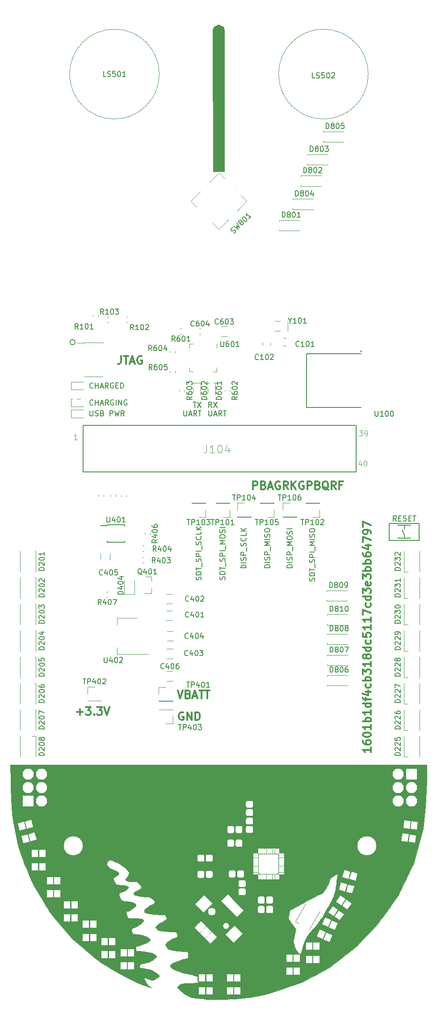
<source format=gto>
G04 #@! TF.GenerationSoftware,KiCad,Pcbnew,(5.1.0-0)*
G04 #@! TF.CreationDate,2019-05-28T12:35:33-07:00*
G04 #@! TF.ProjectId,DC27-badge,44433237-2d62-4616-9467-652e6b696361,rev?*
G04 #@! TF.SameCoordinates,Original*
G04 #@! TF.FileFunction,Legend,Top*
G04 #@! TF.FilePolarity,Positive*
%FSLAX46Y46*%
G04 Gerber Fmt 4.6, Leading zero omitted, Abs format (unit mm)*
G04 Created by KiCad (PCBNEW (5.1.0-0)) date 2019-05-28 12:35:33*
%MOMM*%
%LPD*%
G04 APERTURE LIST*
%ADD10C,0.300000*%
%ADD11C,0.150000*%
%ADD12C,0.100000*%
%ADD13C,0.200000*%
%ADD14C,0.010000*%
%ADD15C,0.120000*%
%ADD16C,0.127000*%
%ADD17C,0.050000*%
%ADD18C,0.152400*%
%ADD19C,1.375000*%
%ADD20C,1.275000*%
%ADD21R,1.300000X1.200000*%
%ADD22R,2.100000X2.100000*%
%ADD23O,2.100000X2.100000*%
%ADD24C,1.650000*%
%ADD25C,2.200000*%
%ADD26C,1.450000*%
%ADD27C,1.150000*%
%ADD28C,1.400000*%
%ADD29R,2.400000X1.900000*%
%ADD30R,2.400000X4.200000*%
%ADD31C,0.370000*%
%ADD32C,3.720000*%
%ADD33R,1.419990X2.620010*%
%ADD34R,1.300000X1.600000*%
%ADD35C,3.600000*%
%ADD36C,1.924000*%
%ADD37R,1.800000X0.700000*%
%ADD38R,1.400000X2.200000*%
%ADD39R,0.900000X0.900000*%
%ADD40R,2.800000X1.140000*%
%ADD41C,0.650000*%
%ADD42C,3.750000*%
%ADD43C,1.300000*%
%ADD44O,1.997660X1.299160*%
%ADD45O,1.200006X0.500006*%
%ADD46R,1.303020X0.901700*%
%ADD47R,1.200000X1.400000*%
%ADD48C,1.200000*%
G04 APERTURE END LIST*
D10*
X133978571Y-176092857D02*
X133978571Y-176950000D01*
X133978571Y-176521428D02*
X132478571Y-176521428D01*
X132692857Y-176664285D01*
X132835714Y-176807142D01*
X132907142Y-176950000D01*
X132478571Y-174807142D02*
X132478571Y-175092857D01*
X132550000Y-175235714D01*
X132621428Y-175307142D01*
X132835714Y-175450000D01*
X133121428Y-175521428D01*
X133692857Y-175521428D01*
X133835714Y-175450000D01*
X133907142Y-175378571D01*
X133978571Y-175235714D01*
X133978571Y-174950000D01*
X133907142Y-174807142D01*
X133835714Y-174735714D01*
X133692857Y-174664285D01*
X133335714Y-174664285D01*
X133192857Y-174735714D01*
X133121428Y-174807142D01*
X133050000Y-174950000D01*
X133050000Y-175235714D01*
X133121428Y-175378571D01*
X133192857Y-175450000D01*
X133335714Y-175521428D01*
X132478571Y-173735714D02*
X132478571Y-173592857D01*
X132550000Y-173450000D01*
X132621428Y-173378571D01*
X132764285Y-173307142D01*
X133050000Y-173235714D01*
X133407142Y-173235714D01*
X133692857Y-173307142D01*
X133835714Y-173378571D01*
X133907142Y-173450000D01*
X133978571Y-173592857D01*
X133978571Y-173735714D01*
X133907142Y-173878571D01*
X133835714Y-173950000D01*
X133692857Y-174021428D01*
X133407142Y-174092857D01*
X133050000Y-174092857D01*
X132764285Y-174021428D01*
X132621428Y-173950000D01*
X132550000Y-173878571D01*
X132478571Y-173735714D01*
X133978571Y-171807142D02*
X133978571Y-172664285D01*
X133978571Y-172235714D02*
X132478571Y-172235714D01*
X132692857Y-172378571D01*
X132835714Y-172521428D01*
X132907142Y-172664285D01*
X133978571Y-171164285D02*
X132478571Y-171164285D01*
X133050000Y-171164285D02*
X132978571Y-171021428D01*
X132978571Y-170735714D01*
X133050000Y-170592857D01*
X133121428Y-170521428D01*
X133264285Y-170450000D01*
X133692857Y-170450000D01*
X133835714Y-170521428D01*
X133907142Y-170592857D01*
X133978571Y-170735714D01*
X133978571Y-171021428D01*
X133907142Y-171164285D01*
X133978571Y-169021428D02*
X133978571Y-169878571D01*
X133978571Y-169450000D02*
X132478571Y-169450000D01*
X132692857Y-169592857D01*
X132835714Y-169735714D01*
X132907142Y-169878571D01*
X133978571Y-167735714D02*
X132478571Y-167735714D01*
X133907142Y-167735714D02*
X133978571Y-167878571D01*
X133978571Y-168164285D01*
X133907142Y-168307142D01*
X133835714Y-168378571D01*
X133692857Y-168450000D01*
X133264285Y-168450000D01*
X133121428Y-168378571D01*
X133050000Y-168307142D01*
X132978571Y-168164285D01*
X132978571Y-167878571D01*
X133050000Y-167735714D01*
X132978571Y-167235714D02*
X132978571Y-166664285D01*
X133978571Y-167021428D02*
X132692857Y-167021428D01*
X132550000Y-166950000D01*
X132478571Y-166807142D01*
X132478571Y-166664285D01*
X132978571Y-165521428D02*
X133978571Y-165521428D01*
X132407142Y-165878571D02*
X133478571Y-166235714D01*
X133478571Y-165307142D01*
X133907142Y-164092857D02*
X133978571Y-164235714D01*
X133978571Y-164521428D01*
X133907142Y-164664285D01*
X133835714Y-164735714D01*
X133692857Y-164807142D01*
X133264285Y-164807142D01*
X133121428Y-164735714D01*
X133050000Y-164664285D01*
X132978571Y-164521428D01*
X132978571Y-164235714D01*
X133050000Y-164092857D01*
X133978571Y-163450000D02*
X132478571Y-163450000D01*
X133050000Y-163450000D02*
X132978571Y-163307142D01*
X132978571Y-163021428D01*
X133050000Y-162878571D01*
X133121428Y-162807142D01*
X133264285Y-162735714D01*
X133692857Y-162735714D01*
X133835714Y-162807142D01*
X133907142Y-162878571D01*
X133978571Y-163021428D01*
X133978571Y-163307142D01*
X133907142Y-163450000D01*
X132478571Y-162235714D02*
X132478571Y-161307142D01*
X133050000Y-161807142D01*
X133050000Y-161592857D01*
X133121428Y-161450000D01*
X133192857Y-161378571D01*
X133335714Y-161307142D01*
X133692857Y-161307142D01*
X133835714Y-161378571D01*
X133907142Y-161450000D01*
X133978571Y-161592857D01*
X133978571Y-162021428D01*
X133907142Y-162164285D01*
X133835714Y-162235714D01*
X133978571Y-159878571D02*
X133978571Y-160735714D01*
X133978571Y-160307142D02*
X132478571Y-160307142D01*
X132692857Y-160450000D01*
X132835714Y-160592857D01*
X132907142Y-160735714D01*
X133121428Y-159021428D02*
X133050000Y-159164285D01*
X132978571Y-159235714D01*
X132835714Y-159307142D01*
X132764285Y-159307142D01*
X132621428Y-159235714D01*
X132550000Y-159164285D01*
X132478571Y-159021428D01*
X132478571Y-158735714D01*
X132550000Y-158592857D01*
X132621428Y-158521428D01*
X132764285Y-158450000D01*
X132835714Y-158450000D01*
X132978571Y-158521428D01*
X133050000Y-158592857D01*
X133121428Y-158735714D01*
X133121428Y-159021428D01*
X133192857Y-159164285D01*
X133264285Y-159235714D01*
X133407142Y-159307142D01*
X133692857Y-159307142D01*
X133835714Y-159235714D01*
X133907142Y-159164285D01*
X133978571Y-159021428D01*
X133978571Y-158735714D01*
X133907142Y-158592857D01*
X133835714Y-158521428D01*
X133692857Y-158450000D01*
X133407142Y-158450000D01*
X133264285Y-158521428D01*
X133192857Y-158592857D01*
X133121428Y-158735714D01*
X133978571Y-157164285D02*
X132478571Y-157164285D01*
X133907142Y-157164285D02*
X133978571Y-157307142D01*
X133978571Y-157592857D01*
X133907142Y-157735714D01*
X133835714Y-157807142D01*
X133692857Y-157878571D01*
X133264285Y-157878571D01*
X133121428Y-157807142D01*
X133050000Y-157735714D01*
X132978571Y-157592857D01*
X132978571Y-157307142D01*
X133050000Y-157164285D01*
X133907142Y-155807142D02*
X133978571Y-155950000D01*
X133978571Y-156235714D01*
X133907142Y-156378571D01*
X133835714Y-156450000D01*
X133692857Y-156521428D01*
X133264285Y-156521428D01*
X133121428Y-156450000D01*
X133050000Y-156378571D01*
X132978571Y-156235714D01*
X132978571Y-155950000D01*
X133050000Y-155807142D01*
X132478571Y-154450000D02*
X132478571Y-155164285D01*
X133192857Y-155235714D01*
X133121428Y-155164285D01*
X133050000Y-155021428D01*
X133050000Y-154664285D01*
X133121428Y-154521428D01*
X133192857Y-154450000D01*
X133335714Y-154378571D01*
X133692857Y-154378571D01*
X133835714Y-154450000D01*
X133907142Y-154521428D01*
X133978571Y-154664285D01*
X133978571Y-155021428D01*
X133907142Y-155164285D01*
X133835714Y-155235714D01*
X133978571Y-152950000D02*
X133978571Y-153807142D01*
X133978571Y-153378571D02*
X132478571Y-153378571D01*
X132692857Y-153521428D01*
X132835714Y-153664285D01*
X132907142Y-153807142D01*
X133978571Y-151521428D02*
X133978571Y-152378571D01*
X133978571Y-151950000D02*
X132478571Y-151950000D01*
X132692857Y-152092857D01*
X132835714Y-152235714D01*
X132907142Y-152378571D01*
X132478571Y-151021428D02*
X132478571Y-150021428D01*
X133978571Y-150664285D01*
X133907142Y-148807142D02*
X133978571Y-148950000D01*
X133978571Y-149235714D01*
X133907142Y-149378571D01*
X133835714Y-149450000D01*
X133692857Y-149521428D01*
X133264285Y-149521428D01*
X133121428Y-149450000D01*
X133050000Y-149378571D01*
X132978571Y-149235714D01*
X132978571Y-148950000D01*
X133050000Y-148807142D01*
X133978571Y-147521428D02*
X132478571Y-147521428D01*
X133907142Y-147521428D02*
X133978571Y-147664285D01*
X133978571Y-147950000D01*
X133907142Y-148092857D01*
X133835714Y-148164285D01*
X133692857Y-148235714D01*
X133264285Y-148235714D01*
X133121428Y-148164285D01*
X133050000Y-148092857D01*
X132978571Y-147950000D01*
X132978571Y-147664285D01*
X133050000Y-147521428D01*
X132478571Y-146950000D02*
X132478571Y-146021428D01*
X133050000Y-146521428D01*
X133050000Y-146307142D01*
X133121428Y-146164285D01*
X133192857Y-146092857D01*
X133335714Y-146021428D01*
X133692857Y-146021428D01*
X133835714Y-146092857D01*
X133907142Y-146164285D01*
X133978571Y-146307142D01*
X133978571Y-146735714D01*
X133907142Y-146878571D01*
X133835714Y-146950000D01*
X133907142Y-144807142D02*
X133978571Y-144950000D01*
X133978571Y-145235714D01*
X133907142Y-145378571D01*
X133764285Y-145450000D01*
X133192857Y-145450000D01*
X133050000Y-145378571D01*
X132978571Y-145235714D01*
X132978571Y-144950000D01*
X133050000Y-144807142D01*
X133192857Y-144735714D01*
X133335714Y-144735714D01*
X133478571Y-145450000D01*
X132478571Y-144235714D02*
X132478571Y-143307142D01*
X133050000Y-143807142D01*
X133050000Y-143592857D01*
X133121428Y-143450000D01*
X133192857Y-143378571D01*
X133335714Y-143307142D01*
X133692857Y-143307142D01*
X133835714Y-143378571D01*
X133907142Y-143450000D01*
X133978571Y-143592857D01*
X133978571Y-144021428D01*
X133907142Y-144164285D01*
X133835714Y-144235714D01*
X133978571Y-142664285D02*
X132478571Y-142664285D01*
X133050000Y-142664285D02*
X132978571Y-142521428D01*
X132978571Y-142235714D01*
X133050000Y-142092857D01*
X133121428Y-142021428D01*
X133264285Y-141950000D01*
X133692857Y-141950000D01*
X133835714Y-142021428D01*
X133907142Y-142092857D01*
X133978571Y-142235714D01*
X133978571Y-142521428D01*
X133907142Y-142664285D01*
X133978571Y-141307142D02*
X132478571Y-141307142D01*
X133050000Y-141307142D02*
X132978571Y-141164285D01*
X132978571Y-140878571D01*
X133050000Y-140735714D01*
X133121428Y-140664285D01*
X133264285Y-140592857D01*
X133692857Y-140592857D01*
X133835714Y-140664285D01*
X133907142Y-140735714D01*
X133978571Y-140878571D01*
X133978571Y-141164285D01*
X133907142Y-141307142D01*
X132478571Y-139307142D02*
X132478571Y-139592857D01*
X132550000Y-139735714D01*
X132621428Y-139807142D01*
X132835714Y-139950000D01*
X133121428Y-140021428D01*
X133692857Y-140021428D01*
X133835714Y-139950000D01*
X133907142Y-139878571D01*
X133978571Y-139735714D01*
X133978571Y-139450000D01*
X133907142Y-139307142D01*
X133835714Y-139235714D01*
X133692857Y-139164285D01*
X133335714Y-139164285D01*
X133192857Y-139235714D01*
X133121428Y-139307142D01*
X133050000Y-139450000D01*
X133050000Y-139735714D01*
X133121428Y-139878571D01*
X133192857Y-139950000D01*
X133335714Y-140021428D01*
X132978571Y-137878571D02*
X133978571Y-137878571D01*
X132407142Y-138235714D02*
X133478571Y-138592857D01*
X133478571Y-137664285D01*
X132478571Y-137235714D02*
X132478571Y-136235714D01*
X133978571Y-136878571D01*
X133978571Y-135592857D02*
X133978571Y-135307142D01*
X133907142Y-135164285D01*
X133835714Y-135092857D01*
X133621428Y-134950000D01*
X133335714Y-134878571D01*
X132764285Y-134878571D01*
X132621428Y-134950000D01*
X132550000Y-135021428D01*
X132478571Y-135164285D01*
X132478571Y-135450000D01*
X132550000Y-135592857D01*
X132621428Y-135664285D01*
X132764285Y-135735714D01*
X133121428Y-135735714D01*
X133264285Y-135664285D01*
X133335714Y-135592857D01*
X133407142Y-135450000D01*
X133407142Y-135164285D01*
X133335714Y-135021428D01*
X133264285Y-134950000D01*
X133121428Y-134878571D01*
X132478571Y-134378571D02*
X132478571Y-133378571D01*
X133978571Y-134021428D01*
X111660714Y-127253571D02*
X111660714Y-125753571D01*
X112232142Y-125753571D01*
X112375000Y-125825000D01*
X112446428Y-125896428D01*
X112517857Y-126039285D01*
X112517857Y-126253571D01*
X112446428Y-126396428D01*
X112375000Y-126467857D01*
X112232142Y-126539285D01*
X111660714Y-126539285D01*
X113660714Y-126467857D02*
X113875000Y-126539285D01*
X113946428Y-126610714D01*
X114017857Y-126753571D01*
X114017857Y-126967857D01*
X113946428Y-127110714D01*
X113875000Y-127182142D01*
X113732142Y-127253571D01*
X113160714Y-127253571D01*
X113160714Y-125753571D01*
X113660714Y-125753571D01*
X113803571Y-125825000D01*
X113875000Y-125896428D01*
X113946428Y-126039285D01*
X113946428Y-126182142D01*
X113875000Y-126325000D01*
X113803571Y-126396428D01*
X113660714Y-126467857D01*
X113160714Y-126467857D01*
X114589285Y-126825000D02*
X115303571Y-126825000D01*
X114446428Y-127253571D02*
X114946428Y-125753571D01*
X115446428Y-127253571D01*
X116732142Y-125825000D02*
X116589285Y-125753571D01*
X116375000Y-125753571D01*
X116160714Y-125825000D01*
X116017857Y-125967857D01*
X115946428Y-126110714D01*
X115875000Y-126396428D01*
X115875000Y-126610714D01*
X115946428Y-126896428D01*
X116017857Y-127039285D01*
X116160714Y-127182142D01*
X116375000Y-127253571D01*
X116517857Y-127253571D01*
X116732142Y-127182142D01*
X116803571Y-127110714D01*
X116803571Y-126610714D01*
X116517857Y-126610714D01*
X118303571Y-127253571D02*
X117803571Y-126539285D01*
X117446428Y-127253571D02*
X117446428Y-125753571D01*
X118017857Y-125753571D01*
X118160714Y-125825000D01*
X118232142Y-125896428D01*
X118303571Y-126039285D01*
X118303571Y-126253571D01*
X118232142Y-126396428D01*
X118160714Y-126467857D01*
X118017857Y-126539285D01*
X117446428Y-126539285D01*
X118946428Y-127253571D02*
X118946428Y-125753571D01*
X119803571Y-127253571D02*
X119160714Y-126396428D01*
X119803571Y-125753571D02*
X118946428Y-126610714D01*
X121232142Y-125825000D02*
X121089285Y-125753571D01*
X120875000Y-125753571D01*
X120660714Y-125825000D01*
X120517857Y-125967857D01*
X120446428Y-126110714D01*
X120375000Y-126396428D01*
X120375000Y-126610714D01*
X120446428Y-126896428D01*
X120517857Y-127039285D01*
X120660714Y-127182142D01*
X120875000Y-127253571D01*
X121017857Y-127253571D01*
X121232142Y-127182142D01*
X121303571Y-127110714D01*
X121303571Y-126610714D01*
X121017857Y-126610714D01*
X121946428Y-127253571D02*
X121946428Y-125753571D01*
X122517857Y-125753571D01*
X122660714Y-125825000D01*
X122732142Y-125896428D01*
X122803571Y-126039285D01*
X122803571Y-126253571D01*
X122732142Y-126396428D01*
X122660714Y-126467857D01*
X122517857Y-126539285D01*
X121946428Y-126539285D01*
X123946428Y-126467857D02*
X124160714Y-126539285D01*
X124232142Y-126610714D01*
X124303571Y-126753571D01*
X124303571Y-126967857D01*
X124232142Y-127110714D01*
X124160714Y-127182142D01*
X124017857Y-127253571D01*
X123446428Y-127253571D01*
X123446428Y-125753571D01*
X123946428Y-125753571D01*
X124089285Y-125825000D01*
X124160714Y-125896428D01*
X124232142Y-126039285D01*
X124232142Y-126182142D01*
X124160714Y-126325000D01*
X124089285Y-126396428D01*
X123946428Y-126467857D01*
X123446428Y-126467857D01*
X125946428Y-127396428D02*
X125803571Y-127325000D01*
X125660714Y-127182142D01*
X125446428Y-126967857D01*
X125303571Y-126896428D01*
X125160714Y-126896428D01*
X125232142Y-127253571D02*
X125089285Y-127182142D01*
X124946428Y-127039285D01*
X124875000Y-126753571D01*
X124875000Y-126253571D01*
X124946428Y-125967857D01*
X125089285Y-125825000D01*
X125232142Y-125753571D01*
X125517857Y-125753571D01*
X125660714Y-125825000D01*
X125803571Y-125967857D01*
X125875000Y-126253571D01*
X125875000Y-126753571D01*
X125803571Y-127039285D01*
X125660714Y-127182142D01*
X125517857Y-127253571D01*
X125232142Y-127253571D01*
X127375000Y-127253571D02*
X126875000Y-126539285D01*
X126517857Y-127253571D02*
X126517857Y-125753571D01*
X127089285Y-125753571D01*
X127232142Y-125825000D01*
X127303571Y-125896428D01*
X127375000Y-126039285D01*
X127375000Y-126253571D01*
X127303571Y-126396428D01*
X127232142Y-126467857D01*
X127089285Y-126539285D01*
X126517857Y-126539285D01*
X128517857Y-126467857D02*
X128017857Y-126467857D01*
X128017857Y-127253571D02*
X128017857Y-125753571D01*
X128732142Y-125753571D01*
D11*
X100333452Y-110752380D02*
X100904880Y-110752380D01*
X100619166Y-111752380D02*
X100619166Y-110752380D01*
X101142976Y-110752380D02*
X101809642Y-111752380D01*
X101809642Y-110752380D02*
X101142976Y-111752380D01*
X98523928Y-112402380D02*
X98523928Y-113211904D01*
X98571547Y-113307142D01*
X98619166Y-113354761D01*
X98714404Y-113402380D01*
X98904880Y-113402380D01*
X99000119Y-113354761D01*
X99047738Y-113307142D01*
X99095357Y-113211904D01*
X99095357Y-112402380D01*
X99523928Y-113116666D02*
X100000119Y-113116666D01*
X99428690Y-113402380D02*
X99762023Y-112402380D01*
X100095357Y-113402380D01*
X101000119Y-113402380D02*
X100666785Y-112926190D01*
X100428690Y-113402380D02*
X100428690Y-112402380D01*
X100809642Y-112402380D01*
X100904880Y-112450000D01*
X100952500Y-112497619D01*
X101000119Y-112592857D01*
X101000119Y-112735714D01*
X100952500Y-112830952D01*
X100904880Y-112878571D01*
X100809642Y-112926190D01*
X100428690Y-112926190D01*
X101285833Y-112402380D02*
X101857261Y-112402380D01*
X101571547Y-113402380D02*
X101571547Y-112402380D01*
X103832023Y-111752380D02*
X103498690Y-111276190D01*
X103260595Y-111752380D02*
X103260595Y-110752380D01*
X103641547Y-110752380D01*
X103736785Y-110800000D01*
X103784404Y-110847619D01*
X103832023Y-110942857D01*
X103832023Y-111085714D01*
X103784404Y-111180952D01*
X103736785Y-111228571D01*
X103641547Y-111276190D01*
X103260595Y-111276190D01*
X104165357Y-110752380D02*
X104832023Y-111752380D01*
X104832023Y-110752380D02*
X104165357Y-111752380D01*
X103260595Y-112402380D02*
X103260595Y-113211904D01*
X103308214Y-113307142D01*
X103355833Y-113354761D01*
X103451071Y-113402380D01*
X103641547Y-113402380D01*
X103736785Y-113354761D01*
X103784404Y-113307142D01*
X103832023Y-113211904D01*
X103832023Y-112402380D01*
X104260595Y-113116666D02*
X104736785Y-113116666D01*
X104165357Y-113402380D02*
X104498690Y-112402380D01*
X104832023Y-113402380D01*
X105736785Y-113402380D02*
X105403452Y-112926190D01*
X105165357Y-113402380D02*
X105165357Y-112402380D01*
X105546309Y-112402380D01*
X105641547Y-112450000D01*
X105689166Y-112497619D01*
X105736785Y-112592857D01*
X105736785Y-112735714D01*
X105689166Y-112830952D01*
X105641547Y-112878571D01*
X105546309Y-112926190D01*
X105165357Y-112926190D01*
X106022500Y-112402380D02*
X106593928Y-112402380D01*
X106308214Y-113402380D02*
X106308214Y-112402380D01*
D12*
G36*
X106090000Y-39820000D02*
G01*
X106240000Y-40410000D01*
X106210000Y-67170000D01*
X104070000Y-67170000D01*
X104050000Y-40410000D01*
X104260000Y-39800000D01*
X105140000Y-39410000D01*
X106090000Y-39820000D01*
G37*
X106090000Y-39820000D02*
X106240000Y-40410000D01*
X106210000Y-67170000D01*
X104070000Y-67170000D01*
X104050000Y-40410000D01*
X104260000Y-39800000D01*
X105140000Y-39410000D01*
X106090000Y-39820000D01*
D10*
X78270000Y-169397142D02*
X79412857Y-169397142D01*
X78841428Y-169968571D02*
X78841428Y-168825714D01*
X79984285Y-168468571D02*
X80912857Y-168468571D01*
X80412857Y-169040000D01*
X80627142Y-169040000D01*
X80770000Y-169111428D01*
X80841428Y-169182857D01*
X80912857Y-169325714D01*
X80912857Y-169682857D01*
X80841428Y-169825714D01*
X80770000Y-169897142D01*
X80627142Y-169968571D01*
X80198571Y-169968571D01*
X80055714Y-169897142D01*
X79984285Y-169825714D01*
X81555714Y-169825714D02*
X81627142Y-169897142D01*
X81555714Y-169968571D01*
X81484285Y-169897142D01*
X81555714Y-169825714D01*
X81555714Y-169968571D01*
X82127142Y-168468571D02*
X83055714Y-168468571D01*
X82555714Y-169040000D01*
X82770000Y-169040000D01*
X82912857Y-169111428D01*
X82984285Y-169182857D01*
X83055714Y-169325714D01*
X83055714Y-169682857D01*
X82984285Y-169825714D01*
X82912857Y-169897142D01*
X82770000Y-169968571D01*
X82341428Y-169968571D01*
X82198571Y-169897142D01*
X82127142Y-169825714D01*
X83484285Y-168468571D02*
X83984285Y-169968571D01*
X84484285Y-168468571D01*
X97374285Y-165298571D02*
X97874285Y-166798571D01*
X98374285Y-165298571D01*
X99374285Y-166012857D02*
X99588571Y-166084285D01*
X99660000Y-166155714D01*
X99731428Y-166298571D01*
X99731428Y-166512857D01*
X99660000Y-166655714D01*
X99588571Y-166727142D01*
X99445714Y-166798571D01*
X98874285Y-166798571D01*
X98874285Y-165298571D01*
X99374285Y-165298571D01*
X99517142Y-165370000D01*
X99588571Y-165441428D01*
X99660000Y-165584285D01*
X99660000Y-165727142D01*
X99588571Y-165870000D01*
X99517142Y-165941428D01*
X99374285Y-166012857D01*
X98874285Y-166012857D01*
X100302857Y-166370000D02*
X101017142Y-166370000D01*
X100160000Y-166798571D02*
X100660000Y-165298571D01*
X101160000Y-166798571D01*
X101445714Y-165298571D02*
X102302857Y-165298571D01*
X101874285Y-166798571D02*
X101874285Y-165298571D01*
X102588571Y-165298571D02*
X103445714Y-165298571D01*
X103017142Y-166798571D02*
X103017142Y-165298571D01*
X98457142Y-169480000D02*
X98314285Y-169408571D01*
X98100000Y-169408571D01*
X97885714Y-169480000D01*
X97742857Y-169622857D01*
X97671428Y-169765714D01*
X97600000Y-170051428D01*
X97600000Y-170265714D01*
X97671428Y-170551428D01*
X97742857Y-170694285D01*
X97885714Y-170837142D01*
X98100000Y-170908571D01*
X98242857Y-170908571D01*
X98457142Y-170837142D01*
X98528571Y-170765714D01*
X98528571Y-170265714D01*
X98242857Y-170265714D01*
X99171428Y-170908571D02*
X99171428Y-169408571D01*
X100028571Y-170908571D01*
X100028571Y-169408571D01*
X100742857Y-170908571D02*
X100742857Y-169408571D01*
X101100000Y-169408571D01*
X101314285Y-169480000D01*
X101457142Y-169622857D01*
X101528571Y-169765714D01*
X101600000Y-170051428D01*
X101600000Y-170265714D01*
X101528571Y-170551428D01*
X101457142Y-170694285D01*
X101314285Y-170837142D01*
X101100000Y-170908571D01*
X100742857Y-170908571D01*
D11*
X80775595Y-112402380D02*
X80775595Y-113211904D01*
X80823214Y-113307142D01*
X80870833Y-113354761D01*
X80966071Y-113402380D01*
X81156547Y-113402380D01*
X81251785Y-113354761D01*
X81299404Y-113307142D01*
X81347023Y-113211904D01*
X81347023Y-112402380D01*
X81775595Y-113354761D02*
X81918452Y-113402380D01*
X82156547Y-113402380D01*
X82251785Y-113354761D01*
X82299404Y-113307142D01*
X82347023Y-113211904D01*
X82347023Y-113116666D01*
X82299404Y-113021428D01*
X82251785Y-112973809D01*
X82156547Y-112926190D01*
X81966071Y-112878571D01*
X81870833Y-112830952D01*
X81823214Y-112783333D01*
X81775595Y-112688095D01*
X81775595Y-112592857D01*
X81823214Y-112497619D01*
X81870833Y-112450000D01*
X81966071Y-112402380D01*
X82204166Y-112402380D01*
X82347023Y-112450000D01*
X83108928Y-112878571D02*
X83251785Y-112926190D01*
X83299404Y-112973809D01*
X83347023Y-113069047D01*
X83347023Y-113211904D01*
X83299404Y-113307142D01*
X83251785Y-113354761D01*
X83156547Y-113402380D01*
X82775595Y-113402380D01*
X82775595Y-112402380D01*
X83108928Y-112402380D01*
X83204166Y-112450000D01*
X83251785Y-112497619D01*
X83299404Y-112592857D01*
X83299404Y-112688095D01*
X83251785Y-112783333D01*
X83204166Y-112830952D01*
X83108928Y-112878571D01*
X82775595Y-112878571D01*
X84537500Y-113402380D02*
X84537500Y-112402380D01*
X84918452Y-112402380D01*
X85013690Y-112450000D01*
X85061309Y-112497619D01*
X85108928Y-112592857D01*
X85108928Y-112735714D01*
X85061309Y-112830952D01*
X85013690Y-112878571D01*
X84918452Y-112926190D01*
X84537500Y-112926190D01*
X85442261Y-112402380D02*
X85680357Y-113402380D01*
X85870833Y-112688095D01*
X86061309Y-113402380D01*
X86299404Y-112402380D01*
X87251785Y-113402380D02*
X86918452Y-112926190D01*
X86680357Y-113402380D02*
X86680357Y-112402380D01*
X87061309Y-112402380D01*
X87156547Y-112450000D01*
X87204166Y-112497619D01*
X87251785Y-112592857D01*
X87251785Y-112735714D01*
X87204166Y-112830952D01*
X87156547Y-112878571D01*
X87061309Y-112926190D01*
X86680357Y-112926190D01*
X81334761Y-108057142D02*
X81287142Y-108104761D01*
X81144285Y-108152380D01*
X81049047Y-108152380D01*
X80906190Y-108104761D01*
X80810952Y-108009523D01*
X80763333Y-107914285D01*
X80715714Y-107723809D01*
X80715714Y-107580952D01*
X80763333Y-107390476D01*
X80810952Y-107295238D01*
X80906190Y-107200000D01*
X81049047Y-107152380D01*
X81144285Y-107152380D01*
X81287142Y-107200000D01*
X81334761Y-107247619D01*
X81763333Y-108152380D02*
X81763333Y-107152380D01*
X81763333Y-107628571D02*
X82334761Y-107628571D01*
X82334761Y-108152380D02*
X82334761Y-107152380D01*
X82763333Y-107866666D02*
X83239523Y-107866666D01*
X82668095Y-108152380D02*
X83001428Y-107152380D01*
X83334761Y-108152380D01*
X84239523Y-108152380D02*
X83906190Y-107676190D01*
X83668095Y-108152380D02*
X83668095Y-107152380D01*
X84049047Y-107152380D01*
X84144285Y-107200000D01*
X84191904Y-107247619D01*
X84239523Y-107342857D01*
X84239523Y-107485714D01*
X84191904Y-107580952D01*
X84144285Y-107628571D01*
X84049047Y-107676190D01*
X83668095Y-107676190D01*
X85191904Y-107200000D02*
X85096666Y-107152380D01*
X84953809Y-107152380D01*
X84810952Y-107200000D01*
X84715714Y-107295238D01*
X84668095Y-107390476D01*
X84620476Y-107580952D01*
X84620476Y-107723809D01*
X84668095Y-107914285D01*
X84715714Y-108009523D01*
X84810952Y-108104761D01*
X84953809Y-108152380D01*
X85049047Y-108152380D01*
X85191904Y-108104761D01*
X85239523Y-108057142D01*
X85239523Y-107723809D01*
X85049047Y-107723809D01*
X85668095Y-107628571D02*
X86001428Y-107628571D01*
X86144285Y-108152380D02*
X85668095Y-108152380D01*
X85668095Y-107152380D01*
X86144285Y-107152380D01*
X86572857Y-108152380D02*
X86572857Y-107152380D01*
X86810952Y-107152380D01*
X86953809Y-107200000D01*
X87049047Y-107295238D01*
X87096666Y-107390476D01*
X87144285Y-107580952D01*
X87144285Y-107723809D01*
X87096666Y-107914285D01*
X87049047Y-108009523D01*
X86953809Y-108104761D01*
X86810952Y-108152380D01*
X86572857Y-108152380D01*
X81357023Y-111247142D02*
X81309404Y-111294761D01*
X81166547Y-111342380D01*
X81071309Y-111342380D01*
X80928452Y-111294761D01*
X80833214Y-111199523D01*
X80785595Y-111104285D01*
X80737976Y-110913809D01*
X80737976Y-110770952D01*
X80785595Y-110580476D01*
X80833214Y-110485238D01*
X80928452Y-110390000D01*
X81071309Y-110342380D01*
X81166547Y-110342380D01*
X81309404Y-110390000D01*
X81357023Y-110437619D01*
X81785595Y-111342380D02*
X81785595Y-110342380D01*
X81785595Y-110818571D02*
X82357023Y-110818571D01*
X82357023Y-111342380D02*
X82357023Y-110342380D01*
X82785595Y-111056666D02*
X83261785Y-111056666D01*
X82690357Y-111342380D02*
X83023690Y-110342380D01*
X83357023Y-111342380D01*
X84261785Y-111342380D02*
X83928452Y-110866190D01*
X83690357Y-111342380D02*
X83690357Y-110342380D01*
X84071309Y-110342380D01*
X84166547Y-110390000D01*
X84214166Y-110437619D01*
X84261785Y-110532857D01*
X84261785Y-110675714D01*
X84214166Y-110770952D01*
X84166547Y-110818571D01*
X84071309Y-110866190D01*
X83690357Y-110866190D01*
X85214166Y-110390000D02*
X85118928Y-110342380D01*
X84976071Y-110342380D01*
X84833214Y-110390000D01*
X84737976Y-110485238D01*
X84690357Y-110580476D01*
X84642738Y-110770952D01*
X84642738Y-110913809D01*
X84690357Y-111104285D01*
X84737976Y-111199523D01*
X84833214Y-111294761D01*
X84976071Y-111342380D01*
X85071309Y-111342380D01*
X85214166Y-111294761D01*
X85261785Y-111247142D01*
X85261785Y-110913809D01*
X85071309Y-110913809D01*
X85690357Y-111342380D02*
X85690357Y-110342380D01*
X86166547Y-111342380D02*
X86166547Y-110342380D01*
X86737976Y-111342380D01*
X86737976Y-110342380D01*
X87737976Y-110390000D02*
X87642738Y-110342380D01*
X87499880Y-110342380D01*
X87357023Y-110390000D01*
X87261785Y-110485238D01*
X87214166Y-110580476D01*
X87166547Y-110770952D01*
X87166547Y-110913809D01*
X87214166Y-111104285D01*
X87261785Y-111199523D01*
X87357023Y-111294761D01*
X87499880Y-111342380D01*
X87595119Y-111342380D01*
X87737976Y-111294761D01*
X87785595Y-111247142D01*
X87785595Y-110913809D01*
X87595119Y-110913809D01*
D10*
X86650000Y-102078571D02*
X86650000Y-103150000D01*
X86578571Y-103364285D01*
X86435714Y-103507142D01*
X86221428Y-103578571D01*
X86078571Y-103578571D01*
X87150000Y-102078571D02*
X88007142Y-102078571D01*
X87578571Y-103578571D02*
X87578571Y-102078571D01*
X88435714Y-103150000D02*
X89150000Y-103150000D01*
X88292857Y-103578571D02*
X88792857Y-102078571D01*
X89292857Y-103578571D01*
X90578571Y-102150000D02*
X90435714Y-102078571D01*
X90221428Y-102078571D01*
X90007142Y-102150000D01*
X89864285Y-102292857D01*
X89792857Y-102435714D01*
X89721428Y-102721428D01*
X89721428Y-102935714D01*
X89792857Y-103221428D01*
X89864285Y-103364285D01*
X90007142Y-103507142D01*
X90221428Y-103578571D01*
X90364285Y-103578571D01*
X90578571Y-103507142D01*
X90650000Y-103435714D01*
X90650000Y-102935714D01*
X90364285Y-102935714D01*
D13*
X77950000Y-99450000D02*
G75*
G03X77950000Y-99450000I-500000J0D01*
G01*
X101804761Y-144423809D02*
X101852380Y-144280952D01*
X101852380Y-144042857D01*
X101804761Y-143947619D01*
X101757142Y-143900000D01*
X101661904Y-143852380D01*
X101566666Y-143852380D01*
X101471428Y-143900000D01*
X101423809Y-143947619D01*
X101376190Y-144042857D01*
X101328571Y-144233333D01*
X101280952Y-144328571D01*
X101233333Y-144376190D01*
X101138095Y-144423809D01*
X101042857Y-144423809D01*
X100947619Y-144376190D01*
X100900000Y-144328571D01*
X100852380Y-144233333D01*
X100852380Y-143995238D01*
X100900000Y-143852380D01*
X101852380Y-143423809D02*
X100852380Y-143423809D01*
X100852380Y-143185714D01*
X100900000Y-143042857D01*
X100995238Y-142947619D01*
X101090476Y-142900000D01*
X101280952Y-142852380D01*
X101423809Y-142852380D01*
X101614285Y-142900000D01*
X101709523Y-142947619D01*
X101804761Y-143042857D01*
X101852380Y-143185714D01*
X101852380Y-143423809D01*
X100852380Y-142566666D02*
X100852380Y-141995238D01*
X101852380Y-142280952D02*
X100852380Y-142280952D01*
X101947619Y-141900000D02*
X101947619Y-141138095D01*
X101804761Y-140947619D02*
X101852380Y-140804761D01*
X101852380Y-140566666D01*
X101804761Y-140471428D01*
X101757142Y-140423809D01*
X101661904Y-140376190D01*
X101566666Y-140376190D01*
X101471428Y-140423809D01*
X101423809Y-140471428D01*
X101376190Y-140566666D01*
X101328571Y-140757142D01*
X101280952Y-140852380D01*
X101233333Y-140900000D01*
X101138095Y-140947619D01*
X101042857Y-140947619D01*
X100947619Y-140900000D01*
X100900000Y-140852380D01*
X100852380Y-140757142D01*
X100852380Y-140519047D01*
X100900000Y-140376190D01*
X101852380Y-139947619D02*
X100852380Y-139947619D01*
X100852380Y-139566666D01*
X100900000Y-139471428D01*
X100947619Y-139423809D01*
X101042857Y-139376190D01*
X101185714Y-139376190D01*
X101280952Y-139423809D01*
X101328571Y-139471428D01*
X101376190Y-139566666D01*
X101376190Y-139947619D01*
X101852380Y-138947619D02*
X100852380Y-138947619D01*
X101947619Y-138709523D02*
X101947619Y-137947619D01*
X101804761Y-137757142D02*
X101852380Y-137614285D01*
X101852380Y-137376190D01*
X101804761Y-137280952D01*
X101757142Y-137233333D01*
X101661904Y-137185714D01*
X101566666Y-137185714D01*
X101471428Y-137233333D01*
X101423809Y-137280952D01*
X101376190Y-137376190D01*
X101328571Y-137566666D01*
X101280952Y-137661904D01*
X101233333Y-137709523D01*
X101138095Y-137757142D01*
X101042857Y-137757142D01*
X100947619Y-137709523D01*
X100900000Y-137661904D01*
X100852380Y-137566666D01*
X100852380Y-137328571D01*
X100900000Y-137185714D01*
X101757142Y-136185714D02*
X101804761Y-136233333D01*
X101852380Y-136376190D01*
X101852380Y-136471428D01*
X101804761Y-136614285D01*
X101709523Y-136709523D01*
X101614285Y-136757142D01*
X101423809Y-136804761D01*
X101280952Y-136804761D01*
X101090476Y-136757142D01*
X100995238Y-136709523D01*
X100900000Y-136614285D01*
X100852380Y-136471428D01*
X100852380Y-136376190D01*
X100900000Y-136233333D01*
X100947619Y-136185714D01*
X101852380Y-135280952D02*
X101852380Y-135757142D01*
X100852380Y-135757142D01*
X101852380Y-134947619D02*
X100852380Y-134947619D01*
X101852380Y-134376190D02*
X101280952Y-134804761D01*
X100852380Y-134376190D02*
X101423809Y-134947619D01*
X110352380Y-142138095D02*
X109352380Y-142138095D01*
X109352380Y-141900000D01*
X109400000Y-141757142D01*
X109495238Y-141661904D01*
X109590476Y-141614285D01*
X109780952Y-141566666D01*
X109923809Y-141566666D01*
X110114285Y-141614285D01*
X110209523Y-141661904D01*
X110304761Y-141757142D01*
X110352380Y-141900000D01*
X110352380Y-142138095D01*
X110352380Y-141138095D02*
X109352380Y-141138095D01*
X110304761Y-140709523D02*
X110352380Y-140566666D01*
X110352380Y-140328571D01*
X110304761Y-140233333D01*
X110257142Y-140185714D01*
X110161904Y-140138095D01*
X110066666Y-140138095D01*
X109971428Y-140185714D01*
X109923809Y-140233333D01*
X109876190Y-140328571D01*
X109828571Y-140519047D01*
X109780952Y-140614285D01*
X109733333Y-140661904D01*
X109638095Y-140709523D01*
X109542857Y-140709523D01*
X109447619Y-140661904D01*
X109400000Y-140614285D01*
X109352380Y-140519047D01*
X109352380Y-140280952D01*
X109400000Y-140138095D01*
X110352380Y-139709523D02*
X109352380Y-139709523D01*
X109352380Y-139328571D01*
X109400000Y-139233333D01*
X109447619Y-139185714D01*
X109542857Y-139138095D01*
X109685714Y-139138095D01*
X109780952Y-139185714D01*
X109828571Y-139233333D01*
X109876190Y-139328571D01*
X109876190Y-139709523D01*
X110447619Y-138947619D02*
X110447619Y-138185714D01*
X110304761Y-137995238D02*
X110352380Y-137852380D01*
X110352380Y-137614285D01*
X110304761Y-137519047D01*
X110257142Y-137471428D01*
X110161904Y-137423809D01*
X110066666Y-137423809D01*
X109971428Y-137471428D01*
X109923809Y-137519047D01*
X109876190Y-137614285D01*
X109828571Y-137804761D01*
X109780952Y-137900000D01*
X109733333Y-137947619D01*
X109638095Y-137995238D01*
X109542857Y-137995238D01*
X109447619Y-137947619D01*
X109400000Y-137900000D01*
X109352380Y-137804761D01*
X109352380Y-137566666D01*
X109400000Y-137423809D01*
X110257142Y-136423809D02*
X110304761Y-136471428D01*
X110352380Y-136614285D01*
X110352380Y-136709523D01*
X110304761Y-136852380D01*
X110209523Y-136947619D01*
X110114285Y-136995238D01*
X109923809Y-137042857D01*
X109780952Y-137042857D01*
X109590476Y-136995238D01*
X109495238Y-136947619D01*
X109400000Y-136852380D01*
X109352380Y-136709523D01*
X109352380Y-136614285D01*
X109400000Y-136471428D01*
X109447619Y-136423809D01*
X110352380Y-135519047D02*
X110352380Y-135995238D01*
X109352380Y-135995238D01*
X110352380Y-135185714D02*
X109352380Y-135185714D01*
X110352380Y-134614285D02*
X109780952Y-135042857D01*
X109352380Y-134614285D02*
X109923809Y-135185714D01*
X114852380Y-142066666D02*
X113852380Y-142066666D01*
X113852380Y-141828571D01*
X113900000Y-141685714D01*
X113995238Y-141590476D01*
X114090476Y-141542857D01*
X114280952Y-141495238D01*
X114423809Y-141495238D01*
X114614285Y-141542857D01*
X114709523Y-141590476D01*
X114804761Y-141685714D01*
X114852380Y-141828571D01*
X114852380Y-142066666D01*
X114852380Y-141066666D02*
X113852380Y-141066666D01*
X114804761Y-140638095D02*
X114852380Y-140495238D01*
X114852380Y-140257142D01*
X114804761Y-140161904D01*
X114757142Y-140114285D01*
X114661904Y-140066666D01*
X114566666Y-140066666D01*
X114471428Y-140114285D01*
X114423809Y-140161904D01*
X114376190Y-140257142D01*
X114328571Y-140447619D01*
X114280952Y-140542857D01*
X114233333Y-140590476D01*
X114138095Y-140638095D01*
X114042857Y-140638095D01*
X113947619Y-140590476D01*
X113900000Y-140542857D01*
X113852380Y-140447619D01*
X113852380Y-140209523D01*
X113900000Y-140066666D01*
X114852380Y-139638095D02*
X113852380Y-139638095D01*
X113852380Y-139257142D01*
X113900000Y-139161904D01*
X113947619Y-139114285D01*
X114042857Y-139066666D01*
X114185714Y-139066666D01*
X114280952Y-139114285D01*
X114328571Y-139161904D01*
X114376190Y-139257142D01*
X114376190Y-139638095D01*
X114947619Y-138876190D02*
X114947619Y-138114285D01*
X114852380Y-137876190D02*
X113852380Y-137876190D01*
X114566666Y-137542857D01*
X113852380Y-137209523D01*
X114852380Y-137209523D01*
X114852380Y-136733333D02*
X113852380Y-136733333D01*
X114804761Y-136304761D02*
X114852380Y-136161904D01*
X114852380Y-135923809D01*
X114804761Y-135828571D01*
X114757142Y-135780952D01*
X114661904Y-135733333D01*
X114566666Y-135733333D01*
X114471428Y-135780952D01*
X114423809Y-135828571D01*
X114376190Y-135923809D01*
X114328571Y-136114285D01*
X114280952Y-136209523D01*
X114233333Y-136257142D01*
X114138095Y-136304761D01*
X114042857Y-136304761D01*
X113947619Y-136257142D01*
X113900000Y-136209523D01*
X113852380Y-136114285D01*
X113852380Y-135876190D01*
X113900000Y-135733333D01*
X113852380Y-135114285D02*
X113852380Y-134923809D01*
X113900000Y-134828571D01*
X113995238Y-134733333D01*
X114185714Y-134685714D01*
X114519047Y-134685714D01*
X114709523Y-134733333D01*
X114804761Y-134828571D01*
X114852380Y-134923809D01*
X114852380Y-135114285D01*
X114804761Y-135209523D01*
X114709523Y-135304761D01*
X114519047Y-135352380D01*
X114185714Y-135352380D01*
X113995238Y-135304761D01*
X113900000Y-135209523D01*
X113852380Y-135114285D01*
X119102380Y-142066666D02*
X118102380Y-142066666D01*
X118102380Y-141828571D01*
X118150000Y-141685714D01*
X118245238Y-141590476D01*
X118340476Y-141542857D01*
X118530952Y-141495238D01*
X118673809Y-141495238D01*
X118864285Y-141542857D01*
X118959523Y-141590476D01*
X119054761Y-141685714D01*
X119102380Y-141828571D01*
X119102380Y-142066666D01*
X119102380Y-141066666D02*
X118102380Y-141066666D01*
X119054761Y-140638095D02*
X119102380Y-140495238D01*
X119102380Y-140257142D01*
X119054761Y-140161904D01*
X119007142Y-140114285D01*
X118911904Y-140066666D01*
X118816666Y-140066666D01*
X118721428Y-140114285D01*
X118673809Y-140161904D01*
X118626190Y-140257142D01*
X118578571Y-140447619D01*
X118530952Y-140542857D01*
X118483333Y-140590476D01*
X118388095Y-140638095D01*
X118292857Y-140638095D01*
X118197619Y-140590476D01*
X118150000Y-140542857D01*
X118102380Y-140447619D01*
X118102380Y-140209523D01*
X118150000Y-140066666D01*
X119102380Y-139638095D02*
X118102380Y-139638095D01*
X118102380Y-139257142D01*
X118150000Y-139161904D01*
X118197619Y-139114285D01*
X118292857Y-139066666D01*
X118435714Y-139066666D01*
X118530952Y-139114285D01*
X118578571Y-139161904D01*
X118626190Y-139257142D01*
X118626190Y-139638095D01*
X119197619Y-138876190D02*
X119197619Y-138114285D01*
X119102380Y-137876190D02*
X118102380Y-137876190D01*
X118816666Y-137542857D01*
X118102380Y-137209523D01*
X119102380Y-137209523D01*
X118102380Y-136542857D02*
X118102380Y-136352380D01*
X118150000Y-136257142D01*
X118245238Y-136161904D01*
X118435714Y-136114285D01*
X118769047Y-136114285D01*
X118959523Y-136161904D01*
X119054761Y-136257142D01*
X119102380Y-136352380D01*
X119102380Y-136542857D01*
X119054761Y-136638095D01*
X118959523Y-136733333D01*
X118769047Y-136780952D01*
X118435714Y-136780952D01*
X118245238Y-136733333D01*
X118150000Y-136638095D01*
X118102380Y-136542857D01*
X119054761Y-135733333D02*
X119102380Y-135590476D01*
X119102380Y-135352380D01*
X119054761Y-135257142D01*
X119007142Y-135209523D01*
X118911904Y-135161904D01*
X118816666Y-135161904D01*
X118721428Y-135209523D01*
X118673809Y-135257142D01*
X118626190Y-135352380D01*
X118578571Y-135542857D01*
X118530952Y-135638095D01*
X118483333Y-135685714D01*
X118388095Y-135733333D01*
X118292857Y-135733333D01*
X118197619Y-135685714D01*
X118150000Y-135638095D01*
X118102380Y-135542857D01*
X118102380Y-135304761D01*
X118150000Y-135161904D01*
X119102380Y-134733333D02*
X118102380Y-134733333D01*
X123304761Y-144602380D02*
X123352380Y-144459523D01*
X123352380Y-144221428D01*
X123304761Y-144126190D01*
X123257142Y-144078571D01*
X123161904Y-144030952D01*
X123066666Y-144030952D01*
X122971428Y-144078571D01*
X122923809Y-144126190D01*
X122876190Y-144221428D01*
X122828571Y-144411904D01*
X122780952Y-144507142D01*
X122733333Y-144554761D01*
X122638095Y-144602380D01*
X122542857Y-144602380D01*
X122447619Y-144554761D01*
X122400000Y-144507142D01*
X122352380Y-144411904D01*
X122352380Y-144173809D01*
X122400000Y-144030952D01*
X123352380Y-143602380D02*
X122352380Y-143602380D01*
X122352380Y-143364285D01*
X122400000Y-143221428D01*
X122495238Y-143126190D01*
X122590476Y-143078571D01*
X122780952Y-143030952D01*
X122923809Y-143030952D01*
X123114285Y-143078571D01*
X123209523Y-143126190D01*
X123304761Y-143221428D01*
X123352380Y-143364285D01*
X123352380Y-143602380D01*
X122352380Y-142745238D02*
X122352380Y-142173809D01*
X123352380Y-142459523D02*
X122352380Y-142459523D01*
X123447619Y-142078571D02*
X123447619Y-141316666D01*
X123304761Y-141126190D02*
X123352380Y-140983333D01*
X123352380Y-140745238D01*
X123304761Y-140650000D01*
X123257142Y-140602380D01*
X123161904Y-140554761D01*
X123066666Y-140554761D01*
X122971428Y-140602380D01*
X122923809Y-140650000D01*
X122876190Y-140745238D01*
X122828571Y-140935714D01*
X122780952Y-141030952D01*
X122733333Y-141078571D01*
X122638095Y-141126190D01*
X122542857Y-141126190D01*
X122447619Y-141078571D01*
X122400000Y-141030952D01*
X122352380Y-140935714D01*
X122352380Y-140697619D01*
X122400000Y-140554761D01*
X123352380Y-140126190D02*
X122352380Y-140126190D01*
X122352380Y-139745238D01*
X122400000Y-139650000D01*
X122447619Y-139602380D01*
X122542857Y-139554761D01*
X122685714Y-139554761D01*
X122780952Y-139602380D01*
X122828571Y-139650000D01*
X122876190Y-139745238D01*
X122876190Y-140126190D01*
X123352380Y-139126190D02*
X122352380Y-139126190D01*
X123447619Y-138888095D02*
X123447619Y-138126190D01*
X123352380Y-137888095D02*
X122352380Y-137888095D01*
X123066666Y-137554761D01*
X122352380Y-137221428D01*
X123352380Y-137221428D01*
X123352380Y-136745238D02*
X122352380Y-136745238D01*
X123304761Y-136316666D02*
X123352380Y-136173809D01*
X123352380Y-135935714D01*
X123304761Y-135840476D01*
X123257142Y-135792857D01*
X123161904Y-135745238D01*
X123066666Y-135745238D01*
X122971428Y-135792857D01*
X122923809Y-135840476D01*
X122876190Y-135935714D01*
X122828571Y-136126190D01*
X122780952Y-136221428D01*
X122733333Y-136269047D01*
X122638095Y-136316666D01*
X122542857Y-136316666D01*
X122447619Y-136269047D01*
X122400000Y-136221428D01*
X122352380Y-136126190D01*
X122352380Y-135888095D01*
X122400000Y-135745238D01*
X122352380Y-135126190D02*
X122352380Y-134935714D01*
X122400000Y-134840476D01*
X122495238Y-134745238D01*
X122685714Y-134697619D01*
X123019047Y-134697619D01*
X123209523Y-134745238D01*
X123304761Y-134840476D01*
X123352380Y-134935714D01*
X123352380Y-135126190D01*
X123304761Y-135221428D01*
X123209523Y-135316666D01*
X123019047Y-135364285D01*
X122685714Y-135364285D01*
X122495238Y-135316666D01*
X122400000Y-135221428D01*
X122352380Y-135126190D01*
X106304761Y-144352380D02*
X106352380Y-144209523D01*
X106352380Y-143971428D01*
X106304761Y-143876190D01*
X106257142Y-143828571D01*
X106161904Y-143780952D01*
X106066666Y-143780952D01*
X105971428Y-143828571D01*
X105923809Y-143876190D01*
X105876190Y-143971428D01*
X105828571Y-144161904D01*
X105780952Y-144257142D01*
X105733333Y-144304761D01*
X105638095Y-144352380D01*
X105542857Y-144352380D01*
X105447619Y-144304761D01*
X105400000Y-144257142D01*
X105352380Y-144161904D01*
X105352380Y-143923809D01*
X105400000Y-143780952D01*
X106352380Y-143352380D02*
X105352380Y-143352380D01*
X105352380Y-143114285D01*
X105400000Y-142971428D01*
X105495238Y-142876190D01*
X105590476Y-142828571D01*
X105780952Y-142780952D01*
X105923809Y-142780952D01*
X106114285Y-142828571D01*
X106209523Y-142876190D01*
X106304761Y-142971428D01*
X106352380Y-143114285D01*
X106352380Y-143352380D01*
X105352380Y-142495238D02*
X105352380Y-141923809D01*
X106352380Y-142209523D02*
X105352380Y-142209523D01*
X106447619Y-141828571D02*
X106447619Y-141066666D01*
X106304761Y-140876190D02*
X106352380Y-140733333D01*
X106352380Y-140495238D01*
X106304761Y-140400000D01*
X106257142Y-140352380D01*
X106161904Y-140304761D01*
X106066666Y-140304761D01*
X105971428Y-140352380D01*
X105923809Y-140400000D01*
X105876190Y-140495238D01*
X105828571Y-140685714D01*
X105780952Y-140780952D01*
X105733333Y-140828571D01*
X105638095Y-140876190D01*
X105542857Y-140876190D01*
X105447619Y-140828571D01*
X105400000Y-140780952D01*
X105352380Y-140685714D01*
X105352380Y-140447619D01*
X105400000Y-140304761D01*
X106352380Y-139876190D02*
X105352380Y-139876190D01*
X105352380Y-139495238D01*
X105400000Y-139400000D01*
X105447619Y-139352380D01*
X105542857Y-139304761D01*
X105685714Y-139304761D01*
X105780952Y-139352380D01*
X105828571Y-139400000D01*
X105876190Y-139495238D01*
X105876190Y-139876190D01*
X106352380Y-138876190D02*
X105352380Y-138876190D01*
X106447619Y-138638095D02*
X106447619Y-137876190D01*
X106352380Y-137638095D02*
X105352380Y-137638095D01*
X106066666Y-137304761D01*
X105352380Y-136971428D01*
X106352380Y-136971428D01*
X105352380Y-136304761D02*
X105352380Y-136114285D01*
X105400000Y-136019047D01*
X105495238Y-135923809D01*
X105685714Y-135876190D01*
X106019047Y-135876190D01*
X106209523Y-135923809D01*
X106304761Y-136019047D01*
X106352380Y-136114285D01*
X106352380Y-136304761D01*
X106304761Y-136400000D01*
X106209523Y-136495238D01*
X106019047Y-136542857D01*
X105685714Y-136542857D01*
X105495238Y-136495238D01*
X105400000Y-136400000D01*
X105352380Y-136304761D01*
X106304761Y-135495238D02*
X106352380Y-135352380D01*
X106352380Y-135114285D01*
X106304761Y-135019047D01*
X106257142Y-134971428D01*
X106161904Y-134923809D01*
X106066666Y-134923809D01*
X105971428Y-134971428D01*
X105923809Y-135019047D01*
X105876190Y-135114285D01*
X105828571Y-135304761D01*
X105780952Y-135400000D01*
X105733333Y-135447619D01*
X105638095Y-135495238D01*
X105542857Y-135495238D01*
X105447619Y-135447619D01*
X105400000Y-135400000D01*
X105352380Y-135304761D01*
X105352380Y-135066666D01*
X105400000Y-134923809D01*
X106352380Y-134495238D02*
X105352380Y-134495238D01*
D14*
G36*
X92450000Y-221523667D02*
G01*
X92407667Y-221566000D01*
X92365334Y-221523667D01*
X92407667Y-221481334D01*
X92450000Y-221523667D01*
X92450000Y-221523667D01*
G37*
X92450000Y-221523667D02*
X92407667Y-221566000D01*
X92365334Y-221523667D01*
X92407667Y-221481334D01*
X92450000Y-221523667D01*
G36*
X144554804Y-182090167D02*
G01*
X144537231Y-182975579D01*
X144513374Y-183783792D01*
X144480960Y-184555180D01*
X144437713Y-185330114D01*
X144381359Y-186148970D01*
X144309623Y-187052120D01*
X144220232Y-188079939D01*
X144212589Y-188165000D01*
X143915300Y-191467000D01*
X142117360Y-197986334D01*
X139192194Y-204045126D01*
X137185603Y-206841845D01*
X136679989Y-207545529D01*
X136255278Y-208132425D01*
X135894156Y-208623688D01*
X135579314Y-209040471D01*
X135293440Y-209403929D01*
X135019221Y-209735216D01*
X134739347Y-210055485D01*
X134436505Y-210385890D01*
X134093385Y-210747586D01*
X133692675Y-211161727D01*
X133428855Y-211432448D01*
X132969878Y-211904049D01*
X132536342Y-212351681D01*
X132146146Y-212756697D01*
X131817186Y-213100450D01*
X131567362Y-213364293D01*
X131414569Y-213529578D01*
X131397194Y-213549207D01*
X131265831Y-213674272D01*
X131016456Y-213887441D01*
X130666288Y-214174899D01*
X130232542Y-214522831D01*
X129732436Y-214917424D01*
X129183186Y-215344863D01*
X128618416Y-215778810D01*
X126121143Y-217685539D01*
X123488405Y-219109671D01*
X120855667Y-220533802D01*
X117934667Y-221549845D01*
X116722450Y-221961950D01*
X115630283Y-222310462D01*
X114624571Y-222602973D01*
X113671720Y-222847076D01*
X112738135Y-223050362D01*
X111790222Y-223220425D01*
X110794387Y-223364856D01*
X109717036Y-223491249D01*
X109044667Y-223558987D01*
X108256296Y-223624877D01*
X107406321Y-223678897D01*
X106526860Y-223720302D01*
X105650028Y-223748349D01*
X104807943Y-223762293D01*
X104032723Y-223761390D01*
X103356483Y-223744897D01*
X102811341Y-223712070D01*
X102737000Y-223705109D01*
X102501372Y-223665053D01*
X102338950Y-223607730D01*
X102317900Y-223592342D01*
X102203120Y-223558442D01*
X101960225Y-223531820D01*
X101630392Y-223516071D01*
X101412730Y-223513334D01*
X101050471Y-223505120D01*
X100758921Y-223482942D01*
X100576371Y-223450498D01*
X100535667Y-223428667D01*
X100424920Y-223375074D01*
X100213511Y-223345828D01*
X100141858Y-223344000D01*
X99792128Y-223285219D01*
X99585103Y-223174667D01*
X99392516Y-223053235D01*
X99233082Y-222999712D01*
X99093219Y-222947721D01*
X98878449Y-222819879D01*
X98715334Y-222703801D01*
X98436087Y-222495469D01*
X98155612Y-222293032D01*
X98038000Y-222211019D01*
X97723770Y-221967178D01*
X97476793Y-221719480D01*
X97323936Y-221498923D01*
X97289404Y-221347259D01*
X97376702Y-221231799D01*
X97576897Y-221080972D01*
X97819680Y-220941228D01*
X98007249Y-220848696D01*
X98172843Y-220780964D01*
X98348266Y-220733331D01*
X98565321Y-220701096D01*
X98855810Y-220679557D01*
X99251538Y-220664016D01*
X99784308Y-220649770D01*
X99793042Y-220649553D01*
X100331733Y-220634307D01*
X100722037Y-220617708D01*
X100984898Y-220597411D01*
X101141261Y-220571070D01*
X101212068Y-220536338D01*
X101218264Y-220490870D01*
X101217919Y-220489956D01*
X101192289Y-220342074D01*
X101175128Y-220087763D01*
X101170667Y-219863085D01*
X101152477Y-219530894D01*
X101098687Y-219356178D01*
X101064834Y-219330914D01*
X100857021Y-219277671D01*
X100531231Y-219197071D01*
X100134341Y-219100435D01*
X99713231Y-218999084D01*
X99314780Y-218904338D01*
X98985866Y-218827518D01*
X98884667Y-218804434D01*
X98537316Y-218717124D01*
X98157366Y-218607552D01*
X97789996Y-218490383D01*
X97480387Y-218380281D01*
X97273719Y-218291911D01*
X97233667Y-218268554D01*
X97104970Y-218208196D01*
X96883766Y-218127232D01*
X96794275Y-218098052D01*
X96523908Y-217974510D01*
X96269687Y-217794827D01*
X96067956Y-217593638D01*
X95955060Y-217405579D01*
X95950547Y-217293994D01*
X96069668Y-217150358D01*
X96152246Y-217104089D01*
X96300468Y-217028190D01*
X96344667Y-216988823D01*
X96457479Y-216897386D01*
X96660262Y-216776328D01*
X96887681Y-216660190D01*
X97074398Y-216583509D01*
X97135673Y-216570667D01*
X97275371Y-216536503D01*
X97494688Y-216450938D01*
X97577597Y-216413295D01*
X97818825Y-216317464D01*
X98160342Y-216204097D01*
X98537570Y-216094280D01*
X98627865Y-216070375D01*
X98950122Y-215985581D01*
X99201004Y-215916950D01*
X99342299Y-215875051D01*
X99359822Y-215867913D01*
X99361470Y-215781818D01*
X99351832Y-215570371D01*
X99332959Y-215277027D01*
X99330081Y-215237167D01*
X99285247Y-214623334D01*
X98200954Y-214623334D01*
X97757977Y-214616940D01*
X97402385Y-214599128D01*
X97161758Y-214571953D01*
X97064334Y-214538667D01*
X96954519Y-214486930D01*
X96740279Y-214456982D01*
X96641000Y-214454000D01*
X96403312Y-214436237D01*
X96244474Y-214391569D01*
X96217667Y-214369334D01*
X96104836Y-214311586D01*
X95900571Y-214284883D01*
X95880002Y-214284667D01*
X95695521Y-214263411D01*
X95550451Y-214175582D01*
X95393698Y-213985083D01*
X95334665Y-213899422D01*
X95188391Y-213656689D01*
X95094080Y-213450276D01*
X95074667Y-213365162D01*
X95134218Y-213210906D01*
X95280530Y-213014200D01*
X95465095Y-212826869D01*
X95639403Y-212700743D01*
X95719713Y-212676000D01*
X95825900Y-212635859D01*
X95836667Y-212607041D01*
X95904956Y-212531360D01*
X96072907Y-212418600D01*
X96285141Y-212299776D01*
X96486282Y-212205905D01*
X96620552Y-212168000D01*
X96750685Y-212136009D01*
X96962146Y-212056450D01*
X97026214Y-212028973D01*
X97224954Y-211929303D01*
X97306694Y-211823282D01*
X97309028Y-211643318D01*
X97296999Y-211542139D01*
X97254056Y-211301126D01*
X97179307Y-211128764D01*
X97047142Y-211013692D01*
X96831956Y-210944549D01*
X96508140Y-210909973D01*
X96050088Y-210898601D01*
X95845204Y-210898000D01*
X95397886Y-210891687D01*
X95038738Y-210874078D01*
X94794882Y-210847166D01*
X94693667Y-210813334D01*
X94585893Y-210765662D01*
X94366101Y-210734953D01*
X94193227Y-210728667D01*
X93900393Y-210712891D01*
X93698621Y-210647319D01*
X93511132Y-210504584D01*
X93478557Y-210473930D01*
X93314693Y-210294616D01*
X93221547Y-210148595D01*
X93213353Y-210114097D01*
X93290707Y-209926877D01*
X93504034Y-209696736D01*
X93831392Y-209441885D01*
X94250842Y-209180536D01*
X94496750Y-209048782D01*
X94879268Y-208846700D01*
X95123866Y-208685580D01*
X95246627Y-208535977D01*
X95261799Y-208386504D01*
X118347306Y-208386504D01*
X119044039Y-209401911D01*
X119740772Y-210417319D01*
X119520377Y-211610159D01*
X119299983Y-212803000D01*
X119501591Y-213549498D01*
X119630019Y-213974442D01*
X119761881Y-214284499D01*
X119922206Y-214532732D01*
X120020790Y-214650165D01*
X120300884Y-214948761D01*
X120498350Y-215124438D01*
X120630154Y-215191220D01*
X120672978Y-215189364D01*
X120721131Y-215103855D01*
X120798110Y-214887382D01*
X120892941Y-214573572D01*
X120985629Y-214231267D01*
X121188260Y-213493726D01*
X121393223Y-212875093D01*
X121621334Y-212338491D01*
X121893408Y-211847038D01*
X122230261Y-211363856D01*
X122652708Y-210852064D01*
X123181566Y-210274783D01*
X123273199Y-210178334D01*
X123623463Y-209784072D01*
X123988473Y-209317331D01*
X124379109Y-208761905D01*
X124806249Y-208101585D01*
X125280774Y-207320163D01*
X125813563Y-206401433D01*
X125841987Y-206351496D01*
X126219545Y-205678147D01*
X126518514Y-205119425D01*
X126751108Y-204647030D01*
X126929540Y-204232659D01*
X127066025Y-203848012D01*
X127172776Y-203464787D01*
X127259726Y-203066334D01*
X127321174Y-202721146D01*
X127385790Y-202303866D01*
X127449877Y-201845728D01*
X127509737Y-201377968D01*
X127561670Y-200931821D01*
X127601980Y-200538521D01*
X127626969Y-200229305D01*
X127632937Y-200035408D01*
X127624475Y-199985586D01*
X127544064Y-200013903D01*
X127356822Y-200117648D01*
X127096340Y-200277613D01*
X126960359Y-200365319D01*
X126329398Y-200778207D01*
X126143829Y-201403299D01*
X125946061Y-201921206D01*
X125644697Y-202470356D01*
X125438963Y-202783786D01*
X124919667Y-203539181D01*
X123352715Y-204330063D01*
X122966347Y-204527514D01*
X122507463Y-204765975D01*
X121997512Y-205033907D01*
X121457946Y-205319772D01*
X120910214Y-205612031D01*
X120375767Y-205899146D01*
X119876055Y-206169578D01*
X119432529Y-206411789D01*
X119066639Y-206614240D01*
X118799835Y-206765393D01*
X118653568Y-206853710D01*
X118634259Y-206868186D01*
X118608884Y-206957826D01*
X118563417Y-207175262D01*
X118505811Y-207481293D01*
X118477496Y-207640631D01*
X118347306Y-208386504D01*
X95261799Y-208386504D01*
X95263633Y-208368443D01*
X95190966Y-208153532D01*
X95093649Y-207955834D01*
X94951493Y-207680667D01*
X93832743Y-207680667D01*
X93379781Y-207674457D01*
X93015997Y-207657106D01*
X92767926Y-207630533D01*
X92662099Y-207596656D01*
X92661667Y-207596000D01*
X92554068Y-207548677D01*
X92333836Y-207517948D01*
X92153667Y-207511334D01*
X91889979Y-207496775D01*
X91701483Y-207459384D01*
X91645667Y-207426667D01*
X91527933Y-207359034D01*
X91403603Y-207342000D01*
X91167170Y-207278951D01*
X91036986Y-207117618D01*
X91024047Y-206899717D01*
X91139352Y-206666967D01*
X91206624Y-206594759D01*
X91370295Y-206465494D01*
X91491467Y-206410681D01*
X91492590Y-206410667D01*
X91617689Y-206352128D01*
X91684883Y-206287423D01*
X91805950Y-206193621D01*
X92036302Y-206054311D01*
X92331822Y-205895684D01*
X92414917Y-205854001D01*
X92736835Y-205686015D01*
X92929806Y-205558042D01*
X93022147Y-205447310D01*
X93042667Y-205349154D01*
X92980943Y-205168184D01*
X92824797Y-204943044D01*
X92617766Y-204719919D01*
X92403389Y-204544997D01*
X92225205Y-204464463D01*
X92207635Y-204463334D01*
X92042798Y-204425899D01*
X91984334Y-204378667D01*
X91881598Y-204342164D01*
X91646989Y-204313760D01*
X91317906Y-204296997D01*
X91090337Y-204294000D01*
X90698643Y-204285906D01*
X90415669Y-204263271D01*
X90265991Y-204228569D01*
X90248667Y-204209334D01*
X90173054Y-204158561D01*
X89982007Y-204128340D01*
X89872664Y-204124667D01*
X89633376Y-204107132D01*
X89472685Y-204062973D01*
X89444334Y-204040000D01*
X89324512Y-203968029D01*
X89233376Y-203955334D01*
X89090464Y-203884246D01*
X89001099Y-203724506D01*
X89007236Y-203556396D01*
X89016200Y-203539768D01*
X89110103Y-203468991D01*
X89318628Y-203348025D01*
X89603167Y-203198760D01*
X89720165Y-203140652D01*
X90025312Y-202984962D01*
X90270849Y-202847777D01*
X90417107Y-202751713D01*
X90437870Y-202731476D01*
X90497476Y-202562623D01*
X90444475Y-202360800D01*
X90268816Y-202102817D01*
X90067052Y-201875932D01*
X89631437Y-201415334D01*
X88728350Y-201415334D01*
X88316586Y-201411838D01*
X88037159Y-201397331D01*
X87853146Y-201365781D01*
X87727625Y-201311157D01*
X87633265Y-201236460D01*
X87441267Y-201057586D01*
X87640174Y-200834293D01*
X87944845Y-200456244D01*
X88141384Y-200132444D01*
X88216323Y-199885393D01*
X88216667Y-199871324D01*
X88146528Y-199689354D01*
X87937535Y-199416448D01*
X87643042Y-199105896D01*
X87390203Y-198860564D01*
X87181388Y-198668315D01*
X87045719Y-198555428D01*
X87012287Y-198536667D01*
X86916883Y-198491837D01*
X86730267Y-198376095D01*
X86560822Y-198261500D01*
X86193792Y-198009409D01*
X85934499Y-197842866D01*
X85755122Y-197745945D01*
X85627842Y-197702718D01*
X85573409Y-197696188D01*
X85408525Y-197652223D01*
X85182513Y-197551005D01*
X85126334Y-197520667D01*
X84881246Y-197410341D01*
X84659746Y-197353436D01*
X84624529Y-197351334D01*
X84438165Y-197418815D01*
X84225692Y-197587185D01*
X84035627Y-197805328D01*
X83916488Y-198022131D01*
X83898667Y-198116036D01*
X83951386Y-198259394D01*
X84083459Y-198462642D01*
X84255758Y-198678048D01*
X84429154Y-198857879D01*
X84564519Y-198954402D01*
X84590497Y-198960000D01*
X84707470Y-198993551D01*
X84919314Y-199079323D01*
X85067479Y-199146238D01*
X85300490Y-199253937D01*
X85463796Y-199326689D01*
X85507334Y-199344051D01*
X85762668Y-199449362D01*
X86006767Y-199606565D01*
X86191600Y-199778465D01*
X86269135Y-199927868D01*
X86269334Y-199934118D01*
X86202127Y-200041505D01*
X86057667Y-200145333D01*
X85903935Y-200249727D01*
X85846000Y-200328974D01*
X85778406Y-200393672D01*
X85734841Y-200399334D01*
X85609666Y-200456282D01*
X85435631Y-200597977D01*
X85385612Y-200647823D01*
X85235894Y-200851132D01*
X85195696Y-201061368D01*
X85267856Y-201316328D01*
X85455212Y-201653804D01*
X85461948Y-201664499D01*
X85636935Y-201880017D01*
X85857927Y-202012111D01*
X86166593Y-202077363D01*
X86537683Y-202092667D01*
X86813065Y-202114314D01*
X87145407Y-202170995D01*
X87485114Y-202250314D01*
X87782592Y-202339878D01*
X87988246Y-202427293D01*
X88043421Y-202468952D01*
X88041322Y-202582858D01*
X87943198Y-202750328D01*
X87789571Y-202924778D01*
X87620962Y-203059626D01*
X87486954Y-203108667D01*
X87380886Y-203157766D01*
X87370000Y-203193334D01*
X87296428Y-203252781D01*
X87119160Y-203277994D01*
X87116000Y-203278000D01*
X86937658Y-203302524D01*
X86862020Y-203361613D01*
X86862000Y-203362667D01*
X86790097Y-203428242D01*
X86667267Y-203447334D01*
X86428014Y-203510647D01*
X86297161Y-203689730D01*
X86277111Y-203968295D01*
X86370269Y-204330056D01*
X86495898Y-204608336D01*
X86608224Y-204815316D01*
X86713819Y-204955800D01*
X86848665Y-205046652D01*
X87048743Y-205104738D01*
X87350037Y-205146925D01*
X87723934Y-205183955D01*
X88311727Y-205263549D01*
X88799016Y-205378080D01*
X89168681Y-205520917D01*
X89403603Y-205685431D01*
X89486661Y-205864994D01*
X89486667Y-205866547D01*
X89424752Y-206001688D01*
X89263732Y-206200455D01*
X89040696Y-206425850D01*
X88792731Y-206640877D01*
X88556926Y-206808536D01*
X88521825Y-206829043D01*
X88244834Y-206943663D01*
X87962081Y-207001608D01*
X87917758Y-207003334D01*
X87726307Y-207014780D01*
X87643717Y-207082460D01*
X87624325Y-207256384D01*
X87624000Y-207325067D01*
X87643182Y-207555365D01*
X87690494Y-207711637D01*
X87702152Y-207727234D01*
X87767259Y-207864221D01*
X87807985Y-208061265D01*
X87834734Y-208185922D01*
X87898952Y-208278286D01*
X88023259Y-208343439D01*
X88230276Y-208386465D01*
X88542624Y-208412446D01*
X88982923Y-208426465D01*
X89460779Y-208432650D01*
X89921098Y-208438899D01*
X90244764Y-208451240D01*
X90464450Y-208474578D01*
X90612832Y-208513818D01*
X90722585Y-208573865D01*
X90796526Y-208633167D01*
X91015161Y-208823667D01*
X90682328Y-209185360D01*
X90466890Y-209377591D01*
X90165193Y-209593976D01*
X89819101Y-209810318D01*
X89470473Y-210002416D01*
X89161173Y-210146071D01*
X88933062Y-210217086D01*
X88891362Y-210220667D01*
X88742447Y-210292884D01*
X88655574Y-210474774D01*
X88642892Y-210714192D01*
X88716551Y-210958995D01*
X88718486Y-210962649D01*
X88811420Y-211169320D01*
X88842829Y-211257834D01*
X88893640Y-211335580D01*
X89010434Y-211380888D01*
X89229453Y-211401681D01*
X89520487Y-211406000D01*
X89924875Y-211434859D01*
X90378456Y-211512741D01*
X90833260Y-211626605D01*
X91241315Y-211763409D01*
X91554650Y-211910110D01*
X91669041Y-211990125D01*
X91867520Y-212141924D01*
X91988955Y-212219561D01*
X92130644Y-212374679D01*
X92128335Y-212557684D01*
X91984854Y-212712102D01*
X91963750Y-212723350D01*
X91742686Y-212860378D01*
X91618416Y-212958684D01*
X91424482Y-213070394D01*
X91284164Y-213099334D01*
X91116091Y-213135193D01*
X91053000Y-213184000D01*
X90933400Y-213255505D01*
X90838912Y-213268667D01*
X90662827Y-213308923D01*
X90430418Y-213408626D01*
X90375667Y-213438000D01*
X90099408Y-213550888D01*
X89816335Y-213606205D01*
X89780425Y-213607334D01*
X89486667Y-213607334D01*
X89486667Y-214538667D01*
X89794405Y-214538667D01*
X90051067Y-214552607D01*
X90386104Y-214588505D01*
X90619905Y-214621911D01*
X90978776Y-214676772D01*
X91408640Y-214738472D01*
X91789085Y-214790024D01*
X92400989Y-214919890D01*
X92889427Y-215130751D01*
X93233767Y-215410431D01*
X93311767Y-215513492D01*
X93320554Y-215603344D01*
X93244094Y-215722003D01*
X93066348Y-215911486D01*
X93027344Y-215951280D01*
X92821513Y-216145844D01*
X92652833Y-216278381D01*
X92572494Y-216316667D01*
X92446273Y-216373992D01*
X92334759Y-216473007D01*
X92161234Y-216603594D01*
X91882908Y-216716333D01*
X91478274Y-216817975D01*
X90926000Y-216915244D01*
X90612737Y-216974181D01*
X90367272Y-217040410D01*
X90236052Y-217101005D01*
X90228797Y-217109259D01*
X90183937Y-217258077D01*
X90165297Y-217469818D01*
X90174359Y-217619555D01*
X90229916Y-217708837D01*
X90371732Y-217766687D01*
X90639569Y-217822129D01*
X90650834Y-217824219D01*
X91028459Y-217888428D01*
X91432420Y-217948613D01*
X91603334Y-217970918D01*
X91931543Y-218029330D01*
X92242165Y-218114345D01*
X92365334Y-218161511D01*
X92650228Y-218310967D01*
X92984534Y-218516106D01*
X93316774Y-218742134D01*
X93595470Y-218954254D01*
X93754289Y-219100372D01*
X93862110Y-219237326D01*
X93854622Y-219336206D01*
X93756387Y-219455904D01*
X93579286Y-219600924D01*
X93328347Y-219751405D01*
X93240399Y-219794348D01*
X93015189Y-219909289D01*
X92861182Y-220010617D01*
X92831138Y-220041777D01*
X92690522Y-220118497D01*
X92443489Y-220106427D01*
X92124627Y-220010537D01*
X91899667Y-219907905D01*
X91513876Y-219734766D01*
X91232877Y-219661949D01*
X91065676Y-219686882D01*
X91021282Y-219806997D01*
X91108700Y-220019721D01*
X91172095Y-220115565D01*
X91290569Y-220306353D01*
X91348253Y-220447162D01*
X91349334Y-220459129D01*
X91406707Y-220580791D01*
X91551461Y-220767307D01*
X91742545Y-220975726D01*
X91938909Y-221163097D01*
X92099503Y-221286467D01*
X92164450Y-221312000D01*
X92269941Y-221366511D01*
X92280667Y-221405725D01*
X92220370Y-221465576D01*
X92168313Y-221456336D01*
X92052614Y-221414888D01*
X91807230Y-221328864D01*
X91462569Y-221208862D01*
X91049038Y-221065483D01*
X90802101Y-220980100D01*
X90393100Y-220833190D01*
X89995880Y-220676927D01*
X89584882Y-220499239D01*
X89134548Y-220288052D01*
X88619321Y-220031293D01*
X88013641Y-219716888D01*
X87291950Y-219332765D01*
X87125621Y-219243379D01*
X86173626Y-218728353D01*
X85349702Y-218274669D01*
X84630964Y-217866945D01*
X83994528Y-217489799D01*
X83417511Y-217127849D01*
X82877029Y-216765713D01*
X82350197Y-216388009D01*
X81814132Y-215979354D01*
X81245950Y-215524367D01*
X80622767Y-215007665D01*
X79921699Y-214413867D01*
X79850871Y-214353447D01*
X77438933Y-212295000D01*
X75337869Y-209850845D01*
X74789716Y-209211972D01*
X74336241Y-208679021D01*
X73960988Y-208230152D01*
X73647500Y-207843527D01*
X73379320Y-207497305D01*
X73139993Y-207169649D01*
X72913061Y-206838718D01*
X72682068Y-206482673D01*
X72430558Y-206079676D01*
X72147932Y-205617512D01*
X71647604Y-204794663D01*
X71225992Y-204098391D01*
X70873407Y-203510848D01*
X70580164Y-203014184D01*
X70336576Y-202590552D01*
X70132956Y-202222102D01*
X69959617Y-201890986D01*
X69806873Y-201579354D01*
X69665037Y-201269359D01*
X69524421Y-200943151D01*
X69375340Y-200582881D01*
X69255586Y-200288089D01*
X69044991Y-199772160D01*
X68843877Y-199287543D01*
X68665046Y-198864463D01*
X68521294Y-198533146D01*
X68425420Y-198323817D01*
X68414992Y-198302906D01*
X68307288Y-198072796D01*
X68243153Y-197899087D01*
X68235333Y-197856231D01*
X68205939Y-197744323D01*
X68125915Y-197509590D01*
X68007496Y-197186437D01*
X67863543Y-196810863D01*
X67535617Y-195886606D01*
X67217328Y-194824827D01*
X66915827Y-193657319D01*
X66638264Y-192415875D01*
X66391791Y-191132290D01*
X66183557Y-189838355D01*
X66032084Y-188667736D01*
X65988601Y-188205755D01*
X65945014Y-187598126D01*
X65902227Y-186868532D01*
X65861146Y-186040654D01*
X65822675Y-185138177D01*
X65787718Y-184184781D01*
X65757181Y-183204150D01*
X65731969Y-182219966D01*
X65712985Y-181255911D01*
X65701135Y-180335668D01*
X65698317Y-179931167D01*
X65695334Y-179317334D01*
X144599729Y-179317334D01*
X144554804Y-182090167D01*
X144554804Y-182090167D01*
G37*
X144554804Y-182090167D02*
X144537231Y-182975579D01*
X144513374Y-183783792D01*
X144480960Y-184555180D01*
X144437713Y-185330114D01*
X144381359Y-186148970D01*
X144309623Y-187052120D01*
X144220232Y-188079939D01*
X144212589Y-188165000D01*
X143915300Y-191467000D01*
X142117360Y-197986334D01*
X139192194Y-204045126D01*
X137185603Y-206841845D01*
X136679989Y-207545529D01*
X136255278Y-208132425D01*
X135894156Y-208623688D01*
X135579314Y-209040471D01*
X135293440Y-209403929D01*
X135019221Y-209735216D01*
X134739347Y-210055485D01*
X134436505Y-210385890D01*
X134093385Y-210747586D01*
X133692675Y-211161727D01*
X133428855Y-211432448D01*
X132969878Y-211904049D01*
X132536342Y-212351681D01*
X132146146Y-212756697D01*
X131817186Y-213100450D01*
X131567362Y-213364293D01*
X131414569Y-213529578D01*
X131397194Y-213549207D01*
X131265831Y-213674272D01*
X131016456Y-213887441D01*
X130666288Y-214174899D01*
X130232542Y-214522831D01*
X129732436Y-214917424D01*
X129183186Y-215344863D01*
X128618416Y-215778810D01*
X126121143Y-217685539D01*
X123488405Y-219109671D01*
X120855667Y-220533802D01*
X117934667Y-221549845D01*
X116722450Y-221961950D01*
X115630283Y-222310462D01*
X114624571Y-222602973D01*
X113671720Y-222847076D01*
X112738135Y-223050362D01*
X111790222Y-223220425D01*
X110794387Y-223364856D01*
X109717036Y-223491249D01*
X109044667Y-223558987D01*
X108256296Y-223624877D01*
X107406321Y-223678897D01*
X106526860Y-223720302D01*
X105650028Y-223748349D01*
X104807943Y-223762293D01*
X104032723Y-223761390D01*
X103356483Y-223744897D01*
X102811341Y-223712070D01*
X102737000Y-223705109D01*
X102501372Y-223665053D01*
X102338950Y-223607730D01*
X102317900Y-223592342D01*
X102203120Y-223558442D01*
X101960225Y-223531820D01*
X101630392Y-223516071D01*
X101412730Y-223513334D01*
X101050471Y-223505120D01*
X100758921Y-223482942D01*
X100576371Y-223450498D01*
X100535667Y-223428667D01*
X100424920Y-223375074D01*
X100213511Y-223345828D01*
X100141858Y-223344000D01*
X99792128Y-223285219D01*
X99585103Y-223174667D01*
X99392516Y-223053235D01*
X99233082Y-222999712D01*
X99093219Y-222947721D01*
X98878449Y-222819879D01*
X98715334Y-222703801D01*
X98436087Y-222495469D01*
X98155612Y-222293032D01*
X98038000Y-222211019D01*
X97723770Y-221967178D01*
X97476793Y-221719480D01*
X97323936Y-221498923D01*
X97289404Y-221347259D01*
X97376702Y-221231799D01*
X97576897Y-221080972D01*
X97819680Y-220941228D01*
X98007249Y-220848696D01*
X98172843Y-220780964D01*
X98348266Y-220733331D01*
X98565321Y-220701096D01*
X98855810Y-220679557D01*
X99251538Y-220664016D01*
X99784308Y-220649770D01*
X99793042Y-220649553D01*
X100331733Y-220634307D01*
X100722037Y-220617708D01*
X100984898Y-220597411D01*
X101141261Y-220571070D01*
X101212068Y-220536338D01*
X101218264Y-220490870D01*
X101217919Y-220489956D01*
X101192289Y-220342074D01*
X101175128Y-220087763D01*
X101170667Y-219863085D01*
X101152477Y-219530894D01*
X101098687Y-219356178D01*
X101064834Y-219330914D01*
X100857021Y-219277671D01*
X100531231Y-219197071D01*
X100134341Y-219100435D01*
X99713231Y-218999084D01*
X99314780Y-218904338D01*
X98985866Y-218827518D01*
X98884667Y-218804434D01*
X98537316Y-218717124D01*
X98157366Y-218607552D01*
X97789996Y-218490383D01*
X97480387Y-218380281D01*
X97273719Y-218291911D01*
X97233667Y-218268554D01*
X97104970Y-218208196D01*
X96883766Y-218127232D01*
X96794275Y-218098052D01*
X96523908Y-217974510D01*
X96269687Y-217794827D01*
X96067956Y-217593638D01*
X95955060Y-217405579D01*
X95950547Y-217293994D01*
X96069668Y-217150358D01*
X96152246Y-217104089D01*
X96300468Y-217028190D01*
X96344667Y-216988823D01*
X96457479Y-216897386D01*
X96660262Y-216776328D01*
X96887681Y-216660190D01*
X97074398Y-216583509D01*
X97135673Y-216570667D01*
X97275371Y-216536503D01*
X97494688Y-216450938D01*
X97577597Y-216413295D01*
X97818825Y-216317464D01*
X98160342Y-216204097D01*
X98537570Y-216094280D01*
X98627865Y-216070375D01*
X98950122Y-215985581D01*
X99201004Y-215916950D01*
X99342299Y-215875051D01*
X99359822Y-215867913D01*
X99361470Y-215781818D01*
X99351832Y-215570371D01*
X99332959Y-215277027D01*
X99330081Y-215237167D01*
X99285247Y-214623334D01*
X98200954Y-214623334D01*
X97757977Y-214616940D01*
X97402385Y-214599128D01*
X97161758Y-214571953D01*
X97064334Y-214538667D01*
X96954519Y-214486930D01*
X96740279Y-214456982D01*
X96641000Y-214454000D01*
X96403312Y-214436237D01*
X96244474Y-214391569D01*
X96217667Y-214369334D01*
X96104836Y-214311586D01*
X95900571Y-214284883D01*
X95880002Y-214284667D01*
X95695521Y-214263411D01*
X95550451Y-214175582D01*
X95393698Y-213985083D01*
X95334665Y-213899422D01*
X95188391Y-213656689D01*
X95094080Y-213450276D01*
X95074667Y-213365162D01*
X95134218Y-213210906D01*
X95280530Y-213014200D01*
X95465095Y-212826869D01*
X95639403Y-212700743D01*
X95719713Y-212676000D01*
X95825900Y-212635859D01*
X95836667Y-212607041D01*
X95904956Y-212531360D01*
X96072907Y-212418600D01*
X96285141Y-212299776D01*
X96486282Y-212205905D01*
X96620552Y-212168000D01*
X96750685Y-212136009D01*
X96962146Y-212056450D01*
X97026214Y-212028973D01*
X97224954Y-211929303D01*
X97306694Y-211823282D01*
X97309028Y-211643318D01*
X97296999Y-211542139D01*
X97254056Y-211301126D01*
X97179307Y-211128764D01*
X97047142Y-211013692D01*
X96831956Y-210944549D01*
X96508140Y-210909973D01*
X96050088Y-210898601D01*
X95845204Y-210898000D01*
X95397886Y-210891687D01*
X95038738Y-210874078D01*
X94794882Y-210847166D01*
X94693667Y-210813334D01*
X94585893Y-210765662D01*
X94366101Y-210734953D01*
X94193227Y-210728667D01*
X93900393Y-210712891D01*
X93698621Y-210647319D01*
X93511132Y-210504584D01*
X93478557Y-210473930D01*
X93314693Y-210294616D01*
X93221547Y-210148595D01*
X93213353Y-210114097D01*
X93290707Y-209926877D01*
X93504034Y-209696736D01*
X93831392Y-209441885D01*
X94250842Y-209180536D01*
X94496750Y-209048782D01*
X94879268Y-208846700D01*
X95123866Y-208685580D01*
X95246627Y-208535977D01*
X95261799Y-208386504D01*
X118347306Y-208386504D01*
X119044039Y-209401911D01*
X119740772Y-210417319D01*
X119520377Y-211610159D01*
X119299983Y-212803000D01*
X119501591Y-213549498D01*
X119630019Y-213974442D01*
X119761881Y-214284499D01*
X119922206Y-214532732D01*
X120020790Y-214650165D01*
X120300884Y-214948761D01*
X120498350Y-215124438D01*
X120630154Y-215191220D01*
X120672978Y-215189364D01*
X120721131Y-215103855D01*
X120798110Y-214887382D01*
X120892941Y-214573572D01*
X120985629Y-214231267D01*
X121188260Y-213493726D01*
X121393223Y-212875093D01*
X121621334Y-212338491D01*
X121893408Y-211847038D01*
X122230261Y-211363856D01*
X122652708Y-210852064D01*
X123181566Y-210274783D01*
X123273199Y-210178334D01*
X123623463Y-209784072D01*
X123988473Y-209317331D01*
X124379109Y-208761905D01*
X124806249Y-208101585D01*
X125280774Y-207320163D01*
X125813563Y-206401433D01*
X125841987Y-206351496D01*
X126219545Y-205678147D01*
X126518514Y-205119425D01*
X126751108Y-204647030D01*
X126929540Y-204232659D01*
X127066025Y-203848012D01*
X127172776Y-203464787D01*
X127259726Y-203066334D01*
X127321174Y-202721146D01*
X127385790Y-202303866D01*
X127449877Y-201845728D01*
X127509737Y-201377968D01*
X127561670Y-200931821D01*
X127601980Y-200538521D01*
X127626969Y-200229305D01*
X127632937Y-200035408D01*
X127624475Y-199985586D01*
X127544064Y-200013903D01*
X127356822Y-200117648D01*
X127096340Y-200277613D01*
X126960359Y-200365319D01*
X126329398Y-200778207D01*
X126143829Y-201403299D01*
X125946061Y-201921206D01*
X125644697Y-202470356D01*
X125438963Y-202783786D01*
X124919667Y-203539181D01*
X123352715Y-204330063D01*
X122966347Y-204527514D01*
X122507463Y-204765975D01*
X121997512Y-205033907D01*
X121457946Y-205319772D01*
X120910214Y-205612031D01*
X120375767Y-205899146D01*
X119876055Y-206169578D01*
X119432529Y-206411789D01*
X119066639Y-206614240D01*
X118799835Y-206765393D01*
X118653568Y-206853710D01*
X118634259Y-206868186D01*
X118608884Y-206957826D01*
X118563417Y-207175262D01*
X118505811Y-207481293D01*
X118477496Y-207640631D01*
X118347306Y-208386504D01*
X95261799Y-208386504D01*
X95263633Y-208368443D01*
X95190966Y-208153532D01*
X95093649Y-207955834D01*
X94951493Y-207680667D01*
X93832743Y-207680667D01*
X93379781Y-207674457D01*
X93015997Y-207657106D01*
X92767926Y-207630533D01*
X92662099Y-207596656D01*
X92661667Y-207596000D01*
X92554068Y-207548677D01*
X92333836Y-207517948D01*
X92153667Y-207511334D01*
X91889979Y-207496775D01*
X91701483Y-207459384D01*
X91645667Y-207426667D01*
X91527933Y-207359034D01*
X91403603Y-207342000D01*
X91167170Y-207278951D01*
X91036986Y-207117618D01*
X91024047Y-206899717D01*
X91139352Y-206666967D01*
X91206624Y-206594759D01*
X91370295Y-206465494D01*
X91491467Y-206410681D01*
X91492590Y-206410667D01*
X91617689Y-206352128D01*
X91684883Y-206287423D01*
X91805950Y-206193621D01*
X92036302Y-206054311D01*
X92331822Y-205895684D01*
X92414917Y-205854001D01*
X92736835Y-205686015D01*
X92929806Y-205558042D01*
X93022147Y-205447310D01*
X93042667Y-205349154D01*
X92980943Y-205168184D01*
X92824797Y-204943044D01*
X92617766Y-204719919D01*
X92403389Y-204544997D01*
X92225205Y-204464463D01*
X92207635Y-204463334D01*
X92042798Y-204425899D01*
X91984334Y-204378667D01*
X91881598Y-204342164D01*
X91646989Y-204313760D01*
X91317906Y-204296997D01*
X91090337Y-204294000D01*
X90698643Y-204285906D01*
X90415669Y-204263271D01*
X90265991Y-204228569D01*
X90248667Y-204209334D01*
X90173054Y-204158561D01*
X89982007Y-204128340D01*
X89872664Y-204124667D01*
X89633376Y-204107132D01*
X89472685Y-204062973D01*
X89444334Y-204040000D01*
X89324512Y-203968029D01*
X89233376Y-203955334D01*
X89090464Y-203884246D01*
X89001099Y-203724506D01*
X89007236Y-203556396D01*
X89016200Y-203539768D01*
X89110103Y-203468991D01*
X89318628Y-203348025D01*
X89603167Y-203198760D01*
X89720165Y-203140652D01*
X90025312Y-202984962D01*
X90270849Y-202847777D01*
X90417107Y-202751713D01*
X90437870Y-202731476D01*
X90497476Y-202562623D01*
X90444475Y-202360800D01*
X90268816Y-202102817D01*
X90067052Y-201875932D01*
X89631437Y-201415334D01*
X88728350Y-201415334D01*
X88316586Y-201411838D01*
X88037159Y-201397331D01*
X87853146Y-201365781D01*
X87727625Y-201311157D01*
X87633265Y-201236460D01*
X87441267Y-201057586D01*
X87640174Y-200834293D01*
X87944845Y-200456244D01*
X88141384Y-200132444D01*
X88216323Y-199885393D01*
X88216667Y-199871324D01*
X88146528Y-199689354D01*
X87937535Y-199416448D01*
X87643042Y-199105896D01*
X87390203Y-198860564D01*
X87181388Y-198668315D01*
X87045719Y-198555428D01*
X87012287Y-198536667D01*
X86916883Y-198491837D01*
X86730267Y-198376095D01*
X86560822Y-198261500D01*
X86193792Y-198009409D01*
X85934499Y-197842866D01*
X85755122Y-197745945D01*
X85627842Y-197702718D01*
X85573409Y-197696188D01*
X85408525Y-197652223D01*
X85182513Y-197551005D01*
X85126334Y-197520667D01*
X84881246Y-197410341D01*
X84659746Y-197353436D01*
X84624529Y-197351334D01*
X84438165Y-197418815D01*
X84225692Y-197587185D01*
X84035627Y-197805328D01*
X83916488Y-198022131D01*
X83898667Y-198116036D01*
X83951386Y-198259394D01*
X84083459Y-198462642D01*
X84255758Y-198678048D01*
X84429154Y-198857879D01*
X84564519Y-198954402D01*
X84590497Y-198960000D01*
X84707470Y-198993551D01*
X84919314Y-199079323D01*
X85067479Y-199146238D01*
X85300490Y-199253937D01*
X85463796Y-199326689D01*
X85507334Y-199344051D01*
X85762668Y-199449362D01*
X86006767Y-199606565D01*
X86191600Y-199778465D01*
X86269135Y-199927868D01*
X86269334Y-199934118D01*
X86202127Y-200041505D01*
X86057667Y-200145333D01*
X85903935Y-200249727D01*
X85846000Y-200328974D01*
X85778406Y-200393672D01*
X85734841Y-200399334D01*
X85609666Y-200456282D01*
X85435631Y-200597977D01*
X85385612Y-200647823D01*
X85235894Y-200851132D01*
X85195696Y-201061368D01*
X85267856Y-201316328D01*
X85455212Y-201653804D01*
X85461948Y-201664499D01*
X85636935Y-201880017D01*
X85857927Y-202012111D01*
X86166593Y-202077363D01*
X86537683Y-202092667D01*
X86813065Y-202114314D01*
X87145407Y-202170995D01*
X87485114Y-202250314D01*
X87782592Y-202339878D01*
X87988246Y-202427293D01*
X88043421Y-202468952D01*
X88041322Y-202582858D01*
X87943198Y-202750328D01*
X87789571Y-202924778D01*
X87620962Y-203059626D01*
X87486954Y-203108667D01*
X87380886Y-203157766D01*
X87370000Y-203193334D01*
X87296428Y-203252781D01*
X87119160Y-203277994D01*
X87116000Y-203278000D01*
X86937658Y-203302524D01*
X86862020Y-203361613D01*
X86862000Y-203362667D01*
X86790097Y-203428242D01*
X86667267Y-203447334D01*
X86428014Y-203510647D01*
X86297161Y-203689730D01*
X86277111Y-203968295D01*
X86370269Y-204330056D01*
X86495898Y-204608336D01*
X86608224Y-204815316D01*
X86713819Y-204955800D01*
X86848665Y-205046652D01*
X87048743Y-205104738D01*
X87350037Y-205146925D01*
X87723934Y-205183955D01*
X88311727Y-205263549D01*
X88799016Y-205378080D01*
X89168681Y-205520917D01*
X89403603Y-205685431D01*
X89486661Y-205864994D01*
X89486667Y-205866547D01*
X89424752Y-206001688D01*
X89263732Y-206200455D01*
X89040696Y-206425850D01*
X88792731Y-206640877D01*
X88556926Y-206808536D01*
X88521825Y-206829043D01*
X88244834Y-206943663D01*
X87962081Y-207001608D01*
X87917758Y-207003334D01*
X87726307Y-207014780D01*
X87643717Y-207082460D01*
X87624325Y-207256384D01*
X87624000Y-207325067D01*
X87643182Y-207555365D01*
X87690494Y-207711637D01*
X87702152Y-207727234D01*
X87767259Y-207864221D01*
X87807985Y-208061265D01*
X87834734Y-208185922D01*
X87898952Y-208278286D01*
X88023259Y-208343439D01*
X88230276Y-208386465D01*
X88542624Y-208412446D01*
X88982923Y-208426465D01*
X89460779Y-208432650D01*
X89921098Y-208438899D01*
X90244764Y-208451240D01*
X90464450Y-208474578D01*
X90612832Y-208513818D01*
X90722585Y-208573865D01*
X90796526Y-208633167D01*
X91015161Y-208823667D01*
X90682328Y-209185360D01*
X90466890Y-209377591D01*
X90165193Y-209593976D01*
X89819101Y-209810318D01*
X89470473Y-210002416D01*
X89161173Y-210146071D01*
X88933062Y-210217086D01*
X88891362Y-210220667D01*
X88742447Y-210292884D01*
X88655574Y-210474774D01*
X88642892Y-210714192D01*
X88716551Y-210958995D01*
X88718486Y-210962649D01*
X88811420Y-211169320D01*
X88842829Y-211257834D01*
X88893640Y-211335580D01*
X89010434Y-211380888D01*
X89229453Y-211401681D01*
X89520487Y-211406000D01*
X89924875Y-211434859D01*
X90378456Y-211512741D01*
X90833260Y-211626605D01*
X91241315Y-211763409D01*
X91554650Y-211910110D01*
X91669041Y-211990125D01*
X91867520Y-212141924D01*
X91988955Y-212219561D01*
X92130644Y-212374679D01*
X92128335Y-212557684D01*
X91984854Y-212712102D01*
X91963750Y-212723350D01*
X91742686Y-212860378D01*
X91618416Y-212958684D01*
X91424482Y-213070394D01*
X91284164Y-213099334D01*
X91116091Y-213135193D01*
X91053000Y-213184000D01*
X90933400Y-213255505D01*
X90838912Y-213268667D01*
X90662827Y-213308923D01*
X90430418Y-213408626D01*
X90375667Y-213438000D01*
X90099408Y-213550888D01*
X89816335Y-213606205D01*
X89780425Y-213607334D01*
X89486667Y-213607334D01*
X89486667Y-214538667D01*
X89794405Y-214538667D01*
X90051067Y-214552607D01*
X90386104Y-214588505D01*
X90619905Y-214621911D01*
X90978776Y-214676772D01*
X91408640Y-214738472D01*
X91789085Y-214790024D01*
X92400989Y-214919890D01*
X92889427Y-215130751D01*
X93233767Y-215410431D01*
X93311767Y-215513492D01*
X93320554Y-215603344D01*
X93244094Y-215722003D01*
X93066348Y-215911486D01*
X93027344Y-215951280D01*
X92821513Y-216145844D01*
X92652833Y-216278381D01*
X92572494Y-216316667D01*
X92446273Y-216373992D01*
X92334759Y-216473007D01*
X92161234Y-216603594D01*
X91882908Y-216716333D01*
X91478274Y-216817975D01*
X90926000Y-216915244D01*
X90612737Y-216974181D01*
X90367272Y-217040410D01*
X90236052Y-217101005D01*
X90228797Y-217109259D01*
X90183937Y-217258077D01*
X90165297Y-217469818D01*
X90174359Y-217619555D01*
X90229916Y-217708837D01*
X90371732Y-217766687D01*
X90639569Y-217822129D01*
X90650834Y-217824219D01*
X91028459Y-217888428D01*
X91432420Y-217948613D01*
X91603334Y-217970918D01*
X91931543Y-218029330D01*
X92242165Y-218114345D01*
X92365334Y-218161511D01*
X92650228Y-218310967D01*
X92984534Y-218516106D01*
X93316774Y-218742134D01*
X93595470Y-218954254D01*
X93754289Y-219100372D01*
X93862110Y-219237326D01*
X93854622Y-219336206D01*
X93756387Y-219455904D01*
X93579286Y-219600924D01*
X93328347Y-219751405D01*
X93240399Y-219794348D01*
X93015189Y-219909289D01*
X92861182Y-220010617D01*
X92831138Y-220041777D01*
X92690522Y-220118497D01*
X92443489Y-220106427D01*
X92124627Y-220010537D01*
X91899667Y-219907905D01*
X91513876Y-219734766D01*
X91232877Y-219661949D01*
X91065676Y-219686882D01*
X91021282Y-219806997D01*
X91108700Y-220019721D01*
X91172095Y-220115565D01*
X91290569Y-220306353D01*
X91348253Y-220447162D01*
X91349334Y-220459129D01*
X91406707Y-220580791D01*
X91551461Y-220767307D01*
X91742545Y-220975726D01*
X91938909Y-221163097D01*
X92099503Y-221286467D01*
X92164450Y-221312000D01*
X92269941Y-221366511D01*
X92280667Y-221405725D01*
X92220370Y-221465576D01*
X92168313Y-221456336D01*
X92052614Y-221414888D01*
X91807230Y-221328864D01*
X91462569Y-221208862D01*
X91049038Y-221065483D01*
X90802101Y-220980100D01*
X90393100Y-220833190D01*
X89995880Y-220676927D01*
X89584882Y-220499239D01*
X89134548Y-220288052D01*
X88619321Y-220031293D01*
X88013641Y-219716888D01*
X87291950Y-219332765D01*
X87125621Y-219243379D01*
X86173626Y-218728353D01*
X85349702Y-218274669D01*
X84630964Y-217866945D01*
X83994528Y-217489799D01*
X83417511Y-217127849D01*
X82877029Y-216765713D01*
X82350197Y-216388009D01*
X81814132Y-215979354D01*
X81245950Y-215524367D01*
X80622767Y-215007665D01*
X79921699Y-214413867D01*
X79850871Y-214353447D01*
X77438933Y-212295000D01*
X75337869Y-209850845D01*
X74789716Y-209211972D01*
X74336241Y-208679021D01*
X73960988Y-208230152D01*
X73647500Y-207843527D01*
X73379320Y-207497305D01*
X73139993Y-207169649D01*
X72913061Y-206838718D01*
X72682068Y-206482673D01*
X72430558Y-206079676D01*
X72147932Y-205617512D01*
X71647604Y-204794663D01*
X71225992Y-204098391D01*
X70873407Y-203510848D01*
X70580164Y-203014184D01*
X70336576Y-202590552D01*
X70132956Y-202222102D01*
X69959617Y-201890986D01*
X69806873Y-201579354D01*
X69665037Y-201269359D01*
X69524421Y-200943151D01*
X69375340Y-200582881D01*
X69255586Y-200288089D01*
X69044991Y-199772160D01*
X68843877Y-199287543D01*
X68665046Y-198864463D01*
X68521294Y-198533146D01*
X68425420Y-198323817D01*
X68414992Y-198302906D01*
X68307288Y-198072796D01*
X68243153Y-197899087D01*
X68235333Y-197856231D01*
X68205939Y-197744323D01*
X68125915Y-197509590D01*
X68007496Y-197186437D01*
X67863543Y-196810863D01*
X67535617Y-195886606D01*
X67217328Y-194824827D01*
X66915827Y-193657319D01*
X66638264Y-192415875D01*
X66391791Y-191132290D01*
X66183557Y-189838355D01*
X66032084Y-188667736D01*
X65988601Y-188205755D01*
X65945014Y-187598126D01*
X65902227Y-186868532D01*
X65861146Y-186040654D01*
X65822675Y-185138177D01*
X65787718Y-184184781D01*
X65757181Y-183204150D01*
X65731969Y-182219966D01*
X65712985Y-181255911D01*
X65701135Y-180335668D01*
X65698317Y-179931167D01*
X65695334Y-179317334D01*
X144599729Y-179317334D01*
X144554804Y-182090167D01*
D15*
X89210000Y-147122500D02*
X89210000Y-144437500D01*
X87290000Y-147122500D02*
X89210000Y-147122500D01*
X87290000Y-144437500D02*
X87290000Y-147122500D01*
X84162779Y-146690000D02*
X83837221Y-146690000D01*
X84162779Y-147710000D02*
X83837221Y-147710000D01*
X92410000Y-146930000D02*
X90950000Y-146930000D01*
X92410000Y-143770000D02*
X90250000Y-143770000D01*
X92410000Y-143770000D02*
X92410000Y-144700000D01*
X92410000Y-146930000D02*
X92410000Y-146000000D01*
X96500000Y-171580000D02*
X95170000Y-171580000D01*
X96500000Y-170250000D02*
X96500000Y-171580000D01*
X96500000Y-168980000D02*
X93840000Y-168980000D01*
X93840000Y-168980000D02*
X93840000Y-168920000D01*
X96500000Y-168980000D02*
X96500000Y-168920000D01*
X96500000Y-168920000D02*
X93840000Y-168920000D01*
X80310000Y-164610000D02*
X81640000Y-164610000D01*
X80310000Y-165940000D02*
X80310000Y-164610000D01*
X80310000Y-167210000D02*
X82970000Y-167210000D01*
X82970000Y-167210000D02*
X82970000Y-167270000D01*
X80310000Y-167210000D02*
X80310000Y-167270000D01*
X80310000Y-167270000D02*
X82970000Y-167270000D01*
X93800000Y-164690000D02*
X95130000Y-164690000D01*
X93800000Y-166020000D02*
X93800000Y-164690000D01*
X93800000Y-167290000D02*
X96460000Y-167290000D01*
X96460000Y-167290000D02*
X96460000Y-167350000D01*
X93800000Y-167290000D02*
X93800000Y-167350000D01*
X93800000Y-167350000D02*
X96460000Y-167350000D01*
X117298000Y-129856000D02*
X118628000Y-129856000D01*
X117298000Y-131186000D02*
X117298000Y-129856000D01*
X117298000Y-132456000D02*
X119958000Y-132456000D01*
X119958000Y-132456000D02*
X119958000Y-132516000D01*
X117298000Y-132456000D02*
X117298000Y-132516000D01*
X117298000Y-132516000D02*
X119958000Y-132516000D01*
X115640000Y-132516000D02*
X114310000Y-132516000D01*
X115640000Y-131186000D02*
X115640000Y-132516000D01*
X115640000Y-129916000D02*
X112980000Y-129916000D01*
X112980000Y-129916000D02*
X112980000Y-129856000D01*
X115640000Y-129916000D02*
X115640000Y-129856000D01*
X115640000Y-129856000D02*
X112980000Y-129856000D01*
X108662000Y-129856000D02*
X109992000Y-129856000D01*
X108662000Y-131186000D02*
X108662000Y-129856000D01*
X108662000Y-132456000D02*
X111322000Y-132456000D01*
X111322000Y-132456000D02*
X111322000Y-132516000D01*
X108662000Y-132456000D02*
X108662000Y-132516000D01*
X108662000Y-132516000D02*
X111322000Y-132516000D01*
X102686000Y-132516000D02*
X101356000Y-132516000D01*
X102686000Y-131186000D02*
X102686000Y-132516000D01*
X102686000Y-129916000D02*
X100026000Y-129916000D01*
X100026000Y-129916000D02*
X100026000Y-129856000D01*
X102686000Y-129916000D02*
X102686000Y-129856000D01*
X102686000Y-129856000D02*
X100026000Y-129856000D01*
X124276000Y-132516000D02*
X122946000Y-132516000D01*
X124276000Y-131186000D02*
X124276000Y-132516000D01*
X124276000Y-129916000D02*
X121616000Y-129916000D01*
X121616000Y-129916000D02*
X121616000Y-129856000D01*
X124276000Y-129916000D02*
X124276000Y-129856000D01*
X124276000Y-129856000D02*
X121616000Y-129856000D01*
X107258000Y-132516000D02*
X105928000Y-132516000D01*
X107258000Y-131186000D02*
X107258000Y-132516000D01*
X107258000Y-129916000D02*
X104598000Y-129916000D01*
X104598000Y-129916000D02*
X104598000Y-129856000D01*
X107258000Y-129916000D02*
X107258000Y-129856000D01*
X107258000Y-129856000D02*
X104598000Y-129856000D01*
X69025000Y-187555000D02*
X67695000Y-187555000D01*
X67695000Y-187555000D02*
X67695000Y-186225000D01*
X70295000Y-187555000D02*
X70295000Y-184955000D01*
X70295000Y-184955000D02*
X67695000Y-184955000D01*
X67695000Y-184955000D02*
X67695000Y-179815000D01*
X72895000Y-179815000D02*
X67695000Y-179815000D01*
X72895000Y-187555000D02*
X72895000Y-179815000D01*
X72895000Y-187555000D02*
X70295000Y-187555000D01*
X95297936Y-163485000D02*
X96502064Y-163485000D01*
X95297936Y-161665000D02*
X96502064Y-161665000D01*
X99907917Y-208511218D02*
X105211218Y-203207917D01*
X105211218Y-213814519D02*
X99907917Y-208511218D01*
X105211218Y-203207917D02*
X110514519Y-208511218D01*
X110514519Y-208511218D02*
X105211218Y-213814519D01*
X99886699Y-72770000D02*
X105190000Y-67466699D01*
X105190000Y-78073301D02*
X99886699Y-72770000D01*
X105190000Y-67466699D02*
X110493301Y-72770000D01*
X110493301Y-72770000D02*
X105190000Y-78073301D01*
X91900000Y-158410000D02*
X85890000Y-158410000D01*
X89650000Y-151590000D02*
X85890000Y-151590000D01*
X85890000Y-158410000D02*
X85890000Y-157150000D01*
X85890000Y-151590000D02*
X85890000Y-152850000D01*
X116805000Y-200740000D02*
X117230000Y-200740000D01*
X112010000Y-195520000D02*
X112010000Y-195945000D01*
X112435000Y-195520000D02*
X112010000Y-195520000D01*
X117230000Y-195520000D02*
X117230000Y-195945000D01*
X116805000Y-195520000D02*
X117230000Y-195520000D01*
X112010000Y-200740000D02*
X112010000Y-200315000D01*
X112435000Y-200740000D02*
X112010000Y-200740000D01*
X113849721Y-205450000D02*
X114175279Y-205450000D01*
X113849721Y-204430000D02*
X114175279Y-204430000D01*
D13*
X79480000Y-115212990D02*
X79480000Y-123987010D01*
X79480000Y-123987010D02*
X131180000Y-123987010D01*
X131180000Y-123987010D02*
X131180000Y-115212990D01*
X131180000Y-115212990D02*
X79480000Y-115212990D01*
D15*
X125700000Y-150900000D02*
X129600000Y-150900000D01*
X125700000Y-152900000D02*
X129600000Y-152900000D01*
X125700000Y-150900000D02*
X125700000Y-152900000D01*
X125600000Y-146400000D02*
X129500000Y-146400000D01*
X125600000Y-148400000D02*
X129500000Y-148400000D01*
X125600000Y-146400000D02*
X125600000Y-148400000D01*
X125700000Y-154600000D02*
X129600000Y-154600000D01*
X125700000Y-156600000D02*
X129600000Y-156600000D01*
X125700000Y-154600000D02*
X125700000Y-156600000D01*
X125700000Y-158600000D02*
X129600000Y-158600000D01*
X125700000Y-160600000D02*
X129600000Y-160600000D01*
X125700000Y-158600000D02*
X125700000Y-160600000D01*
X125700000Y-162400000D02*
X129600000Y-162400000D01*
X125700000Y-164400000D02*
X129600000Y-164400000D01*
X125700000Y-162400000D02*
X125700000Y-164400000D01*
X124940000Y-59610000D02*
X128840000Y-59610000D01*
X124940000Y-61610000D02*
X128840000Y-61610000D01*
X124940000Y-59610000D02*
X124940000Y-61610000D01*
X119150000Y-72350000D02*
X123050000Y-72350000D01*
X119150000Y-74350000D02*
X123050000Y-74350000D01*
X119150000Y-72350000D02*
X119150000Y-74350000D01*
X121940000Y-63920000D02*
X125840000Y-63920000D01*
X121940000Y-65920000D02*
X125840000Y-65920000D01*
X121940000Y-63920000D02*
X121940000Y-65920000D01*
X120700000Y-67950000D02*
X124600000Y-67950000D01*
X120700000Y-69950000D02*
X124600000Y-69950000D01*
X120700000Y-67950000D02*
X120700000Y-69950000D01*
X116640000Y-76380000D02*
X120540000Y-76380000D01*
X116640000Y-78380000D02*
X120540000Y-78380000D01*
X116640000Y-76380000D02*
X116640000Y-78380000D01*
X133500000Y-48750000D02*
G75*
G03X133500000Y-48750000I-8500000J0D01*
G01*
X93900000Y-48750000D02*
G75*
G03X93900000Y-48750000I-8500000J0D01*
G01*
D11*
X84019000Y-134180000D02*
X82794000Y-134180000D01*
X84019000Y-137305000D02*
X87369000Y-137305000D01*
X84019000Y-133955000D02*
X87369000Y-133955000D01*
X84019000Y-137305000D02*
X84019000Y-137005000D01*
X87369000Y-137305000D02*
X87369000Y-137005000D01*
X87369000Y-133955000D02*
X87369000Y-134255000D01*
X84019000Y-133955000D02*
X84019000Y-134180000D01*
D15*
X91150000Y-135499721D02*
X91150000Y-135825279D01*
X92170000Y-135499721D02*
X92170000Y-135825279D01*
X84665000Y-128337221D02*
X84665000Y-128662779D01*
X85685000Y-128337221D02*
X85685000Y-128662779D01*
X90709721Y-138995000D02*
X91035279Y-138995000D01*
X90709721Y-137975000D02*
X91035279Y-137975000D01*
X77185000Y-113715000D02*
X79470000Y-113715000D01*
X77185000Y-112245000D02*
X77185000Y-113715000D01*
X79470000Y-112245000D02*
X77185000Y-112245000D01*
X118250000Y-97300000D02*
X118250000Y-95500000D01*
X116850000Y-95450000D02*
X115750000Y-95450000D01*
X116850000Y-97350000D02*
X115750000Y-97350000D01*
X95327936Y-159270000D02*
X96532064Y-159270000D01*
X95327936Y-157450000D02*
X96532064Y-157450000D01*
D13*
X132250000Y-101200000D02*
G75*
G03X132250000Y-101200000I-100000J0D01*
G01*
D16*
X132100000Y-101600000D02*
X121800000Y-101600000D01*
X121800000Y-111800000D02*
X132100000Y-111800000D01*
X121800000Y-111800000D02*
X121800000Y-101600000D01*
D15*
X84024721Y-95710000D02*
X84350279Y-95710000D01*
X84024721Y-94690000D02*
X84350279Y-94690000D01*
X87649721Y-95710000D02*
X87975279Y-95710000D01*
X87649721Y-94690000D02*
X87975279Y-94690000D01*
X83215000Y-105920000D02*
X83215000Y-105985000D01*
X79685000Y-105920000D02*
X79685000Y-105985000D01*
X83215000Y-99515000D02*
X83215000Y-99580000D01*
X79685000Y-99515000D02*
X79685000Y-99580000D01*
X78360000Y-99580000D02*
X79685000Y-99580000D01*
X79685000Y-105985000D02*
X83215000Y-105985000D01*
X79685000Y-99515000D02*
X83215000Y-99515000D01*
X104810000Y-100515000D02*
X104810000Y-99790000D01*
X99590000Y-105010000D02*
X100315000Y-105010000D01*
X99590000Y-104285000D02*
X99590000Y-105010000D01*
X99590000Y-99790000D02*
X100315000Y-99790000D01*
X99590000Y-100515000D02*
X99590000Y-99790000D01*
X104810000Y-105010000D02*
X104085000Y-105010000D01*
X104810000Y-104285000D02*
X104810000Y-105010000D01*
X108362779Y-193690000D02*
X108037221Y-193690000D01*
X108362779Y-194710000D02*
X108037221Y-194710000D01*
X108375279Y-191090000D02*
X108049721Y-191090000D01*
X108375279Y-192110000D02*
X108049721Y-192110000D01*
X111510000Y-190962779D02*
X111510000Y-190637221D01*
X110490000Y-190962779D02*
X110490000Y-190637221D01*
X110490000Y-187437221D02*
X110490000Y-187762779D01*
X111510000Y-187437221D02*
X111510000Y-187762779D01*
X102407221Y-197520000D02*
X102732779Y-197520000D01*
X102407221Y-196500000D02*
X102732779Y-196500000D01*
X102407221Y-200570000D02*
X102732779Y-200570000D01*
X102407221Y-199550000D02*
X102732779Y-199550000D01*
X109090000Y-202437221D02*
X109090000Y-202762779D01*
X110110000Y-202437221D02*
X110110000Y-202762779D01*
X101449221Y-97910000D02*
X101774779Y-97910000D01*
X101449221Y-96890000D02*
X101774779Y-96890000D01*
X117920578Y-98690000D02*
X117403422Y-98690000D01*
X117920578Y-100110000D02*
X117403422Y-100110000D01*
X113490000Y-99541422D02*
X113490000Y-100058578D01*
X114910000Y-99541422D02*
X114910000Y-100058578D01*
X82740000Y-139397936D02*
X82740000Y-140602064D01*
X84560000Y-139397936D02*
X84560000Y-140602064D01*
X95397936Y-155910000D02*
X96602064Y-155910000D01*
X95397936Y-154090000D02*
X96602064Y-154090000D01*
X95197936Y-148910000D02*
X96402064Y-148910000D01*
X95197936Y-147090000D02*
X96402064Y-147090000D01*
X95197936Y-152010000D02*
X96402064Y-152010000D01*
X95197936Y-150190000D02*
X96402064Y-150190000D01*
X105597936Y-98310000D02*
X106802064Y-98310000D01*
X105597936Y-96490000D02*
X106802064Y-96490000D01*
X103065000Y-107115000D02*
X103065000Y-109400000D01*
X104535000Y-107115000D02*
X103065000Y-107115000D01*
X104535000Y-109400000D02*
X104535000Y-107115000D01*
X100265000Y-107127000D02*
X100265000Y-109412000D01*
X101735000Y-107127000D02*
X100265000Y-107127000D01*
X101735000Y-109412000D02*
X101735000Y-107127000D01*
X95860000Y-101137221D02*
X95860000Y-101462779D01*
X96880000Y-101137221D02*
X96880000Y-101462779D01*
X97690000Y-108449221D02*
X97690000Y-108774779D01*
X98710000Y-108449221D02*
X98710000Y-108774779D01*
X106290000Y-108449221D02*
X106290000Y-108774779D01*
X107310000Y-108449221D02*
X107310000Y-108774779D01*
X98162779Y-96890000D02*
X97837221Y-96890000D01*
X98162779Y-97910000D02*
X97837221Y-97910000D01*
X82310000Y-94562779D02*
X82310000Y-94237221D01*
X81290000Y-94562779D02*
X81290000Y-94237221D01*
X114192779Y-206220000D02*
X113867221Y-206220000D01*
X114192779Y-207240000D02*
X113867221Y-207240000D01*
X108349721Y-200510000D02*
X108675279Y-200510000D01*
X108349721Y-199490000D02*
X108675279Y-199490000D01*
X90697221Y-141165000D02*
X91022779Y-141165000D01*
X90697221Y-140145000D02*
X91022779Y-140145000D01*
X95860000Y-104969721D02*
X95860000Y-105295279D01*
X96880000Y-104969721D02*
X96880000Y-105295279D01*
D16*
X137500920Y-133702340D02*
X143099080Y-133702340D01*
X143099080Y-133702340D02*
X143099080Y-136897660D01*
X143099080Y-136897660D02*
X137500920Y-136897660D01*
X137500920Y-136897660D02*
X137500920Y-133702340D01*
X139101120Y-134101120D02*
X140300000Y-134101120D01*
X140300000Y-134101120D02*
X141498880Y-134101120D01*
X139101120Y-136498880D02*
X140300000Y-136498880D01*
X140300000Y-136498880D02*
X141498880Y-136498880D01*
X140300000Y-136498880D02*
X140300000Y-135899440D01*
X140300000Y-134101120D02*
X140300000Y-134700560D01*
X140300000Y-135899440D02*
X139901220Y-134901220D01*
D15*
X137840000Y-179840000D02*
X140440000Y-179840000D01*
X137840000Y-179840000D02*
X137840000Y-187580000D01*
X137840000Y-187580000D02*
X143040000Y-187580000D01*
X143040000Y-182440000D02*
X143040000Y-187580000D01*
X140440000Y-182440000D02*
X143040000Y-182440000D01*
X140440000Y-179840000D02*
X140440000Y-182440000D01*
X143040000Y-179840000D02*
X143040000Y-181170000D01*
X141710000Y-179840000D02*
X143040000Y-179840000D01*
X79460000Y-106965000D02*
X77175000Y-106965000D01*
X77175000Y-106965000D02*
X77175000Y-108435000D01*
X77175000Y-108435000D02*
X79460000Y-108435000D01*
X77165000Y-111625000D02*
X79450000Y-111625000D01*
X77165000Y-110155000D02*
X77165000Y-111625000D01*
X79450000Y-110155000D02*
X77165000Y-110155000D01*
X87685000Y-128362221D02*
X87685000Y-128687779D01*
X86665000Y-128362221D02*
X86665000Y-128687779D01*
X82310000Y-128294721D02*
X82310000Y-128620279D01*
X83330000Y-128294721D02*
X83330000Y-128620279D01*
X67510000Y-138960000D02*
X67510000Y-142860000D01*
X70510000Y-138960000D02*
X70510000Y-142860000D01*
X69710000Y-138960000D02*
X70510000Y-138960000D01*
X69710000Y-143960000D02*
X70510000Y-143960000D01*
X70510000Y-143960000D02*
X70510000Y-147860000D01*
X67510000Y-143960000D02*
X67510000Y-147860000D01*
X67510000Y-148960000D02*
X67510000Y-152860000D01*
X70510000Y-148960000D02*
X70510000Y-152860000D01*
X69710000Y-148960000D02*
X70510000Y-148960000D01*
X69710000Y-153960000D02*
X70510000Y-153960000D01*
X70510000Y-153960000D02*
X70510000Y-157860000D01*
X67510000Y-153960000D02*
X67510000Y-157860000D01*
X67510000Y-158960000D02*
X67510000Y-162860000D01*
X70510000Y-158960000D02*
X70510000Y-162860000D01*
X69710000Y-158960000D02*
X70510000Y-158960000D01*
X69710000Y-163960000D02*
X70510000Y-163960000D01*
X70510000Y-163960000D02*
X70510000Y-167860000D01*
X67510000Y-163960000D02*
X67510000Y-167860000D01*
X67510000Y-168960000D02*
X67510000Y-172860000D01*
X70510000Y-168960000D02*
X70510000Y-172860000D01*
X69710000Y-168960000D02*
X70510000Y-168960000D01*
X69710000Y-173960000D02*
X70510000Y-173960000D01*
X70510000Y-173960000D02*
X70510000Y-177860000D01*
X67510000Y-173960000D02*
X67510000Y-177860000D01*
X66926086Y-190484673D02*
X67935480Y-194251784D01*
X69823864Y-189708216D02*
X70833258Y-193475327D01*
X69051123Y-189915271D02*
X69823864Y-189708216D01*
X71750000Y-195425000D02*
X72550000Y-195425000D01*
X72550000Y-195425000D02*
X72550000Y-199325000D01*
X69550000Y-195425000D02*
X69550000Y-199325000D01*
X74575000Y-200550000D02*
X75375000Y-200550000D01*
X75375000Y-200550000D02*
X75375000Y-204450000D01*
X72375000Y-200550000D02*
X72375000Y-204450000D01*
X75625000Y-205125000D02*
X75625000Y-209025000D01*
X78625000Y-205125000D02*
X78625000Y-209025000D01*
X77825000Y-205125000D02*
X78625000Y-205125000D01*
X81400000Y-208825000D02*
X82200000Y-208825000D01*
X82200000Y-208825000D02*
X82200000Y-212725000D01*
X79200000Y-208825000D02*
X79200000Y-212725000D01*
X82750000Y-212075000D02*
X82750000Y-215975000D01*
X85750000Y-212075000D02*
X85750000Y-215975000D01*
X84950000Y-212075000D02*
X85750000Y-212075000D01*
X88530000Y-214210000D02*
X89330000Y-214210000D01*
X89330000Y-214210000D02*
X89330000Y-218110000D01*
X86330000Y-214210000D02*
X86330000Y-218110000D01*
X101200000Y-218950000D02*
X101200000Y-222850000D01*
X104200000Y-218950000D02*
X104200000Y-222850000D01*
X103400000Y-218950000D02*
X104200000Y-218950000D01*
X109500000Y-222850000D02*
X109500000Y-218950000D01*
X106500000Y-222850000D02*
X106500000Y-218950000D01*
X107300000Y-222850000D02*
X106500000Y-222850000D01*
X118550000Y-219090000D02*
X117750000Y-219090000D01*
X117750000Y-219090000D02*
X117750000Y-215190000D01*
X120750000Y-219090000D02*
X120750000Y-215190000D01*
X122300000Y-216860000D02*
X121500000Y-216860000D01*
X121500000Y-216860000D02*
X121500000Y-212960000D01*
X124500000Y-216860000D02*
X124500000Y-212960000D01*
X126275356Y-212981228D02*
X127923567Y-209446627D01*
X123556433Y-211713373D02*
X125204644Y-208178772D01*
X124281479Y-212051467D02*
X123556433Y-211713373D01*
X126448120Y-207615843D02*
X125792798Y-207156982D01*
X125792798Y-207156982D02*
X128029746Y-203962289D01*
X128250254Y-208877711D02*
X130487202Y-205683018D01*
X130656816Y-203740365D02*
X131666210Y-199973254D01*
X127759038Y-202963908D02*
X128768432Y-199196797D01*
X128531779Y-203170963D02*
X127759038Y-202963908D01*
X140375425Y-193813602D02*
X139583210Y-193702263D01*
X139583210Y-193702263D02*
X140125985Y-189840218D01*
X142554015Y-194119782D02*
X143096790Y-190257737D01*
X122294038Y-210498750D02*
X124244038Y-207121250D01*
X119695962Y-208998750D02*
X121645962Y-205621250D01*
X120388782Y-209398750D02*
X119695962Y-208998750D01*
X143240000Y-177860000D02*
X143240000Y-173960000D01*
X140240000Y-177860000D02*
X140240000Y-173960000D01*
X141040000Y-177860000D02*
X140240000Y-177860000D01*
X141040000Y-172860000D02*
X140240000Y-172860000D01*
X140240000Y-172860000D02*
X140240000Y-168960000D01*
X143240000Y-172860000D02*
X143240000Y-168960000D01*
X143240000Y-167860000D02*
X143240000Y-163960000D01*
X140240000Y-167860000D02*
X140240000Y-163960000D01*
X141040000Y-167860000D02*
X140240000Y-167860000D01*
X141040000Y-162860000D02*
X140240000Y-162860000D01*
X140240000Y-162860000D02*
X140240000Y-158960000D01*
X143240000Y-162860000D02*
X143240000Y-158960000D01*
X143240000Y-157860000D02*
X143240000Y-153960000D01*
X140240000Y-157860000D02*
X140240000Y-153960000D01*
X141040000Y-157860000D02*
X140240000Y-157860000D01*
X141040000Y-152860000D02*
X140240000Y-152860000D01*
X140240000Y-152860000D02*
X140240000Y-148960000D01*
X143240000Y-152860000D02*
X143240000Y-148960000D01*
X143240000Y-147860000D02*
X143240000Y-143960000D01*
X140240000Y-147860000D02*
X140240000Y-143960000D01*
X141040000Y-147860000D02*
X140240000Y-147860000D01*
X141040000Y-142860000D02*
X140240000Y-142860000D01*
X140240000Y-142860000D02*
X140240000Y-138960000D01*
X143240000Y-142860000D02*
X143240000Y-138960000D01*
D11*
X87052380Y-147127976D02*
X86052380Y-147127976D01*
X86052380Y-146889880D01*
X86100000Y-146747023D01*
X86195238Y-146651785D01*
X86290476Y-146604166D01*
X86480952Y-146556547D01*
X86623809Y-146556547D01*
X86814285Y-146604166D01*
X86909523Y-146651785D01*
X87004761Y-146747023D01*
X87052380Y-146889880D01*
X87052380Y-147127976D01*
X86385714Y-145699404D02*
X87052380Y-145699404D01*
X86004761Y-145937500D02*
X86719047Y-146175595D01*
X86719047Y-145556547D01*
X86052380Y-144985119D02*
X86052380Y-144889880D01*
X86100000Y-144794642D01*
X86147619Y-144747023D01*
X86242857Y-144699404D01*
X86433333Y-144651785D01*
X86671428Y-144651785D01*
X86861904Y-144699404D01*
X86957142Y-144747023D01*
X87004761Y-144794642D01*
X87052380Y-144889880D01*
X87052380Y-144985119D01*
X87004761Y-145080357D01*
X86957142Y-145127976D01*
X86861904Y-145175595D01*
X86671428Y-145223214D01*
X86433333Y-145223214D01*
X86242857Y-145175595D01*
X86147619Y-145127976D01*
X86100000Y-145080357D01*
X86052380Y-144985119D01*
X86385714Y-143794642D02*
X87052380Y-143794642D01*
X86004761Y-144032738D02*
X86719047Y-144270833D01*
X86719047Y-143651785D01*
X82880952Y-149082380D02*
X82547619Y-148606190D01*
X82309523Y-149082380D02*
X82309523Y-148082380D01*
X82690476Y-148082380D01*
X82785714Y-148130000D01*
X82833333Y-148177619D01*
X82880952Y-148272857D01*
X82880952Y-148415714D01*
X82833333Y-148510952D01*
X82785714Y-148558571D01*
X82690476Y-148606190D01*
X82309523Y-148606190D01*
X83738095Y-148415714D02*
X83738095Y-149082380D01*
X83500000Y-148034761D02*
X83261904Y-148749047D01*
X83880952Y-148749047D01*
X84452380Y-148082380D02*
X84547619Y-148082380D01*
X84642857Y-148130000D01*
X84690476Y-148177619D01*
X84738095Y-148272857D01*
X84785714Y-148463333D01*
X84785714Y-148701428D01*
X84738095Y-148891904D01*
X84690476Y-148987142D01*
X84642857Y-149034761D01*
X84547619Y-149082380D01*
X84452380Y-149082380D01*
X84357142Y-149034761D01*
X84309523Y-148987142D01*
X84261904Y-148891904D01*
X84214285Y-148701428D01*
X84214285Y-148463333D01*
X84261904Y-148272857D01*
X84309523Y-148177619D01*
X84357142Y-148130000D01*
X84452380Y-148082380D01*
X85119047Y-148082380D02*
X85785714Y-148082380D01*
X85357142Y-149082380D01*
X90602380Y-143397619D02*
X90507142Y-143350000D01*
X90411904Y-143254761D01*
X90269047Y-143111904D01*
X90173809Y-143064285D01*
X90078571Y-143064285D01*
X90126190Y-143302380D02*
X90030952Y-143254761D01*
X89935714Y-143159523D01*
X89888095Y-142969047D01*
X89888095Y-142635714D01*
X89935714Y-142445238D01*
X90030952Y-142350000D01*
X90126190Y-142302380D01*
X90316666Y-142302380D01*
X90411904Y-142350000D01*
X90507142Y-142445238D01*
X90554761Y-142635714D01*
X90554761Y-142969047D01*
X90507142Y-143159523D01*
X90411904Y-143254761D01*
X90316666Y-143302380D01*
X90126190Y-143302380D01*
X91411904Y-142635714D02*
X91411904Y-143302380D01*
X91173809Y-142254761D02*
X90935714Y-142969047D01*
X91554761Y-142969047D01*
X92126190Y-142302380D02*
X92221428Y-142302380D01*
X92316666Y-142350000D01*
X92364285Y-142397619D01*
X92411904Y-142492857D01*
X92459523Y-142683333D01*
X92459523Y-142921428D01*
X92411904Y-143111904D01*
X92364285Y-143207142D01*
X92316666Y-143254761D01*
X92221428Y-143302380D01*
X92126190Y-143302380D01*
X92030952Y-143254761D01*
X91983333Y-143207142D01*
X91935714Y-143111904D01*
X91888095Y-142921428D01*
X91888095Y-142683333D01*
X91935714Y-142492857D01*
X91983333Y-142397619D01*
X92030952Y-142350000D01*
X92126190Y-142302380D01*
X93411904Y-143302380D02*
X92840476Y-143302380D01*
X93126190Y-143302380D02*
X93126190Y-142302380D01*
X93030952Y-142445238D01*
X92935714Y-142540476D01*
X92840476Y-142588095D01*
X97535714Y-171752380D02*
X98107142Y-171752380D01*
X97821428Y-172752380D02*
X97821428Y-171752380D01*
X98440476Y-172752380D02*
X98440476Y-171752380D01*
X98821428Y-171752380D01*
X98916666Y-171800000D01*
X98964285Y-171847619D01*
X99011904Y-171942857D01*
X99011904Y-172085714D01*
X98964285Y-172180952D01*
X98916666Y-172228571D01*
X98821428Y-172276190D01*
X98440476Y-172276190D01*
X99869047Y-172085714D02*
X99869047Y-172752380D01*
X99630952Y-171704761D02*
X99392857Y-172419047D01*
X100011904Y-172419047D01*
X100583333Y-171752380D02*
X100678571Y-171752380D01*
X100773809Y-171800000D01*
X100821428Y-171847619D01*
X100869047Y-171942857D01*
X100916666Y-172133333D01*
X100916666Y-172371428D01*
X100869047Y-172561904D01*
X100821428Y-172657142D01*
X100773809Y-172704761D01*
X100678571Y-172752380D01*
X100583333Y-172752380D01*
X100488095Y-172704761D01*
X100440476Y-172657142D01*
X100392857Y-172561904D01*
X100345238Y-172371428D01*
X100345238Y-172133333D01*
X100392857Y-171942857D01*
X100440476Y-171847619D01*
X100488095Y-171800000D01*
X100583333Y-171752380D01*
X101250000Y-171752380D02*
X101869047Y-171752380D01*
X101535714Y-172133333D01*
X101678571Y-172133333D01*
X101773809Y-172180952D01*
X101821428Y-172228571D01*
X101869047Y-172323809D01*
X101869047Y-172561904D01*
X101821428Y-172657142D01*
X101773809Y-172704761D01*
X101678571Y-172752380D01*
X101392857Y-172752380D01*
X101297619Y-172704761D01*
X101250000Y-172657142D01*
X79425714Y-163062380D02*
X79997142Y-163062380D01*
X79711428Y-164062380D02*
X79711428Y-163062380D01*
X80330476Y-164062380D02*
X80330476Y-163062380D01*
X80711428Y-163062380D01*
X80806666Y-163110000D01*
X80854285Y-163157619D01*
X80901904Y-163252857D01*
X80901904Y-163395714D01*
X80854285Y-163490952D01*
X80806666Y-163538571D01*
X80711428Y-163586190D01*
X80330476Y-163586190D01*
X81759047Y-163395714D02*
X81759047Y-164062380D01*
X81520952Y-163014761D02*
X81282857Y-163729047D01*
X81901904Y-163729047D01*
X82473333Y-163062380D02*
X82568571Y-163062380D01*
X82663809Y-163110000D01*
X82711428Y-163157619D01*
X82759047Y-163252857D01*
X82806666Y-163443333D01*
X82806666Y-163681428D01*
X82759047Y-163871904D01*
X82711428Y-163967142D01*
X82663809Y-164014761D01*
X82568571Y-164062380D01*
X82473333Y-164062380D01*
X82378095Y-164014761D01*
X82330476Y-163967142D01*
X82282857Y-163871904D01*
X82235238Y-163681428D01*
X82235238Y-163443333D01*
X82282857Y-163252857D01*
X82330476Y-163157619D01*
X82378095Y-163110000D01*
X82473333Y-163062380D01*
X83187619Y-163157619D02*
X83235238Y-163110000D01*
X83330476Y-163062380D01*
X83568571Y-163062380D01*
X83663809Y-163110000D01*
X83711428Y-163157619D01*
X83759047Y-163252857D01*
X83759047Y-163348095D01*
X83711428Y-163490952D01*
X83140000Y-164062380D01*
X83759047Y-164062380D01*
X99085714Y-163702380D02*
X99657142Y-163702380D01*
X99371428Y-164702380D02*
X99371428Y-163702380D01*
X99990476Y-164702380D02*
X99990476Y-163702380D01*
X100371428Y-163702380D01*
X100466666Y-163750000D01*
X100514285Y-163797619D01*
X100561904Y-163892857D01*
X100561904Y-164035714D01*
X100514285Y-164130952D01*
X100466666Y-164178571D01*
X100371428Y-164226190D01*
X99990476Y-164226190D01*
X101419047Y-164035714D02*
X101419047Y-164702380D01*
X101180952Y-163654761D02*
X100942857Y-164369047D01*
X101561904Y-164369047D01*
X102133333Y-163702380D02*
X102228571Y-163702380D01*
X102323809Y-163750000D01*
X102371428Y-163797619D01*
X102419047Y-163892857D01*
X102466666Y-164083333D01*
X102466666Y-164321428D01*
X102419047Y-164511904D01*
X102371428Y-164607142D01*
X102323809Y-164654761D01*
X102228571Y-164702380D01*
X102133333Y-164702380D01*
X102038095Y-164654761D01*
X101990476Y-164607142D01*
X101942857Y-164511904D01*
X101895238Y-164321428D01*
X101895238Y-164083333D01*
X101942857Y-163892857D01*
X101990476Y-163797619D01*
X102038095Y-163750000D01*
X102133333Y-163702380D01*
X103419047Y-164702380D02*
X102847619Y-164702380D01*
X103133333Y-164702380D02*
X103133333Y-163702380D01*
X103038095Y-163845238D01*
X102942857Y-163940476D01*
X102847619Y-163988095D01*
X116413714Y-128308380D02*
X116985142Y-128308380D01*
X116699428Y-129308380D02*
X116699428Y-128308380D01*
X117318476Y-129308380D02*
X117318476Y-128308380D01*
X117699428Y-128308380D01*
X117794666Y-128356000D01*
X117842285Y-128403619D01*
X117889904Y-128498857D01*
X117889904Y-128641714D01*
X117842285Y-128736952D01*
X117794666Y-128784571D01*
X117699428Y-128832190D01*
X117318476Y-128832190D01*
X118842285Y-129308380D02*
X118270857Y-129308380D01*
X118556571Y-129308380D02*
X118556571Y-128308380D01*
X118461333Y-128451238D01*
X118366095Y-128546476D01*
X118270857Y-128594095D01*
X119461333Y-128308380D02*
X119556571Y-128308380D01*
X119651809Y-128356000D01*
X119699428Y-128403619D01*
X119747047Y-128498857D01*
X119794666Y-128689333D01*
X119794666Y-128927428D01*
X119747047Y-129117904D01*
X119699428Y-129213142D01*
X119651809Y-129260761D01*
X119556571Y-129308380D01*
X119461333Y-129308380D01*
X119366095Y-129260761D01*
X119318476Y-129213142D01*
X119270857Y-129117904D01*
X119223238Y-128927428D01*
X119223238Y-128689333D01*
X119270857Y-128498857D01*
X119318476Y-128403619D01*
X119366095Y-128356000D01*
X119461333Y-128308380D01*
X120651809Y-128308380D02*
X120461333Y-128308380D01*
X120366095Y-128356000D01*
X120318476Y-128403619D01*
X120223238Y-128546476D01*
X120175619Y-128736952D01*
X120175619Y-129117904D01*
X120223238Y-129213142D01*
X120270857Y-129260761D01*
X120366095Y-129308380D01*
X120556571Y-129308380D01*
X120651809Y-129260761D01*
X120699428Y-129213142D01*
X120747047Y-129117904D01*
X120747047Y-128879809D01*
X120699428Y-128784571D01*
X120651809Y-128736952D01*
X120556571Y-128689333D01*
X120366095Y-128689333D01*
X120270857Y-128736952D01*
X120223238Y-128784571D01*
X120175619Y-128879809D01*
X112095714Y-132968380D02*
X112667142Y-132968380D01*
X112381428Y-133968380D02*
X112381428Y-132968380D01*
X113000476Y-133968380D02*
X113000476Y-132968380D01*
X113381428Y-132968380D01*
X113476666Y-133016000D01*
X113524285Y-133063619D01*
X113571904Y-133158857D01*
X113571904Y-133301714D01*
X113524285Y-133396952D01*
X113476666Y-133444571D01*
X113381428Y-133492190D01*
X113000476Y-133492190D01*
X114524285Y-133968380D02*
X113952857Y-133968380D01*
X114238571Y-133968380D02*
X114238571Y-132968380D01*
X114143333Y-133111238D01*
X114048095Y-133206476D01*
X113952857Y-133254095D01*
X115143333Y-132968380D02*
X115238571Y-132968380D01*
X115333809Y-133016000D01*
X115381428Y-133063619D01*
X115429047Y-133158857D01*
X115476666Y-133349333D01*
X115476666Y-133587428D01*
X115429047Y-133777904D01*
X115381428Y-133873142D01*
X115333809Y-133920761D01*
X115238571Y-133968380D01*
X115143333Y-133968380D01*
X115048095Y-133920761D01*
X115000476Y-133873142D01*
X114952857Y-133777904D01*
X114905238Y-133587428D01*
X114905238Y-133349333D01*
X114952857Y-133158857D01*
X115000476Y-133063619D01*
X115048095Y-133016000D01*
X115143333Y-132968380D01*
X116381428Y-132968380D02*
X115905238Y-132968380D01*
X115857619Y-133444571D01*
X115905238Y-133396952D01*
X116000476Y-133349333D01*
X116238571Y-133349333D01*
X116333809Y-133396952D01*
X116381428Y-133444571D01*
X116429047Y-133539809D01*
X116429047Y-133777904D01*
X116381428Y-133873142D01*
X116333809Y-133920761D01*
X116238571Y-133968380D01*
X116000476Y-133968380D01*
X115905238Y-133920761D01*
X115857619Y-133873142D01*
X107777714Y-128308380D02*
X108349142Y-128308380D01*
X108063428Y-129308380D02*
X108063428Y-128308380D01*
X108682476Y-129308380D02*
X108682476Y-128308380D01*
X109063428Y-128308380D01*
X109158666Y-128356000D01*
X109206285Y-128403619D01*
X109253904Y-128498857D01*
X109253904Y-128641714D01*
X109206285Y-128736952D01*
X109158666Y-128784571D01*
X109063428Y-128832190D01*
X108682476Y-128832190D01*
X110206285Y-129308380D02*
X109634857Y-129308380D01*
X109920571Y-129308380D02*
X109920571Y-128308380D01*
X109825333Y-128451238D01*
X109730095Y-128546476D01*
X109634857Y-128594095D01*
X110825333Y-128308380D02*
X110920571Y-128308380D01*
X111015809Y-128356000D01*
X111063428Y-128403619D01*
X111111047Y-128498857D01*
X111158666Y-128689333D01*
X111158666Y-128927428D01*
X111111047Y-129117904D01*
X111063428Y-129213142D01*
X111015809Y-129260761D01*
X110920571Y-129308380D01*
X110825333Y-129308380D01*
X110730095Y-129260761D01*
X110682476Y-129213142D01*
X110634857Y-129117904D01*
X110587238Y-128927428D01*
X110587238Y-128689333D01*
X110634857Y-128498857D01*
X110682476Y-128403619D01*
X110730095Y-128356000D01*
X110825333Y-128308380D01*
X112015809Y-128641714D02*
X112015809Y-129308380D01*
X111777714Y-128260761D02*
X111539619Y-128975047D01*
X112158666Y-128975047D01*
X99141714Y-132968380D02*
X99713142Y-132968380D01*
X99427428Y-133968380D02*
X99427428Y-132968380D01*
X100046476Y-133968380D02*
X100046476Y-132968380D01*
X100427428Y-132968380D01*
X100522666Y-133016000D01*
X100570285Y-133063619D01*
X100617904Y-133158857D01*
X100617904Y-133301714D01*
X100570285Y-133396952D01*
X100522666Y-133444571D01*
X100427428Y-133492190D01*
X100046476Y-133492190D01*
X101570285Y-133968380D02*
X100998857Y-133968380D01*
X101284571Y-133968380D02*
X101284571Y-132968380D01*
X101189333Y-133111238D01*
X101094095Y-133206476D01*
X100998857Y-133254095D01*
X102189333Y-132968380D02*
X102284571Y-132968380D01*
X102379809Y-133016000D01*
X102427428Y-133063619D01*
X102475047Y-133158857D01*
X102522666Y-133349333D01*
X102522666Y-133587428D01*
X102475047Y-133777904D01*
X102427428Y-133873142D01*
X102379809Y-133920761D01*
X102284571Y-133968380D01*
X102189333Y-133968380D01*
X102094095Y-133920761D01*
X102046476Y-133873142D01*
X101998857Y-133777904D01*
X101951238Y-133587428D01*
X101951238Y-133349333D01*
X101998857Y-133158857D01*
X102046476Y-133063619D01*
X102094095Y-133016000D01*
X102189333Y-132968380D01*
X102856000Y-132968380D02*
X103475047Y-132968380D01*
X103141714Y-133349333D01*
X103284571Y-133349333D01*
X103379809Y-133396952D01*
X103427428Y-133444571D01*
X103475047Y-133539809D01*
X103475047Y-133777904D01*
X103427428Y-133873142D01*
X103379809Y-133920761D01*
X103284571Y-133968380D01*
X102998857Y-133968380D01*
X102903619Y-133920761D01*
X102856000Y-133873142D01*
X120731714Y-132968380D02*
X121303142Y-132968380D01*
X121017428Y-133968380D02*
X121017428Y-132968380D01*
X121636476Y-133968380D02*
X121636476Y-132968380D01*
X122017428Y-132968380D01*
X122112666Y-133016000D01*
X122160285Y-133063619D01*
X122207904Y-133158857D01*
X122207904Y-133301714D01*
X122160285Y-133396952D01*
X122112666Y-133444571D01*
X122017428Y-133492190D01*
X121636476Y-133492190D01*
X123160285Y-133968380D02*
X122588857Y-133968380D01*
X122874571Y-133968380D02*
X122874571Y-132968380D01*
X122779333Y-133111238D01*
X122684095Y-133206476D01*
X122588857Y-133254095D01*
X123779333Y-132968380D02*
X123874571Y-132968380D01*
X123969809Y-133016000D01*
X124017428Y-133063619D01*
X124065047Y-133158857D01*
X124112666Y-133349333D01*
X124112666Y-133587428D01*
X124065047Y-133777904D01*
X124017428Y-133873142D01*
X123969809Y-133920761D01*
X123874571Y-133968380D01*
X123779333Y-133968380D01*
X123684095Y-133920761D01*
X123636476Y-133873142D01*
X123588857Y-133777904D01*
X123541238Y-133587428D01*
X123541238Y-133349333D01*
X123588857Y-133158857D01*
X123636476Y-133063619D01*
X123684095Y-133016000D01*
X123779333Y-132968380D01*
X124493619Y-133063619D02*
X124541238Y-133016000D01*
X124636476Y-132968380D01*
X124874571Y-132968380D01*
X124969809Y-133016000D01*
X125017428Y-133063619D01*
X125065047Y-133158857D01*
X125065047Y-133254095D01*
X125017428Y-133396952D01*
X124446000Y-133968380D01*
X125065047Y-133968380D01*
X103713714Y-132968380D02*
X104285142Y-132968380D01*
X103999428Y-133968380D02*
X103999428Y-132968380D01*
X104618476Y-133968380D02*
X104618476Y-132968380D01*
X104999428Y-132968380D01*
X105094666Y-133016000D01*
X105142285Y-133063619D01*
X105189904Y-133158857D01*
X105189904Y-133301714D01*
X105142285Y-133396952D01*
X105094666Y-133444571D01*
X104999428Y-133492190D01*
X104618476Y-133492190D01*
X106142285Y-133968380D02*
X105570857Y-133968380D01*
X105856571Y-133968380D02*
X105856571Y-132968380D01*
X105761333Y-133111238D01*
X105666095Y-133206476D01*
X105570857Y-133254095D01*
X106761333Y-132968380D02*
X106856571Y-132968380D01*
X106951809Y-133016000D01*
X106999428Y-133063619D01*
X107047047Y-133158857D01*
X107094666Y-133349333D01*
X107094666Y-133587428D01*
X107047047Y-133777904D01*
X106999428Y-133873142D01*
X106951809Y-133920761D01*
X106856571Y-133968380D01*
X106761333Y-133968380D01*
X106666095Y-133920761D01*
X106618476Y-133873142D01*
X106570857Y-133777904D01*
X106523238Y-133587428D01*
X106523238Y-133349333D01*
X106570857Y-133158857D01*
X106618476Y-133063619D01*
X106666095Y-133016000D01*
X106761333Y-132968380D01*
X108047047Y-133968380D02*
X107475619Y-133968380D01*
X107761333Y-133968380D02*
X107761333Y-132968380D01*
X107666095Y-133111238D01*
X107570857Y-133206476D01*
X107475619Y-133254095D01*
X69009285Y-188447380D02*
X69009285Y-189161666D01*
X68961666Y-189304523D01*
X68866428Y-189399761D01*
X68723571Y-189447380D01*
X68628333Y-189447380D01*
X70009285Y-189447380D02*
X69437857Y-189447380D01*
X69723571Y-189447380D02*
X69723571Y-188447380D01*
X69628333Y-188590238D01*
X69533095Y-188685476D01*
X69437857Y-188733095D01*
X70628333Y-188447380D02*
X70723571Y-188447380D01*
X70818809Y-188495000D01*
X70866428Y-188542619D01*
X70914047Y-188637857D01*
X70961666Y-188828333D01*
X70961666Y-189066428D01*
X70914047Y-189256904D01*
X70866428Y-189352142D01*
X70818809Y-189399761D01*
X70723571Y-189447380D01*
X70628333Y-189447380D01*
X70533095Y-189399761D01*
X70485476Y-189352142D01*
X70437857Y-189256904D01*
X70390238Y-189066428D01*
X70390238Y-188828333D01*
X70437857Y-188637857D01*
X70485476Y-188542619D01*
X70533095Y-188495000D01*
X70628333Y-188447380D01*
X71295000Y-188447380D02*
X71914047Y-188447380D01*
X71580714Y-188828333D01*
X71723571Y-188828333D01*
X71818809Y-188875952D01*
X71866428Y-188923571D01*
X71914047Y-189018809D01*
X71914047Y-189256904D01*
X71866428Y-189352142D01*
X71818809Y-189399761D01*
X71723571Y-189447380D01*
X71437857Y-189447380D01*
X71342619Y-189399761D01*
X71295000Y-189352142D01*
X94780952Y-161112142D02*
X94733333Y-161159761D01*
X94590476Y-161207380D01*
X94495238Y-161207380D01*
X94352380Y-161159761D01*
X94257142Y-161064523D01*
X94209523Y-160969285D01*
X94161904Y-160778809D01*
X94161904Y-160635952D01*
X94209523Y-160445476D01*
X94257142Y-160350238D01*
X94352380Y-160255000D01*
X94495238Y-160207380D01*
X94590476Y-160207380D01*
X94733333Y-160255000D01*
X94780952Y-160302619D01*
X95638095Y-160540714D02*
X95638095Y-161207380D01*
X95400000Y-160159761D02*
X95161904Y-160874047D01*
X95780952Y-160874047D01*
X96352380Y-160207380D02*
X96447619Y-160207380D01*
X96542857Y-160255000D01*
X96590476Y-160302619D01*
X96638095Y-160397857D01*
X96685714Y-160588333D01*
X96685714Y-160826428D01*
X96638095Y-161016904D01*
X96590476Y-161112142D01*
X96542857Y-161159761D01*
X96447619Y-161207380D01*
X96352380Y-161207380D01*
X96257142Y-161159761D01*
X96209523Y-161112142D01*
X96161904Y-161016904D01*
X96114285Y-160826428D01*
X96114285Y-160588333D01*
X96161904Y-160397857D01*
X96209523Y-160302619D01*
X96257142Y-160255000D01*
X96352380Y-160207380D01*
X97542857Y-160207380D02*
X97352380Y-160207380D01*
X97257142Y-160255000D01*
X97209523Y-160302619D01*
X97114285Y-160445476D01*
X97066666Y-160635952D01*
X97066666Y-161016904D01*
X97114285Y-161112142D01*
X97161904Y-161159761D01*
X97257142Y-161207380D01*
X97447619Y-161207380D01*
X97542857Y-161159761D01*
X97590476Y-161112142D01*
X97638095Y-161016904D01*
X97638095Y-160778809D01*
X97590476Y-160683571D01*
X97542857Y-160635952D01*
X97447619Y-160588333D01*
X97257142Y-160588333D01*
X97161904Y-160635952D01*
X97114285Y-160683571D01*
X97066666Y-160778809D01*
X108046042Y-214578530D02*
X108180729Y-214511187D01*
X108349088Y-214342828D01*
X108382760Y-214241813D01*
X108382760Y-214174469D01*
X108349088Y-214073454D01*
X108281745Y-214006111D01*
X108180729Y-213972439D01*
X108113386Y-213972439D01*
X108012371Y-214006111D01*
X107844012Y-214107126D01*
X107742997Y-214140798D01*
X107675653Y-214140798D01*
X107574638Y-214107126D01*
X107507294Y-214039782D01*
X107473623Y-213938767D01*
X107473623Y-213871424D01*
X107507294Y-213770408D01*
X107675653Y-213602050D01*
X107810340Y-213534706D01*
X108012371Y-213265332D02*
X108887836Y-213804080D01*
X108517447Y-213164317D01*
X109157210Y-213534706D01*
X108618462Y-212659241D01*
X109291897Y-212591897D02*
X109190882Y-212625569D01*
X109123538Y-212625569D01*
X109022523Y-212591897D01*
X108988851Y-212558225D01*
X108955180Y-212457210D01*
X108955180Y-212389867D01*
X108988851Y-212288851D01*
X109123538Y-212154164D01*
X109224554Y-212120493D01*
X109291897Y-212120493D01*
X109392912Y-212154164D01*
X109426584Y-212187836D01*
X109460256Y-212288851D01*
X109460256Y-212356195D01*
X109426584Y-212457210D01*
X109291897Y-212591897D01*
X109258225Y-212692912D01*
X109258225Y-212760256D01*
X109291897Y-212861271D01*
X109426584Y-212995958D01*
X109527599Y-213029630D01*
X109594943Y-213029630D01*
X109695958Y-212995958D01*
X109830645Y-212861271D01*
X109864317Y-212760256D01*
X109864317Y-212692912D01*
X109830645Y-212591897D01*
X109695958Y-212457210D01*
X109594943Y-212423538D01*
X109527599Y-212423538D01*
X109426584Y-212457210D01*
X109695958Y-211581745D02*
X109763302Y-211514401D01*
X109864317Y-211480729D01*
X109931660Y-211480729D01*
X110032676Y-211514401D01*
X110201034Y-211615416D01*
X110369393Y-211783775D01*
X110470408Y-211952134D01*
X110504080Y-212053149D01*
X110504080Y-212120493D01*
X110470408Y-212221508D01*
X110403065Y-212288851D01*
X110302050Y-212322523D01*
X110234706Y-212322523D01*
X110133691Y-212288851D01*
X109965332Y-212187836D01*
X109796973Y-212019477D01*
X109695958Y-211851119D01*
X109662286Y-211750103D01*
X109662286Y-211682760D01*
X109695958Y-211581745D01*
X110268378Y-211144012D02*
X110268378Y-211076668D01*
X110302050Y-210975653D01*
X110470408Y-210807294D01*
X110571424Y-210773623D01*
X110638767Y-210773623D01*
X110739782Y-210807294D01*
X110807126Y-210874638D01*
X110874469Y-211009325D01*
X110874469Y-211817447D01*
X111312202Y-211379714D01*
X108024824Y-78837312D02*
X108159511Y-78769969D01*
X108327870Y-78601610D01*
X108361542Y-78500595D01*
X108361542Y-78433251D01*
X108327870Y-78332236D01*
X108260527Y-78264893D01*
X108159511Y-78231221D01*
X108092168Y-78231221D01*
X107991153Y-78264893D01*
X107822794Y-78365908D01*
X107721779Y-78399580D01*
X107654435Y-78399580D01*
X107553420Y-78365908D01*
X107486076Y-78298564D01*
X107452405Y-78197549D01*
X107452405Y-78130206D01*
X107486076Y-78029190D01*
X107654435Y-77860832D01*
X107789122Y-77793488D01*
X107991153Y-77524114D02*
X108866618Y-78062862D01*
X108496229Y-77423099D01*
X109135992Y-77793488D01*
X108597244Y-76918023D01*
X109270679Y-76850679D02*
X109169664Y-76884351D01*
X109102320Y-76884351D01*
X109001305Y-76850679D01*
X108967633Y-76817007D01*
X108933962Y-76715992D01*
X108933962Y-76648649D01*
X108967633Y-76547633D01*
X109102320Y-76412946D01*
X109203336Y-76379275D01*
X109270679Y-76379275D01*
X109371694Y-76412946D01*
X109405366Y-76446618D01*
X109439038Y-76547633D01*
X109439038Y-76614977D01*
X109405366Y-76715992D01*
X109270679Y-76850679D01*
X109237007Y-76951694D01*
X109237007Y-77019038D01*
X109270679Y-77120053D01*
X109405366Y-77254740D01*
X109506381Y-77288412D01*
X109573725Y-77288412D01*
X109674740Y-77254740D01*
X109809427Y-77120053D01*
X109843099Y-77019038D01*
X109843099Y-76951694D01*
X109809427Y-76850679D01*
X109674740Y-76715992D01*
X109573725Y-76682320D01*
X109506381Y-76682320D01*
X109405366Y-76715992D01*
X109674740Y-75840527D02*
X109742084Y-75773183D01*
X109843099Y-75739511D01*
X109910442Y-75739511D01*
X110011458Y-75773183D01*
X110179816Y-75874198D01*
X110348175Y-76042557D01*
X110449190Y-76210916D01*
X110482862Y-76311931D01*
X110482862Y-76379275D01*
X110449190Y-76480290D01*
X110381847Y-76547633D01*
X110280832Y-76581305D01*
X110213488Y-76581305D01*
X110112473Y-76547633D01*
X109944114Y-76446618D01*
X109775755Y-76278259D01*
X109674740Y-76109901D01*
X109641068Y-76008885D01*
X109641068Y-75941542D01*
X109674740Y-75840527D01*
X111290984Y-75638496D02*
X110886923Y-76042557D01*
X111088954Y-75840527D02*
X110381847Y-75133420D01*
X110415519Y-75301779D01*
X110415519Y-75436466D01*
X110381847Y-75537481D01*
X83475714Y-159042380D02*
X83475714Y-159851904D01*
X83523333Y-159947142D01*
X83570952Y-159994761D01*
X83666190Y-160042380D01*
X83856666Y-160042380D01*
X83951904Y-159994761D01*
X83999523Y-159947142D01*
X84047142Y-159851904D01*
X84047142Y-159042380D01*
X84951904Y-159375714D02*
X84951904Y-160042380D01*
X84713809Y-158994761D02*
X84475714Y-159709047D01*
X85094761Y-159709047D01*
X85666190Y-159042380D02*
X85761428Y-159042380D01*
X85856666Y-159090000D01*
X85904285Y-159137619D01*
X85951904Y-159232857D01*
X85999523Y-159423333D01*
X85999523Y-159661428D01*
X85951904Y-159851904D01*
X85904285Y-159947142D01*
X85856666Y-159994761D01*
X85761428Y-160042380D01*
X85666190Y-160042380D01*
X85570952Y-159994761D01*
X85523333Y-159947142D01*
X85475714Y-159851904D01*
X85428095Y-159661428D01*
X85428095Y-159423333D01*
X85475714Y-159232857D01*
X85523333Y-159137619D01*
X85570952Y-159090000D01*
X85666190Y-159042380D01*
X86380476Y-159137619D02*
X86428095Y-159090000D01*
X86523333Y-159042380D01*
X86761428Y-159042380D01*
X86856666Y-159090000D01*
X86904285Y-159137619D01*
X86951904Y-159232857D01*
X86951904Y-159328095D01*
X86904285Y-159470952D01*
X86332857Y-160042380D01*
X86951904Y-160042380D01*
X112905714Y-201457380D02*
X112905714Y-202266904D01*
X112953333Y-202362142D01*
X113000952Y-202409761D01*
X113096190Y-202457380D01*
X113286666Y-202457380D01*
X113381904Y-202409761D01*
X113429523Y-202362142D01*
X113477142Y-202266904D01*
X113477142Y-201457380D01*
X113858095Y-201457380D02*
X114477142Y-201457380D01*
X114143809Y-201838333D01*
X114286666Y-201838333D01*
X114381904Y-201885952D01*
X114429523Y-201933571D01*
X114477142Y-202028809D01*
X114477142Y-202266904D01*
X114429523Y-202362142D01*
X114381904Y-202409761D01*
X114286666Y-202457380D01*
X114000952Y-202457380D01*
X113905714Y-202409761D01*
X113858095Y-202362142D01*
X115096190Y-201457380D02*
X115191428Y-201457380D01*
X115286666Y-201505000D01*
X115334285Y-201552619D01*
X115381904Y-201647857D01*
X115429523Y-201838333D01*
X115429523Y-202076428D01*
X115381904Y-202266904D01*
X115334285Y-202362142D01*
X115286666Y-202409761D01*
X115191428Y-202457380D01*
X115096190Y-202457380D01*
X115000952Y-202409761D01*
X114953333Y-202362142D01*
X114905714Y-202266904D01*
X114858095Y-202076428D01*
X114858095Y-201838333D01*
X114905714Y-201647857D01*
X114953333Y-201552619D01*
X115000952Y-201505000D01*
X115096190Y-201457380D01*
X116381904Y-202457380D02*
X115810476Y-202457380D01*
X116096190Y-202457380D02*
X116096190Y-201457380D01*
X116000952Y-201600238D01*
X115905714Y-201695476D01*
X115810476Y-201743095D01*
X112250952Y-206952380D02*
X111917619Y-206476190D01*
X111679523Y-206952380D02*
X111679523Y-205952380D01*
X112060476Y-205952380D01*
X112155714Y-206000000D01*
X112203333Y-206047619D01*
X112250952Y-206142857D01*
X112250952Y-206285714D01*
X112203333Y-206380952D01*
X112155714Y-206428571D01*
X112060476Y-206476190D01*
X111679523Y-206476190D01*
X112584285Y-205952380D02*
X113203333Y-205952380D01*
X112870000Y-206333333D01*
X113012857Y-206333333D01*
X113108095Y-206380952D01*
X113155714Y-206428571D01*
X113203333Y-206523809D01*
X113203333Y-206761904D01*
X113155714Y-206857142D01*
X113108095Y-206904761D01*
X113012857Y-206952380D01*
X112727142Y-206952380D01*
X112631904Y-206904761D01*
X112584285Y-206857142D01*
X113822380Y-205952380D02*
X113917619Y-205952380D01*
X114012857Y-206000000D01*
X114060476Y-206047619D01*
X114108095Y-206142857D01*
X114155714Y-206333333D01*
X114155714Y-206571428D01*
X114108095Y-206761904D01*
X114060476Y-206857142D01*
X114012857Y-206904761D01*
X113917619Y-206952380D01*
X113822380Y-206952380D01*
X113727142Y-206904761D01*
X113679523Y-206857142D01*
X113631904Y-206761904D01*
X113584285Y-206571428D01*
X113584285Y-206333333D01*
X113631904Y-206142857D01*
X113679523Y-206047619D01*
X113727142Y-206000000D01*
X113822380Y-205952380D01*
X115108095Y-206952380D02*
X114536666Y-206952380D01*
X114822380Y-206952380D02*
X114822380Y-205952380D01*
X114727142Y-206095238D01*
X114631904Y-206190476D01*
X114536666Y-206238095D01*
D12*
X102868510Y-118877328D02*
X102868510Y-119950378D01*
X102796973Y-120164988D01*
X102653900Y-120308061D01*
X102439290Y-120379598D01*
X102296216Y-120379598D01*
X104370780Y-120379598D02*
X103512340Y-120379598D01*
X103941560Y-120379598D02*
X103941560Y-118877328D01*
X103798486Y-119091938D01*
X103655413Y-119235011D01*
X103512340Y-119306548D01*
X105300756Y-118877328D02*
X105443830Y-118877328D01*
X105586903Y-118948865D01*
X105658440Y-119020401D01*
X105729976Y-119163475D01*
X105801513Y-119449621D01*
X105801513Y-119807305D01*
X105729976Y-120093451D01*
X105658440Y-120236525D01*
X105586903Y-120308061D01*
X105443830Y-120379598D01*
X105300756Y-120379598D01*
X105157683Y-120308061D01*
X105086146Y-120236525D01*
X105014610Y-120093451D01*
X104943073Y-119807305D01*
X104943073Y-119449621D01*
X105014610Y-119163475D01*
X105086146Y-119020401D01*
X105157683Y-118948865D01*
X105300756Y-118877328D01*
X107089173Y-119378085D02*
X107089173Y-120379598D01*
X106731490Y-118805791D02*
X106373806Y-119878841D01*
X107303783Y-119878841D01*
D17*
X78347514Y-117857500D02*
X77776085Y-117857500D01*
X78061800Y-117857500D02*
X78061800Y-116857500D01*
X77966561Y-117000358D01*
X77871323Y-117095596D01*
X77776085Y-117143215D01*
X132184285Y-122175714D02*
X132184285Y-122842380D01*
X131946190Y-121794761D02*
X131708095Y-122509047D01*
X132327142Y-122509047D01*
X132898571Y-121842380D02*
X132993809Y-121842380D01*
X133089047Y-121890000D01*
X133136666Y-121937619D01*
X133184285Y-122032857D01*
X133231904Y-122223333D01*
X133231904Y-122461428D01*
X133184285Y-122651904D01*
X133136666Y-122747142D01*
X133089047Y-122794761D01*
X132993809Y-122842380D01*
X132898571Y-122842380D01*
X132803333Y-122794761D01*
X132755714Y-122747142D01*
X132708095Y-122651904D01*
X132660476Y-122461428D01*
X132660476Y-122223333D01*
X132708095Y-122032857D01*
X132755714Y-121937619D01*
X132803333Y-121890000D01*
X132898571Y-121842380D01*
X131760476Y-116142380D02*
X132379523Y-116142380D01*
X132046190Y-116523333D01*
X132189047Y-116523333D01*
X132284285Y-116570952D01*
X132331904Y-116618571D01*
X132379523Y-116713809D01*
X132379523Y-116951904D01*
X132331904Y-117047142D01*
X132284285Y-117094761D01*
X132189047Y-117142380D01*
X131903333Y-117142380D01*
X131808095Y-117094761D01*
X131760476Y-117047142D01*
X132855714Y-117142380D02*
X133046190Y-117142380D01*
X133141428Y-117094761D01*
X133189047Y-117047142D01*
X133284285Y-116904285D01*
X133331904Y-116713809D01*
X133331904Y-116332857D01*
X133284285Y-116237619D01*
X133236666Y-116190000D01*
X133141428Y-116142380D01*
X132950952Y-116142380D01*
X132855714Y-116190000D01*
X132808095Y-116237619D01*
X132760476Y-116332857D01*
X132760476Y-116570952D01*
X132808095Y-116666190D01*
X132855714Y-116713809D01*
X132950952Y-116761428D01*
X133141428Y-116761428D01*
X133236666Y-116713809D01*
X133284285Y-116666190D01*
X133331904Y-116570952D01*
D11*
X126259523Y-150352380D02*
X126259523Y-149352380D01*
X126497619Y-149352380D01*
X126640476Y-149400000D01*
X126735714Y-149495238D01*
X126783333Y-149590476D01*
X126830952Y-149780952D01*
X126830952Y-149923809D01*
X126783333Y-150114285D01*
X126735714Y-150209523D01*
X126640476Y-150304761D01*
X126497619Y-150352380D01*
X126259523Y-150352380D01*
X127402380Y-149780952D02*
X127307142Y-149733333D01*
X127259523Y-149685714D01*
X127211904Y-149590476D01*
X127211904Y-149542857D01*
X127259523Y-149447619D01*
X127307142Y-149400000D01*
X127402380Y-149352380D01*
X127592857Y-149352380D01*
X127688095Y-149400000D01*
X127735714Y-149447619D01*
X127783333Y-149542857D01*
X127783333Y-149590476D01*
X127735714Y-149685714D01*
X127688095Y-149733333D01*
X127592857Y-149780952D01*
X127402380Y-149780952D01*
X127307142Y-149828571D01*
X127259523Y-149876190D01*
X127211904Y-149971428D01*
X127211904Y-150161904D01*
X127259523Y-150257142D01*
X127307142Y-150304761D01*
X127402380Y-150352380D01*
X127592857Y-150352380D01*
X127688095Y-150304761D01*
X127735714Y-150257142D01*
X127783333Y-150161904D01*
X127783333Y-149971428D01*
X127735714Y-149876190D01*
X127688095Y-149828571D01*
X127592857Y-149780952D01*
X128735714Y-150352380D02*
X128164285Y-150352380D01*
X128450000Y-150352380D02*
X128450000Y-149352380D01*
X128354761Y-149495238D01*
X128259523Y-149590476D01*
X128164285Y-149638095D01*
X129354761Y-149352380D02*
X129450000Y-149352380D01*
X129545238Y-149400000D01*
X129592857Y-149447619D01*
X129640476Y-149542857D01*
X129688095Y-149733333D01*
X129688095Y-149971428D01*
X129640476Y-150161904D01*
X129592857Y-150257142D01*
X129545238Y-150304761D01*
X129450000Y-150352380D01*
X129354761Y-150352380D01*
X129259523Y-150304761D01*
X129211904Y-150257142D01*
X129164285Y-150161904D01*
X129116666Y-149971428D01*
X129116666Y-149733333D01*
X129164285Y-149542857D01*
X129211904Y-149447619D01*
X129259523Y-149400000D01*
X129354761Y-149352380D01*
X126159523Y-145852380D02*
X126159523Y-144852380D01*
X126397619Y-144852380D01*
X126540476Y-144900000D01*
X126635714Y-144995238D01*
X126683333Y-145090476D01*
X126730952Y-145280952D01*
X126730952Y-145423809D01*
X126683333Y-145614285D01*
X126635714Y-145709523D01*
X126540476Y-145804761D01*
X126397619Y-145852380D01*
X126159523Y-145852380D01*
X127302380Y-145280952D02*
X127207142Y-145233333D01*
X127159523Y-145185714D01*
X127111904Y-145090476D01*
X127111904Y-145042857D01*
X127159523Y-144947619D01*
X127207142Y-144900000D01*
X127302380Y-144852380D01*
X127492857Y-144852380D01*
X127588095Y-144900000D01*
X127635714Y-144947619D01*
X127683333Y-145042857D01*
X127683333Y-145090476D01*
X127635714Y-145185714D01*
X127588095Y-145233333D01*
X127492857Y-145280952D01*
X127302380Y-145280952D01*
X127207142Y-145328571D01*
X127159523Y-145376190D01*
X127111904Y-145471428D01*
X127111904Y-145661904D01*
X127159523Y-145757142D01*
X127207142Y-145804761D01*
X127302380Y-145852380D01*
X127492857Y-145852380D01*
X127588095Y-145804761D01*
X127635714Y-145757142D01*
X127683333Y-145661904D01*
X127683333Y-145471428D01*
X127635714Y-145376190D01*
X127588095Y-145328571D01*
X127492857Y-145280952D01*
X128302380Y-144852380D02*
X128397619Y-144852380D01*
X128492857Y-144900000D01*
X128540476Y-144947619D01*
X128588095Y-145042857D01*
X128635714Y-145233333D01*
X128635714Y-145471428D01*
X128588095Y-145661904D01*
X128540476Y-145757142D01*
X128492857Y-145804761D01*
X128397619Y-145852380D01*
X128302380Y-145852380D01*
X128207142Y-145804761D01*
X128159523Y-145757142D01*
X128111904Y-145661904D01*
X128064285Y-145471428D01*
X128064285Y-145233333D01*
X128111904Y-145042857D01*
X128159523Y-144947619D01*
X128207142Y-144900000D01*
X128302380Y-144852380D01*
X129111904Y-145852380D02*
X129302380Y-145852380D01*
X129397619Y-145804761D01*
X129445238Y-145757142D01*
X129540476Y-145614285D01*
X129588095Y-145423809D01*
X129588095Y-145042857D01*
X129540476Y-144947619D01*
X129492857Y-144900000D01*
X129397619Y-144852380D01*
X129207142Y-144852380D01*
X129111904Y-144900000D01*
X129064285Y-144947619D01*
X129016666Y-145042857D01*
X129016666Y-145280952D01*
X129064285Y-145376190D01*
X129111904Y-145423809D01*
X129207142Y-145471428D01*
X129397619Y-145471428D01*
X129492857Y-145423809D01*
X129540476Y-145376190D01*
X129588095Y-145280952D01*
X126259523Y-154052380D02*
X126259523Y-153052380D01*
X126497619Y-153052380D01*
X126640476Y-153100000D01*
X126735714Y-153195238D01*
X126783333Y-153290476D01*
X126830952Y-153480952D01*
X126830952Y-153623809D01*
X126783333Y-153814285D01*
X126735714Y-153909523D01*
X126640476Y-154004761D01*
X126497619Y-154052380D01*
X126259523Y-154052380D01*
X127402380Y-153480952D02*
X127307142Y-153433333D01*
X127259523Y-153385714D01*
X127211904Y-153290476D01*
X127211904Y-153242857D01*
X127259523Y-153147619D01*
X127307142Y-153100000D01*
X127402380Y-153052380D01*
X127592857Y-153052380D01*
X127688095Y-153100000D01*
X127735714Y-153147619D01*
X127783333Y-153242857D01*
X127783333Y-153290476D01*
X127735714Y-153385714D01*
X127688095Y-153433333D01*
X127592857Y-153480952D01*
X127402380Y-153480952D01*
X127307142Y-153528571D01*
X127259523Y-153576190D01*
X127211904Y-153671428D01*
X127211904Y-153861904D01*
X127259523Y-153957142D01*
X127307142Y-154004761D01*
X127402380Y-154052380D01*
X127592857Y-154052380D01*
X127688095Y-154004761D01*
X127735714Y-153957142D01*
X127783333Y-153861904D01*
X127783333Y-153671428D01*
X127735714Y-153576190D01*
X127688095Y-153528571D01*
X127592857Y-153480952D01*
X128402380Y-153052380D02*
X128497619Y-153052380D01*
X128592857Y-153100000D01*
X128640476Y-153147619D01*
X128688095Y-153242857D01*
X128735714Y-153433333D01*
X128735714Y-153671428D01*
X128688095Y-153861904D01*
X128640476Y-153957142D01*
X128592857Y-154004761D01*
X128497619Y-154052380D01*
X128402380Y-154052380D01*
X128307142Y-154004761D01*
X128259523Y-153957142D01*
X128211904Y-153861904D01*
X128164285Y-153671428D01*
X128164285Y-153433333D01*
X128211904Y-153242857D01*
X128259523Y-153147619D01*
X128307142Y-153100000D01*
X128402380Y-153052380D01*
X129307142Y-153480952D02*
X129211904Y-153433333D01*
X129164285Y-153385714D01*
X129116666Y-153290476D01*
X129116666Y-153242857D01*
X129164285Y-153147619D01*
X129211904Y-153100000D01*
X129307142Y-153052380D01*
X129497619Y-153052380D01*
X129592857Y-153100000D01*
X129640476Y-153147619D01*
X129688095Y-153242857D01*
X129688095Y-153290476D01*
X129640476Y-153385714D01*
X129592857Y-153433333D01*
X129497619Y-153480952D01*
X129307142Y-153480952D01*
X129211904Y-153528571D01*
X129164285Y-153576190D01*
X129116666Y-153671428D01*
X129116666Y-153861904D01*
X129164285Y-153957142D01*
X129211904Y-154004761D01*
X129307142Y-154052380D01*
X129497619Y-154052380D01*
X129592857Y-154004761D01*
X129640476Y-153957142D01*
X129688095Y-153861904D01*
X129688095Y-153671428D01*
X129640476Y-153576190D01*
X129592857Y-153528571D01*
X129497619Y-153480952D01*
X126259523Y-158052380D02*
X126259523Y-157052380D01*
X126497619Y-157052380D01*
X126640476Y-157100000D01*
X126735714Y-157195238D01*
X126783333Y-157290476D01*
X126830952Y-157480952D01*
X126830952Y-157623809D01*
X126783333Y-157814285D01*
X126735714Y-157909523D01*
X126640476Y-158004761D01*
X126497619Y-158052380D01*
X126259523Y-158052380D01*
X127402380Y-157480952D02*
X127307142Y-157433333D01*
X127259523Y-157385714D01*
X127211904Y-157290476D01*
X127211904Y-157242857D01*
X127259523Y-157147619D01*
X127307142Y-157100000D01*
X127402380Y-157052380D01*
X127592857Y-157052380D01*
X127688095Y-157100000D01*
X127735714Y-157147619D01*
X127783333Y-157242857D01*
X127783333Y-157290476D01*
X127735714Y-157385714D01*
X127688095Y-157433333D01*
X127592857Y-157480952D01*
X127402380Y-157480952D01*
X127307142Y-157528571D01*
X127259523Y-157576190D01*
X127211904Y-157671428D01*
X127211904Y-157861904D01*
X127259523Y-157957142D01*
X127307142Y-158004761D01*
X127402380Y-158052380D01*
X127592857Y-158052380D01*
X127688095Y-158004761D01*
X127735714Y-157957142D01*
X127783333Y-157861904D01*
X127783333Y-157671428D01*
X127735714Y-157576190D01*
X127688095Y-157528571D01*
X127592857Y-157480952D01*
X128402380Y-157052380D02*
X128497619Y-157052380D01*
X128592857Y-157100000D01*
X128640476Y-157147619D01*
X128688095Y-157242857D01*
X128735714Y-157433333D01*
X128735714Y-157671428D01*
X128688095Y-157861904D01*
X128640476Y-157957142D01*
X128592857Y-158004761D01*
X128497619Y-158052380D01*
X128402380Y-158052380D01*
X128307142Y-158004761D01*
X128259523Y-157957142D01*
X128211904Y-157861904D01*
X128164285Y-157671428D01*
X128164285Y-157433333D01*
X128211904Y-157242857D01*
X128259523Y-157147619D01*
X128307142Y-157100000D01*
X128402380Y-157052380D01*
X129069047Y-157052380D02*
X129735714Y-157052380D01*
X129307142Y-158052380D01*
X126259523Y-161852380D02*
X126259523Y-160852380D01*
X126497619Y-160852380D01*
X126640476Y-160900000D01*
X126735714Y-160995238D01*
X126783333Y-161090476D01*
X126830952Y-161280952D01*
X126830952Y-161423809D01*
X126783333Y-161614285D01*
X126735714Y-161709523D01*
X126640476Y-161804761D01*
X126497619Y-161852380D01*
X126259523Y-161852380D01*
X127402380Y-161280952D02*
X127307142Y-161233333D01*
X127259523Y-161185714D01*
X127211904Y-161090476D01*
X127211904Y-161042857D01*
X127259523Y-160947619D01*
X127307142Y-160900000D01*
X127402380Y-160852380D01*
X127592857Y-160852380D01*
X127688095Y-160900000D01*
X127735714Y-160947619D01*
X127783333Y-161042857D01*
X127783333Y-161090476D01*
X127735714Y-161185714D01*
X127688095Y-161233333D01*
X127592857Y-161280952D01*
X127402380Y-161280952D01*
X127307142Y-161328571D01*
X127259523Y-161376190D01*
X127211904Y-161471428D01*
X127211904Y-161661904D01*
X127259523Y-161757142D01*
X127307142Y-161804761D01*
X127402380Y-161852380D01*
X127592857Y-161852380D01*
X127688095Y-161804761D01*
X127735714Y-161757142D01*
X127783333Y-161661904D01*
X127783333Y-161471428D01*
X127735714Y-161376190D01*
X127688095Y-161328571D01*
X127592857Y-161280952D01*
X128402380Y-160852380D02*
X128497619Y-160852380D01*
X128592857Y-160900000D01*
X128640476Y-160947619D01*
X128688095Y-161042857D01*
X128735714Y-161233333D01*
X128735714Y-161471428D01*
X128688095Y-161661904D01*
X128640476Y-161757142D01*
X128592857Y-161804761D01*
X128497619Y-161852380D01*
X128402380Y-161852380D01*
X128307142Y-161804761D01*
X128259523Y-161757142D01*
X128211904Y-161661904D01*
X128164285Y-161471428D01*
X128164285Y-161233333D01*
X128211904Y-161042857D01*
X128259523Y-160947619D01*
X128307142Y-160900000D01*
X128402380Y-160852380D01*
X129592857Y-160852380D02*
X129402380Y-160852380D01*
X129307142Y-160900000D01*
X129259523Y-160947619D01*
X129164285Y-161090476D01*
X129116666Y-161280952D01*
X129116666Y-161661904D01*
X129164285Y-161757142D01*
X129211904Y-161804761D01*
X129307142Y-161852380D01*
X129497619Y-161852380D01*
X129592857Y-161804761D01*
X129640476Y-161757142D01*
X129688095Y-161661904D01*
X129688095Y-161423809D01*
X129640476Y-161328571D01*
X129592857Y-161280952D01*
X129497619Y-161233333D01*
X129307142Y-161233333D01*
X129211904Y-161280952D01*
X129164285Y-161328571D01*
X129116666Y-161423809D01*
X125499523Y-59062380D02*
X125499523Y-58062380D01*
X125737619Y-58062380D01*
X125880476Y-58110000D01*
X125975714Y-58205238D01*
X126023333Y-58300476D01*
X126070952Y-58490952D01*
X126070952Y-58633809D01*
X126023333Y-58824285D01*
X125975714Y-58919523D01*
X125880476Y-59014761D01*
X125737619Y-59062380D01*
X125499523Y-59062380D01*
X126642380Y-58490952D02*
X126547142Y-58443333D01*
X126499523Y-58395714D01*
X126451904Y-58300476D01*
X126451904Y-58252857D01*
X126499523Y-58157619D01*
X126547142Y-58110000D01*
X126642380Y-58062380D01*
X126832857Y-58062380D01*
X126928095Y-58110000D01*
X126975714Y-58157619D01*
X127023333Y-58252857D01*
X127023333Y-58300476D01*
X126975714Y-58395714D01*
X126928095Y-58443333D01*
X126832857Y-58490952D01*
X126642380Y-58490952D01*
X126547142Y-58538571D01*
X126499523Y-58586190D01*
X126451904Y-58681428D01*
X126451904Y-58871904D01*
X126499523Y-58967142D01*
X126547142Y-59014761D01*
X126642380Y-59062380D01*
X126832857Y-59062380D01*
X126928095Y-59014761D01*
X126975714Y-58967142D01*
X127023333Y-58871904D01*
X127023333Y-58681428D01*
X126975714Y-58586190D01*
X126928095Y-58538571D01*
X126832857Y-58490952D01*
X127642380Y-58062380D02*
X127737619Y-58062380D01*
X127832857Y-58110000D01*
X127880476Y-58157619D01*
X127928095Y-58252857D01*
X127975714Y-58443333D01*
X127975714Y-58681428D01*
X127928095Y-58871904D01*
X127880476Y-58967142D01*
X127832857Y-59014761D01*
X127737619Y-59062380D01*
X127642380Y-59062380D01*
X127547142Y-59014761D01*
X127499523Y-58967142D01*
X127451904Y-58871904D01*
X127404285Y-58681428D01*
X127404285Y-58443333D01*
X127451904Y-58252857D01*
X127499523Y-58157619D01*
X127547142Y-58110000D01*
X127642380Y-58062380D01*
X128880476Y-58062380D02*
X128404285Y-58062380D01*
X128356666Y-58538571D01*
X128404285Y-58490952D01*
X128499523Y-58443333D01*
X128737619Y-58443333D01*
X128832857Y-58490952D01*
X128880476Y-58538571D01*
X128928095Y-58633809D01*
X128928095Y-58871904D01*
X128880476Y-58967142D01*
X128832857Y-59014761D01*
X128737619Y-59062380D01*
X128499523Y-59062380D01*
X128404285Y-59014761D01*
X128356666Y-58967142D01*
X119709523Y-71802380D02*
X119709523Y-70802380D01*
X119947619Y-70802380D01*
X120090476Y-70850000D01*
X120185714Y-70945238D01*
X120233333Y-71040476D01*
X120280952Y-71230952D01*
X120280952Y-71373809D01*
X120233333Y-71564285D01*
X120185714Y-71659523D01*
X120090476Y-71754761D01*
X119947619Y-71802380D01*
X119709523Y-71802380D01*
X120852380Y-71230952D02*
X120757142Y-71183333D01*
X120709523Y-71135714D01*
X120661904Y-71040476D01*
X120661904Y-70992857D01*
X120709523Y-70897619D01*
X120757142Y-70850000D01*
X120852380Y-70802380D01*
X121042857Y-70802380D01*
X121138095Y-70850000D01*
X121185714Y-70897619D01*
X121233333Y-70992857D01*
X121233333Y-71040476D01*
X121185714Y-71135714D01*
X121138095Y-71183333D01*
X121042857Y-71230952D01*
X120852380Y-71230952D01*
X120757142Y-71278571D01*
X120709523Y-71326190D01*
X120661904Y-71421428D01*
X120661904Y-71611904D01*
X120709523Y-71707142D01*
X120757142Y-71754761D01*
X120852380Y-71802380D01*
X121042857Y-71802380D01*
X121138095Y-71754761D01*
X121185714Y-71707142D01*
X121233333Y-71611904D01*
X121233333Y-71421428D01*
X121185714Y-71326190D01*
X121138095Y-71278571D01*
X121042857Y-71230952D01*
X121852380Y-70802380D02*
X121947619Y-70802380D01*
X122042857Y-70850000D01*
X122090476Y-70897619D01*
X122138095Y-70992857D01*
X122185714Y-71183333D01*
X122185714Y-71421428D01*
X122138095Y-71611904D01*
X122090476Y-71707142D01*
X122042857Y-71754761D01*
X121947619Y-71802380D01*
X121852380Y-71802380D01*
X121757142Y-71754761D01*
X121709523Y-71707142D01*
X121661904Y-71611904D01*
X121614285Y-71421428D01*
X121614285Y-71183333D01*
X121661904Y-70992857D01*
X121709523Y-70897619D01*
X121757142Y-70850000D01*
X121852380Y-70802380D01*
X123042857Y-71135714D02*
X123042857Y-71802380D01*
X122804761Y-70754761D02*
X122566666Y-71469047D01*
X123185714Y-71469047D01*
X122499523Y-63372380D02*
X122499523Y-62372380D01*
X122737619Y-62372380D01*
X122880476Y-62420000D01*
X122975714Y-62515238D01*
X123023333Y-62610476D01*
X123070952Y-62800952D01*
X123070952Y-62943809D01*
X123023333Y-63134285D01*
X122975714Y-63229523D01*
X122880476Y-63324761D01*
X122737619Y-63372380D01*
X122499523Y-63372380D01*
X123642380Y-62800952D02*
X123547142Y-62753333D01*
X123499523Y-62705714D01*
X123451904Y-62610476D01*
X123451904Y-62562857D01*
X123499523Y-62467619D01*
X123547142Y-62420000D01*
X123642380Y-62372380D01*
X123832857Y-62372380D01*
X123928095Y-62420000D01*
X123975714Y-62467619D01*
X124023333Y-62562857D01*
X124023333Y-62610476D01*
X123975714Y-62705714D01*
X123928095Y-62753333D01*
X123832857Y-62800952D01*
X123642380Y-62800952D01*
X123547142Y-62848571D01*
X123499523Y-62896190D01*
X123451904Y-62991428D01*
X123451904Y-63181904D01*
X123499523Y-63277142D01*
X123547142Y-63324761D01*
X123642380Y-63372380D01*
X123832857Y-63372380D01*
X123928095Y-63324761D01*
X123975714Y-63277142D01*
X124023333Y-63181904D01*
X124023333Y-62991428D01*
X123975714Y-62896190D01*
X123928095Y-62848571D01*
X123832857Y-62800952D01*
X124642380Y-62372380D02*
X124737619Y-62372380D01*
X124832857Y-62420000D01*
X124880476Y-62467619D01*
X124928095Y-62562857D01*
X124975714Y-62753333D01*
X124975714Y-62991428D01*
X124928095Y-63181904D01*
X124880476Y-63277142D01*
X124832857Y-63324761D01*
X124737619Y-63372380D01*
X124642380Y-63372380D01*
X124547142Y-63324761D01*
X124499523Y-63277142D01*
X124451904Y-63181904D01*
X124404285Y-62991428D01*
X124404285Y-62753333D01*
X124451904Y-62562857D01*
X124499523Y-62467619D01*
X124547142Y-62420000D01*
X124642380Y-62372380D01*
X125309047Y-62372380D02*
X125928095Y-62372380D01*
X125594761Y-62753333D01*
X125737619Y-62753333D01*
X125832857Y-62800952D01*
X125880476Y-62848571D01*
X125928095Y-62943809D01*
X125928095Y-63181904D01*
X125880476Y-63277142D01*
X125832857Y-63324761D01*
X125737619Y-63372380D01*
X125451904Y-63372380D01*
X125356666Y-63324761D01*
X125309047Y-63277142D01*
X121259523Y-67402380D02*
X121259523Y-66402380D01*
X121497619Y-66402380D01*
X121640476Y-66450000D01*
X121735714Y-66545238D01*
X121783333Y-66640476D01*
X121830952Y-66830952D01*
X121830952Y-66973809D01*
X121783333Y-67164285D01*
X121735714Y-67259523D01*
X121640476Y-67354761D01*
X121497619Y-67402380D01*
X121259523Y-67402380D01*
X122402380Y-66830952D02*
X122307142Y-66783333D01*
X122259523Y-66735714D01*
X122211904Y-66640476D01*
X122211904Y-66592857D01*
X122259523Y-66497619D01*
X122307142Y-66450000D01*
X122402380Y-66402380D01*
X122592857Y-66402380D01*
X122688095Y-66450000D01*
X122735714Y-66497619D01*
X122783333Y-66592857D01*
X122783333Y-66640476D01*
X122735714Y-66735714D01*
X122688095Y-66783333D01*
X122592857Y-66830952D01*
X122402380Y-66830952D01*
X122307142Y-66878571D01*
X122259523Y-66926190D01*
X122211904Y-67021428D01*
X122211904Y-67211904D01*
X122259523Y-67307142D01*
X122307142Y-67354761D01*
X122402380Y-67402380D01*
X122592857Y-67402380D01*
X122688095Y-67354761D01*
X122735714Y-67307142D01*
X122783333Y-67211904D01*
X122783333Y-67021428D01*
X122735714Y-66926190D01*
X122688095Y-66878571D01*
X122592857Y-66830952D01*
X123402380Y-66402380D02*
X123497619Y-66402380D01*
X123592857Y-66450000D01*
X123640476Y-66497619D01*
X123688095Y-66592857D01*
X123735714Y-66783333D01*
X123735714Y-67021428D01*
X123688095Y-67211904D01*
X123640476Y-67307142D01*
X123592857Y-67354761D01*
X123497619Y-67402380D01*
X123402380Y-67402380D01*
X123307142Y-67354761D01*
X123259523Y-67307142D01*
X123211904Y-67211904D01*
X123164285Y-67021428D01*
X123164285Y-66783333D01*
X123211904Y-66592857D01*
X123259523Y-66497619D01*
X123307142Y-66450000D01*
X123402380Y-66402380D01*
X124116666Y-66497619D02*
X124164285Y-66450000D01*
X124259523Y-66402380D01*
X124497619Y-66402380D01*
X124592857Y-66450000D01*
X124640476Y-66497619D01*
X124688095Y-66592857D01*
X124688095Y-66688095D01*
X124640476Y-66830952D01*
X124069047Y-67402380D01*
X124688095Y-67402380D01*
X117199523Y-75832380D02*
X117199523Y-74832380D01*
X117437619Y-74832380D01*
X117580476Y-74880000D01*
X117675714Y-74975238D01*
X117723333Y-75070476D01*
X117770952Y-75260952D01*
X117770952Y-75403809D01*
X117723333Y-75594285D01*
X117675714Y-75689523D01*
X117580476Y-75784761D01*
X117437619Y-75832380D01*
X117199523Y-75832380D01*
X118342380Y-75260952D02*
X118247142Y-75213333D01*
X118199523Y-75165714D01*
X118151904Y-75070476D01*
X118151904Y-75022857D01*
X118199523Y-74927619D01*
X118247142Y-74880000D01*
X118342380Y-74832380D01*
X118532857Y-74832380D01*
X118628095Y-74880000D01*
X118675714Y-74927619D01*
X118723333Y-75022857D01*
X118723333Y-75070476D01*
X118675714Y-75165714D01*
X118628095Y-75213333D01*
X118532857Y-75260952D01*
X118342380Y-75260952D01*
X118247142Y-75308571D01*
X118199523Y-75356190D01*
X118151904Y-75451428D01*
X118151904Y-75641904D01*
X118199523Y-75737142D01*
X118247142Y-75784761D01*
X118342380Y-75832380D01*
X118532857Y-75832380D01*
X118628095Y-75784761D01*
X118675714Y-75737142D01*
X118723333Y-75641904D01*
X118723333Y-75451428D01*
X118675714Y-75356190D01*
X118628095Y-75308571D01*
X118532857Y-75260952D01*
X119342380Y-74832380D02*
X119437619Y-74832380D01*
X119532857Y-74880000D01*
X119580476Y-74927619D01*
X119628095Y-75022857D01*
X119675714Y-75213333D01*
X119675714Y-75451428D01*
X119628095Y-75641904D01*
X119580476Y-75737142D01*
X119532857Y-75784761D01*
X119437619Y-75832380D01*
X119342380Y-75832380D01*
X119247142Y-75784761D01*
X119199523Y-75737142D01*
X119151904Y-75641904D01*
X119104285Y-75451428D01*
X119104285Y-75213333D01*
X119151904Y-75022857D01*
X119199523Y-74927619D01*
X119247142Y-74880000D01*
X119342380Y-74832380D01*
X120628095Y-75832380D02*
X120056666Y-75832380D01*
X120342380Y-75832380D02*
X120342380Y-74832380D01*
X120247142Y-74975238D01*
X120151904Y-75070476D01*
X120056666Y-75118095D01*
X123404761Y-49502380D02*
X122928571Y-49502380D01*
X122928571Y-48502380D01*
X123690476Y-49454761D02*
X123833333Y-49502380D01*
X124071428Y-49502380D01*
X124166666Y-49454761D01*
X124214285Y-49407142D01*
X124261904Y-49311904D01*
X124261904Y-49216666D01*
X124214285Y-49121428D01*
X124166666Y-49073809D01*
X124071428Y-49026190D01*
X123880952Y-48978571D01*
X123785714Y-48930952D01*
X123738095Y-48883333D01*
X123690476Y-48788095D01*
X123690476Y-48692857D01*
X123738095Y-48597619D01*
X123785714Y-48550000D01*
X123880952Y-48502380D01*
X124119047Y-48502380D01*
X124261904Y-48550000D01*
X125166666Y-48502380D02*
X124690476Y-48502380D01*
X124642857Y-48978571D01*
X124690476Y-48930952D01*
X124785714Y-48883333D01*
X125023809Y-48883333D01*
X125119047Y-48930952D01*
X125166666Y-48978571D01*
X125214285Y-49073809D01*
X125214285Y-49311904D01*
X125166666Y-49407142D01*
X125119047Y-49454761D01*
X125023809Y-49502380D01*
X124785714Y-49502380D01*
X124690476Y-49454761D01*
X124642857Y-49407142D01*
X125833333Y-48502380D02*
X125928571Y-48502380D01*
X126023809Y-48550000D01*
X126071428Y-48597619D01*
X126119047Y-48692857D01*
X126166666Y-48883333D01*
X126166666Y-49121428D01*
X126119047Y-49311904D01*
X126071428Y-49407142D01*
X126023809Y-49454761D01*
X125928571Y-49502380D01*
X125833333Y-49502380D01*
X125738095Y-49454761D01*
X125690476Y-49407142D01*
X125642857Y-49311904D01*
X125595238Y-49121428D01*
X125595238Y-48883333D01*
X125642857Y-48692857D01*
X125690476Y-48597619D01*
X125738095Y-48550000D01*
X125833333Y-48502380D01*
X126547619Y-48597619D02*
X126595238Y-48550000D01*
X126690476Y-48502380D01*
X126928571Y-48502380D01*
X127023809Y-48550000D01*
X127071428Y-48597619D01*
X127119047Y-48692857D01*
X127119047Y-48788095D01*
X127071428Y-48930952D01*
X126500000Y-49502380D01*
X127119047Y-49502380D01*
X83804761Y-49202380D02*
X83328571Y-49202380D01*
X83328571Y-48202380D01*
X84090476Y-49154761D02*
X84233333Y-49202380D01*
X84471428Y-49202380D01*
X84566666Y-49154761D01*
X84614285Y-49107142D01*
X84661904Y-49011904D01*
X84661904Y-48916666D01*
X84614285Y-48821428D01*
X84566666Y-48773809D01*
X84471428Y-48726190D01*
X84280952Y-48678571D01*
X84185714Y-48630952D01*
X84138095Y-48583333D01*
X84090476Y-48488095D01*
X84090476Y-48392857D01*
X84138095Y-48297619D01*
X84185714Y-48250000D01*
X84280952Y-48202380D01*
X84519047Y-48202380D01*
X84661904Y-48250000D01*
X85566666Y-48202380D02*
X85090476Y-48202380D01*
X85042857Y-48678571D01*
X85090476Y-48630952D01*
X85185714Y-48583333D01*
X85423809Y-48583333D01*
X85519047Y-48630952D01*
X85566666Y-48678571D01*
X85614285Y-48773809D01*
X85614285Y-49011904D01*
X85566666Y-49107142D01*
X85519047Y-49154761D01*
X85423809Y-49202380D01*
X85185714Y-49202380D01*
X85090476Y-49154761D01*
X85042857Y-49107142D01*
X86233333Y-48202380D02*
X86328571Y-48202380D01*
X86423809Y-48250000D01*
X86471428Y-48297619D01*
X86519047Y-48392857D01*
X86566666Y-48583333D01*
X86566666Y-48821428D01*
X86519047Y-49011904D01*
X86471428Y-49107142D01*
X86423809Y-49154761D01*
X86328571Y-49202380D01*
X86233333Y-49202380D01*
X86138095Y-49154761D01*
X86090476Y-49107142D01*
X86042857Y-49011904D01*
X85995238Y-48821428D01*
X85995238Y-48583333D01*
X86042857Y-48392857D01*
X86090476Y-48297619D01*
X86138095Y-48250000D01*
X86233333Y-48202380D01*
X87519047Y-49202380D02*
X86947619Y-49202380D01*
X87233333Y-49202380D02*
X87233333Y-48202380D01*
X87138095Y-48345238D01*
X87042857Y-48440476D01*
X86947619Y-48488095D01*
X83979714Y-132482380D02*
X83979714Y-133291904D01*
X84027333Y-133387142D01*
X84074952Y-133434761D01*
X84170190Y-133482380D01*
X84360666Y-133482380D01*
X84455904Y-133434761D01*
X84503523Y-133387142D01*
X84551142Y-133291904D01*
X84551142Y-132482380D01*
X85455904Y-132815714D02*
X85455904Y-133482380D01*
X85217809Y-132434761D02*
X84979714Y-133149047D01*
X85598761Y-133149047D01*
X86170190Y-132482380D02*
X86265428Y-132482380D01*
X86360666Y-132530000D01*
X86408285Y-132577619D01*
X86455904Y-132672857D01*
X86503523Y-132863333D01*
X86503523Y-133101428D01*
X86455904Y-133291904D01*
X86408285Y-133387142D01*
X86360666Y-133434761D01*
X86265428Y-133482380D01*
X86170190Y-133482380D01*
X86074952Y-133434761D01*
X86027333Y-133387142D01*
X85979714Y-133291904D01*
X85932095Y-133101428D01*
X85932095Y-132863333D01*
X85979714Y-132672857D01*
X86027333Y-132577619D01*
X86074952Y-132530000D01*
X86170190Y-132482380D01*
X87455904Y-133482380D02*
X86884476Y-133482380D01*
X87170190Y-133482380D02*
X87170190Y-132482380D01*
X87074952Y-132625238D01*
X86979714Y-132720476D01*
X86884476Y-132768095D01*
X93542380Y-136781547D02*
X93066190Y-137114880D01*
X93542380Y-137352976D02*
X92542380Y-137352976D01*
X92542380Y-136972023D01*
X92590000Y-136876785D01*
X92637619Y-136829166D01*
X92732857Y-136781547D01*
X92875714Y-136781547D01*
X92970952Y-136829166D01*
X93018571Y-136876785D01*
X93066190Y-136972023D01*
X93066190Y-137352976D01*
X92875714Y-135924404D02*
X93542380Y-135924404D01*
X92494761Y-136162500D02*
X93209047Y-136400595D01*
X93209047Y-135781547D01*
X92542380Y-135210119D02*
X92542380Y-135114880D01*
X92590000Y-135019642D01*
X92637619Y-134972023D01*
X92732857Y-134924404D01*
X92923333Y-134876785D01*
X93161428Y-134876785D01*
X93351904Y-134924404D01*
X93447142Y-134972023D01*
X93494761Y-135019642D01*
X93542380Y-135114880D01*
X93542380Y-135210119D01*
X93494761Y-135305357D01*
X93447142Y-135352976D01*
X93351904Y-135400595D01*
X93161428Y-135448214D01*
X92923333Y-135448214D01*
X92732857Y-135400595D01*
X92637619Y-135352976D01*
X92590000Y-135305357D01*
X92542380Y-135210119D01*
X92542380Y-134019642D02*
X92542380Y-134210119D01*
X92590000Y-134305357D01*
X92637619Y-134352976D01*
X92780476Y-134448214D01*
X92970952Y-134495833D01*
X93351904Y-134495833D01*
X93447142Y-134448214D01*
X93494761Y-134400595D01*
X93542380Y-134305357D01*
X93542380Y-134114880D01*
X93494761Y-134019642D01*
X93447142Y-133972023D01*
X93351904Y-133924404D01*
X93113809Y-133924404D01*
X93018571Y-133972023D01*
X92970952Y-134019642D01*
X92923333Y-134114880D01*
X92923333Y-134305357D01*
X92970952Y-134400595D01*
X93018571Y-134448214D01*
X93113809Y-134495833D01*
X93300952Y-138977380D02*
X92967619Y-138501190D01*
X92729523Y-138977380D02*
X92729523Y-137977380D01*
X93110476Y-137977380D01*
X93205714Y-138025000D01*
X93253333Y-138072619D01*
X93300952Y-138167857D01*
X93300952Y-138310714D01*
X93253333Y-138405952D01*
X93205714Y-138453571D01*
X93110476Y-138501190D01*
X92729523Y-138501190D01*
X94158095Y-138310714D02*
X94158095Y-138977380D01*
X93920000Y-137929761D02*
X93681904Y-138644047D01*
X94300952Y-138644047D01*
X94872380Y-137977380D02*
X94967619Y-137977380D01*
X95062857Y-138025000D01*
X95110476Y-138072619D01*
X95158095Y-138167857D01*
X95205714Y-138358333D01*
X95205714Y-138596428D01*
X95158095Y-138786904D01*
X95110476Y-138882142D01*
X95062857Y-138929761D01*
X94967619Y-138977380D01*
X94872380Y-138977380D01*
X94777142Y-138929761D01*
X94729523Y-138882142D01*
X94681904Y-138786904D01*
X94634285Y-138596428D01*
X94634285Y-138358333D01*
X94681904Y-138167857D01*
X94729523Y-138072619D01*
X94777142Y-138025000D01*
X94872380Y-137977380D01*
X96062857Y-138310714D02*
X96062857Y-138977380D01*
X95824761Y-137929761D02*
X95586666Y-138644047D01*
X96205714Y-138644047D01*
X118671428Y-95376190D02*
X118671428Y-95852380D01*
X118338095Y-94852380D02*
X118671428Y-95376190D01*
X119004761Y-94852380D01*
X119861904Y-95852380D02*
X119290476Y-95852380D01*
X119576190Y-95852380D02*
X119576190Y-94852380D01*
X119480952Y-94995238D01*
X119385714Y-95090476D01*
X119290476Y-95138095D01*
X120480952Y-94852380D02*
X120576190Y-94852380D01*
X120671428Y-94900000D01*
X120719047Y-94947619D01*
X120766666Y-95042857D01*
X120814285Y-95233333D01*
X120814285Y-95471428D01*
X120766666Y-95661904D01*
X120719047Y-95757142D01*
X120671428Y-95804761D01*
X120576190Y-95852380D01*
X120480952Y-95852380D01*
X120385714Y-95804761D01*
X120338095Y-95757142D01*
X120290476Y-95661904D01*
X120242857Y-95471428D01*
X120242857Y-95233333D01*
X120290476Y-95042857D01*
X120338095Y-94947619D01*
X120385714Y-94900000D01*
X120480952Y-94852380D01*
X121766666Y-95852380D02*
X121195238Y-95852380D01*
X121480952Y-95852380D02*
X121480952Y-94852380D01*
X121385714Y-94995238D01*
X121290476Y-95090476D01*
X121195238Y-95138095D01*
X99300952Y-158637142D02*
X99253333Y-158684761D01*
X99110476Y-158732380D01*
X99015238Y-158732380D01*
X98872380Y-158684761D01*
X98777142Y-158589523D01*
X98729523Y-158494285D01*
X98681904Y-158303809D01*
X98681904Y-158160952D01*
X98729523Y-157970476D01*
X98777142Y-157875238D01*
X98872380Y-157780000D01*
X99015238Y-157732380D01*
X99110476Y-157732380D01*
X99253333Y-157780000D01*
X99300952Y-157827619D01*
X100158095Y-158065714D02*
X100158095Y-158732380D01*
X99920000Y-157684761D02*
X99681904Y-158399047D01*
X100300952Y-158399047D01*
X100872380Y-157732380D02*
X100967619Y-157732380D01*
X101062857Y-157780000D01*
X101110476Y-157827619D01*
X101158095Y-157922857D01*
X101205714Y-158113333D01*
X101205714Y-158351428D01*
X101158095Y-158541904D01*
X101110476Y-158637142D01*
X101062857Y-158684761D01*
X100967619Y-158732380D01*
X100872380Y-158732380D01*
X100777142Y-158684761D01*
X100729523Y-158637142D01*
X100681904Y-158541904D01*
X100634285Y-158351428D01*
X100634285Y-158113333D01*
X100681904Y-157922857D01*
X100729523Y-157827619D01*
X100777142Y-157780000D01*
X100872380Y-157732380D01*
X101539047Y-157732380D02*
X102158095Y-157732380D01*
X101824761Y-158113333D01*
X101967619Y-158113333D01*
X102062857Y-158160952D01*
X102110476Y-158208571D01*
X102158095Y-158303809D01*
X102158095Y-158541904D01*
X102110476Y-158637142D01*
X102062857Y-158684761D01*
X101967619Y-158732380D01*
X101681904Y-158732380D01*
X101586666Y-158684761D01*
X101539047Y-158637142D01*
X134785714Y-112452380D02*
X134785714Y-113261904D01*
X134833333Y-113357142D01*
X134880952Y-113404761D01*
X134976190Y-113452380D01*
X135166666Y-113452380D01*
X135261904Y-113404761D01*
X135309523Y-113357142D01*
X135357142Y-113261904D01*
X135357142Y-112452380D01*
X136357142Y-113452380D02*
X135785714Y-113452380D01*
X136071428Y-113452380D02*
X136071428Y-112452380D01*
X135976190Y-112595238D01*
X135880952Y-112690476D01*
X135785714Y-112738095D01*
X136976190Y-112452380D02*
X137071428Y-112452380D01*
X137166666Y-112500000D01*
X137214285Y-112547619D01*
X137261904Y-112642857D01*
X137309523Y-112833333D01*
X137309523Y-113071428D01*
X137261904Y-113261904D01*
X137214285Y-113357142D01*
X137166666Y-113404761D01*
X137071428Y-113452380D01*
X136976190Y-113452380D01*
X136880952Y-113404761D01*
X136833333Y-113357142D01*
X136785714Y-113261904D01*
X136738095Y-113071428D01*
X136738095Y-112833333D01*
X136785714Y-112642857D01*
X136833333Y-112547619D01*
X136880952Y-112500000D01*
X136976190Y-112452380D01*
X137928571Y-112452380D02*
X138023809Y-112452380D01*
X138119047Y-112500000D01*
X138166666Y-112547619D01*
X138214285Y-112642857D01*
X138261904Y-112833333D01*
X138261904Y-113071428D01*
X138214285Y-113261904D01*
X138166666Y-113357142D01*
X138119047Y-113404761D01*
X138023809Y-113452380D01*
X137928571Y-113452380D01*
X137833333Y-113404761D01*
X137785714Y-113357142D01*
X137738095Y-113261904D01*
X137690476Y-113071428D01*
X137690476Y-112833333D01*
X137738095Y-112642857D01*
X137785714Y-112547619D01*
X137833333Y-112500000D01*
X137928571Y-112452380D01*
X83330952Y-94152380D02*
X82997619Y-93676190D01*
X82759523Y-94152380D02*
X82759523Y-93152380D01*
X83140476Y-93152380D01*
X83235714Y-93200000D01*
X83283333Y-93247619D01*
X83330952Y-93342857D01*
X83330952Y-93485714D01*
X83283333Y-93580952D01*
X83235714Y-93628571D01*
X83140476Y-93676190D01*
X82759523Y-93676190D01*
X84283333Y-94152380D02*
X83711904Y-94152380D01*
X83997619Y-94152380D02*
X83997619Y-93152380D01*
X83902380Y-93295238D01*
X83807142Y-93390476D01*
X83711904Y-93438095D01*
X84902380Y-93152380D02*
X84997619Y-93152380D01*
X85092857Y-93200000D01*
X85140476Y-93247619D01*
X85188095Y-93342857D01*
X85235714Y-93533333D01*
X85235714Y-93771428D01*
X85188095Y-93961904D01*
X85140476Y-94057142D01*
X85092857Y-94104761D01*
X84997619Y-94152380D01*
X84902380Y-94152380D01*
X84807142Y-94104761D01*
X84759523Y-94057142D01*
X84711904Y-93961904D01*
X84664285Y-93771428D01*
X84664285Y-93533333D01*
X84711904Y-93342857D01*
X84759523Y-93247619D01*
X84807142Y-93200000D01*
X84902380Y-93152380D01*
X85569047Y-93152380D02*
X86188095Y-93152380D01*
X85854761Y-93533333D01*
X85997619Y-93533333D01*
X86092857Y-93580952D01*
X86140476Y-93628571D01*
X86188095Y-93723809D01*
X86188095Y-93961904D01*
X86140476Y-94057142D01*
X86092857Y-94104761D01*
X85997619Y-94152380D01*
X85711904Y-94152380D01*
X85616666Y-94104761D01*
X85569047Y-94057142D01*
X89030952Y-97102380D02*
X88697619Y-96626190D01*
X88459523Y-97102380D02*
X88459523Y-96102380D01*
X88840476Y-96102380D01*
X88935714Y-96150000D01*
X88983333Y-96197619D01*
X89030952Y-96292857D01*
X89030952Y-96435714D01*
X88983333Y-96530952D01*
X88935714Y-96578571D01*
X88840476Y-96626190D01*
X88459523Y-96626190D01*
X89983333Y-97102380D02*
X89411904Y-97102380D01*
X89697619Y-97102380D02*
X89697619Y-96102380D01*
X89602380Y-96245238D01*
X89507142Y-96340476D01*
X89411904Y-96388095D01*
X90602380Y-96102380D02*
X90697619Y-96102380D01*
X90792857Y-96150000D01*
X90840476Y-96197619D01*
X90888095Y-96292857D01*
X90935714Y-96483333D01*
X90935714Y-96721428D01*
X90888095Y-96911904D01*
X90840476Y-97007142D01*
X90792857Y-97054761D01*
X90697619Y-97102380D01*
X90602380Y-97102380D01*
X90507142Y-97054761D01*
X90459523Y-97007142D01*
X90411904Y-96911904D01*
X90364285Y-96721428D01*
X90364285Y-96483333D01*
X90411904Y-96292857D01*
X90459523Y-96197619D01*
X90507142Y-96150000D01*
X90602380Y-96102380D01*
X91316666Y-96197619D02*
X91364285Y-96150000D01*
X91459523Y-96102380D01*
X91697619Y-96102380D01*
X91792857Y-96150000D01*
X91840476Y-96197619D01*
X91888095Y-96292857D01*
X91888095Y-96388095D01*
X91840476Y-96530952D01*
X91269047Y-97102380D01*
X91888095Y-97102380D01*
X105535714Y-99302380D02*
X105535714Y-100111904D01*
X105583333Y-100207142D01*
X105630952Y-100254761D01*
X105726190Y-100302380D01*
X105916666Y-100302380D01*
X106011904Y-100254761D01*
X106059523Y-100207142D01*
X106107142Y-100111904D01*
X106107142Y-99302380D01*
X107011904Y-99302380D02*
X106821428Y-99302380D01*
X106726190Y-99350000D01*
X106678571Y-99397619D01*
X106583333Y-99540476D01*
X106535714Y-99730952D01*
X106535714Y-100111904D01*
X106583333Y-100207142D01*
X106630952Y-100254761D01*
X106726190Y-100302380D01*
X106916666Y-100302380D01*
X107011904Y-100254761D01*
X107059523Y-100207142D01*
X107107142Y-100111904D01*
X107107142Y-99873809D01*
X107059523Y-99778571D01*
X107011904Y-99730952D01*
X106916666Y-99683333D01*
X106726190Y-99683333D01*
X106630952Y-99730952D01*
X106583333Y-99778571D01*
X106535714Y-99873809D01*
X107726190Y-99302380D02*
X107821428Y-99302380D01*
X107916666Y-99350000D01*
X107964285Y-99397619D01*
X108011904Y-99492857D01*
X108059523Y-99683333D01*
X108059523Y-99921428D01*
X108011904Y-100111904D01*
X107964285Y-100207142D01*
X107916666Y-100254761D01*
X107821428Y-100302380D01*
X107726190Y-100302380D01*
X107630952Y-100254761D01*
X107583333Y-100207142D01*
X107535714Y-100111904D01*
X107488095Y-99921428D01*
X107488095Y-99683333D01*
X107535714Y-99492857D01*
X107583333Y-99397619D01*
X107630952Y-99350000D01*
X107726190Y-99302380D01*
X109011904Y-100302380D02*
X108440476Y-100302380D01*
X108726190Y-100302380D02*
X108726190Y-99302380D01*
X108630952Y-99445238D01*
X108535714Y-99540476D01*
X108440476Y-99588095D01*
X107080952Y-195987142D02*
X107033333Y-196034761D01*
X106890476Y-196082380D01*
X106795238Y-196082380D01*
X106652380Y-196034761D01*
X106557142Y-195939523D01*
X106509523Y-195844285D01*
X106461904Y-195653809D01*
X106461904Y-195510952D01*
X106509523Y-195320476D01*
X106557142Y-195225238D01*
X106652380Y-195130000D01*
X106795238Y-195082380D01*
X106890476Y-195082380D01*
X107033333Y-195130000D01*
X107080952Y-195177619D01*
X107414285Y-195082380D02*
X108033333Y-195082380D01*
X107700000Y-195463333D01*
X107842857Y-195463333D01*
X107938095Y-195510952D01*
X107985714Y-195558571D01*
X108033333Y-195653809D01*
X108033333Y-195891904D01*
X107985714Y-195987142D01*
X107938095Y-196034761D01*
X107842857Y-196082380D01*
X107557142Y-196082380D01*
X107461904Y-196034761D01*
X107414285Y-195987142D01*
X108652380Y-195082380D02*
X108747619Y-195082380D01*
X108842857Y-195130000D01*
X108890476Y-195177619D01*
X108938095Y-195272857D01*
X108985714Y-195463333D01*
X108985714Y-195701428D01*
X108938095Y-195891904D01*
X108890476Y-195987142D01*
X108842857Y-196034761D01*
X108747619Y-196082380D01*
X108652380Y-196082380D01*
X108557142Y-196034761D01*
X108509523Y-195987142D01*
X108461904Y-195891904D01*
X108414285Y-195701428D01*
X108414285Y-195463333D01*
X108461904Y-195272857D01*
X108509523Y-195177619D01*
X108557142Y-195130000D01*
X108652380Y-195082380D01*
X109938095Y-196082380D02*
X109366666Y-196082380D01*
X109652380Y-196082380D02*
X109652380Y-195082380D01*
X109557142Y-195225238D01*
X109461904Y-195320476D01*
X109366666Y-195368095D01*
X107093452Y-193387142D02*
X107045833Y-193434761D01*
X106902976Y-193482380D01*
X106807738Y-193482380D01*
X106664880Y-193434761D01*
X106569642Y-193339523D01*
X106522023Y-193244285D01*
X106474404Y-193053809D01*
X106474404Y-192910952D01*
X106522023Y-192720476D01*
X106569642Y-192625238D01*
X106664880Y-192530000D01*
X106807738Y-192482380D01*
X106902976Y-192482380D01*
X107045833Y-192530000D01*
X107093452Y-192577619D01*
X107426785Y-192482380D02*
X108045833Y-192482380D01*
X107712500Y-192863333D01*
X107855357Y-192863333D01*
X107950595Y-192910952D01*
X107998214Y-192958571D01*
X108045833Y-193053809D01*
X108045833Y-193291904D01*
X107998214Y-193387142D01*
X107950595Y-193434761D01*
X107855357Y-193482380D01*
X107569642Y-193482380D01*
X107474404Y-193434761D01*
X107426785Y-193387142D01*
X108664880Y-192482380D02*
X108760119Y-192482380D01*
X108855357Y-192530000D01*
X108902976Y-192577619D01*
X108950595Y-192672857D01*
X108998214Y-192863333D01*
X108998214Y-193101428D01*
X108950595Y-193291904D01*
X108902976Y-193387142D01*
X108855357Y-193434761D01*
X108760119Y-193482380D01*
X108664880Y-193482380D01*
X108569642Y-193434761D01*
X108522023Y-193387142D01*
X108474404Y-193291904D01*
X108426785Y-193101428D01*
X108426785Y-192863333D01*
X108474404Y-192672857D01*
X108522023Y-192577619D01*
X108569642Y-192530000D01*
X108664880Y-192482380D01*
X109379166Y-192577619D02*
X109426785Y-192530000D01*
X109522023Y-192482380D01*
X109760119Y-192482380D01*
X109855357Y-192530000D01*
X109902976Y-192577619D01*
X109950595Y-192672857D01*
X109950595Y-192768095D01*
X109902976Y-192910952D01*
X109331547Y-193482380D01*
X109950595Y-193482380D01*
X109927142Y-191919047D02*
X109974761Y-191966666D01*
X110022380Y-192109523D01*
X110022380Y-192204761D01*
X109974761Y-192347619D01*
X109879523Y-192442857D01*
X109784285Y-192490476D01*
X109593809Y-192538095D01*
X109450952Y-192538095D01*
X109260476Y-192490476D01*
X109165238Y-192442857D01*
X109070000Y-192347619D01*
X109022380Y-192204761D01*
X109022380Y-192109523D01*
X109070000Y-191966666D01*
X109117619Y-191919047D01*
X109022380Y-191585714D02*
X109022380Y-190966666D01*
X109403333Y-191300000D01*
X109403333Y-191157142D01*
X109450952Y-191061904D01*
X109498571Y-191014285D01*
X109593809Y-190966666D01*
X109831904Y-190966666D01*
X109927142Y-191014285D01*
X109974761Y-191061904D01*
X110022380Y-191157142D01*
X110022380Y-191442857D01*
X109974761Y-191538095D01*
X109927142Y-191585714D01*
X109022380Y-190347619D02*
X109022380Y-190252380D01*
X109070000Y-190157142D01*
X109117619Y-190109523D01*
X109212857Y-190061904D01*
X109403333Y-190014285D01*
X109641428Y-190014285D01*
X109831904Y-190061904D01*
X109927142Y-190109523D01*
X109974761Y-190157142D01*
X110022380Y-190252380D01*
X110022380Y-190347619D01*
X109974761Y-190442857D01*
X109927142Y-190490476D01*
X109831904Y-190538095D01*
X109641428Y-190585714D01*
X109403333Y-190585714D01*
X109212857Y-190538095D01*
X109117619Y-190490476D01*
X109070000Y-190442857D01*
X109022380Y-190347619D01*
X109022380Y-189680952D02*
X109022380Y-189061904D01*
X109403333Y-189395238D01*
X109403333Y-189252380D01*
X109450952Y-189157142D01*
X109498571Y-189109523D01*
X109593809Y-189061904D01*
X109831904Y-189061904D01*
X109927142Y-189109523D01*
X109974761Y-189157142D01*
X110022380Y-189252380D01*
X110022380Y-189538095D01*
X109974761Y-189633333D01*
X109927142Y-189680952D01*
X112787142Y-188719047D02*
X112834761Y-188766666D01*
X112882380Y-188909523D01*
X112882380Y-189004761D01*
X112834761Y-189147619D01*
X112739523Y-189242857D01*
X112644285Y-189290476D01*
X112453809Y-189338095D01*
X112310952Y-189338095D01*
X112120476Y-189290476D01*
X112025238Y-189242857D01*
X111930000Y-189147619D01*
X111882380Y-189004761D01*
X111882380Y-188909523D01*
X111930000Y-188766666D01*
X111977619Y-188719047D01*
X111882380Y-188385714D02*
X111882380Y-187766666D01*
X112263333Y-188100000D01*
X112263333Y-187957142D01*
X112310952Y-187861904D01*
X112358571Y-187814285D01*
X112453809Y-187766666D01*
X112691904Y-187766666D01*
X112787142Y-187814285D01*
X112834761Y-187861904D01*
X112882380Y-187957142D01*
X112882380Y-188242857D01*
X112834761Y-188338095D01*
X112787142Y-188385714D01*
X111882380Y-187147619D02*
X111882380Y-187052380D01*
X111930000Y-186957142D01*
X111977619Y-186909523D01*
X112072857Y-186861904D01*
X112263333Y-186814285D01*
X112501428Y-186814285D01*
X112691904Y-186861904D01*
X112787142Y-186909523D01*
X112834761Y-186957142D01*
X112882380Y-187052380D01*
X112882380Y-187147619D01*
X112834761Y-187242857D01*
X112787142Y-187290476D01*
X112691904Y-187338095D01*
X112501428Y-187385714D01*
X112263333Y-187385714D01*
X112072857Y-187338095D01*
X111977619Y-187290476D01*
X111930000Y-187242857D01*
X111882380Y-187147619D01*
X112215714Y-185957142D02*
X112882380Y-185957142D01*
X111834761Y-186195238D02*
X112549047Y-186433333D01*
X112549047Y-185814285D01*
X101450952Y-195937142D02*
X101403333Y-195984761D01*
X101260476Y-196032380D01*
X101165238Y-196032380D01*
X101022380Y-195984761D01*
X100927142Y-195889523D01*
X100879523Y-195794285D01*
X100831904Y-195603809D01*
X100831904Y-195460952D01*
X100879523Y-195270476D01*
X100927142Y-195175238D01*
X101022380Y-195080000D01*
X101165238Y-195032380D01*
X101260476Y-195032380D01*
X101403333Y-195080000D01*
X101450952Y-195127619D01*
X101784285Y-195032380D02*
X102403333Y-195032380D01*
X102070000Y-195413333D01*
X102212857Y-195413333D01*
X102308095Y-195460952D01*
X102355714Y-195508571D01*
X102403333Y-195603809D01*
X102403333Y-195841904D01*
X102355714Y-195937142D01*
X102308095Y-195984761D01*
X102212857Y-196032380D01*
X101927142Y-196032380D01*
X101831904Y-195984761D01*
X101784285Y-195937142D01*
X103022380Y-195032380D02*
X103117619Y-195032380D01*
X103212857Y-195080000D01*
X103260476Y-195127619D01*
X103308095Y-195222857D01*
X103355714Y-195413333D01*
X103355714Y-195651428D01*
X103308095Y-195841904D01*
X103260476Y-195937142D01*
X103212857Y-195984761D01*
X103117619Y-196032380D01*
X103022380Y-196032380D01*
X102927142Y-195984761D01*
X102879523Y-195937142D01*
X102831904Y-195841904D01*
X102784285Y-195651428D01*
X102784285Y-195413333D01*
X102831904Y-195222857D01*
X102879523Y-195127619D01*
X102927142Y-195080000D01*
X103022380Y-195032380D01*
X104260476Y-195032380D02*
X103784285Y-195032380D01*
X103736666Y-195508571D01*
X103784285Y-195460952D01*
X103879523Y-195413333D01*
X104117619Y-195413333D01*
X104212857Y-195460952D01*
X104260476Y-195508571D01*
X104308095Y-195603809D01*
X104308095Y-195841904D01*
X104260476Y-195937142D01*
X104212857Y-195984761D01*
X104117619Y-196032380D01*
X103879523Y-196032380D01*
X103784285Y-195984761D01*
X103736666Y-195937142D01*
X101450952Y-198987142D02*
X101403333Y-199034761D01*
X101260476Y-199082380D01*
X101165238Y-199082380D01*
X101022380Y-199034761D01*
X100927142Y-198939523D01*
X100879523Y-198844285D01*
X100831904Y-198653809D01*
X100831904Y-198510952D01*
X100879523Y-198320476D01*
X100927142Y-198225238D01*
X101022380Y-198130000D01*
X101165238Y-198082380D01*
X101260476Y-198082380D01*
X101403333Y-198130000D01*
X101450952Y-198177619D01*
X101784285Y-198082380D02*
X102403333Y-198082380D01*
X102070000Y-198463333D01*
X102212857Y-198463333D01*
X102308095Y-198510952D01*
X102355714Y-198558571D01*
X102403333Y-198653809D01*
X102403333Y-198891904D01*
X102355714Y-198987142D01*
X102308095Y-199034761D01*
X102212857Y-199082380D01*
X101927142Y-199082380D01*
X101831904Y-199034761D01*
X101784285Y-198987142D01*
X103022380Y-198082380D02*
X103117619Y-198082380D01*
X103212857Y-198130000D01*
X103260476Y-198177619D01*
X103308095Y-198272857D01*
X103355714Y-198463333D01*
X103355714Y-198701428D01*
X103308095Y-198891904D01*
X103260476Y-198987142D01*
X103212857Y-199034761D01*
X103117619Y-199082380D01*
X103022380Y-199082380D01*
X102927142Y-199034761D01*
X102879523Y-198987142D01*
X102831904Y-198891904D01*
X102784285Y-198701428D01*
X102784285Y-198463333D01*
X102831904Y-198272857D01*
X102879523Y-198177619D01*
X102927142Y-198130000D01*
X103022380Y-198082380D01*
X104212857Y-198082380D02*
X104022380Y-198082380D01*
X103927142Y-198130000D01*
X103879523Y-198177619D01*
X103784285Y-198320476D01*
X103736666Y-198510952D01*
X103736666Y-198891904D01*
X103784285Y-198987142D01*
X103831904Y-199034761D01*
X103927142Y-199082380D01*
X104117619Y-199082380D01*
X104212857Y-199034761D01*
X104260476Y-198987142D01*
X104308095Y-198891904D01*
X104308095Y-198653809D01*
X104260476Y-198558571D01*
X104212857Y-198510952D01*
X104117619Y-198463333D01*
X103927142Y-198463333D01*
X103831904Y-198510952D01*
X103784285Y-198558571D01*
X103736666Y-198653809D01*
X111387142Y-203719047D02*
X111434761Y-203766666D01*
X111482380Y-203909523D01*
X111482380Y-204004761D01*
X111434761Y-204147619D01*
X111339523Y-204242857D01*
X111244285Y-204290476D01*
X111053809Y-204338095D01*
X110910952Y-204338095D01*
X110720476Y-204290476D01*
X110625238Y-204242857D01*
X110530000Y-204147619D01*
X110482380Y-204004761D01*
X110482380Y-203909523D01*
X110530000Y-203766666D01*
X110577619Y-203719047D01*
X110482380Y-203385714D02*
X110482380Y-202766666D01*
X110863333Y-203100000D01*
X110863333Y-202957142D01*
X110910952Y-202861904D01*
X110958571Y-202814285D01*
X111053809Y-202766666D01*
X111291904Y-202766666D01*
X111387142Y-202814285D01*
X111434761Y-202861904D01*
X111482380Y-202957142D01*
X111482380Y-203242857D01*
X111434761Y-203338095D01*
X111387142Y-203385714D01*
X110482380Y-202147619D02*
X110482380Y-202052380D01*
X110530000Y-201957142D01*
X110577619Y-201909523D01*
X110672857Y-201861904D01*
X110863333Y-201814285D01*
X111101428Y-201814285D01*
X111291904Y-201861904D01*
X111387142Y-201909523D01*
X111434761Y-201957142D01*
X111482380Y-202052380D01*
X111482380Y-202147619D01*
X111434761Y-202242857D01*
X111387142Y-202290476D01*
X111291904Y-202338095D01*
X111101428Y-202385714D01*
X110863333Y-202385714D01*
X110672857Y-202338095D01*
X110577619Y-202290476D01*
X110530000Y-202242857D01*
X110482380Y-202147619D01*
X111482380Y-201338095D02*
X111482380Y-201147619D01*
X111434761Y-201052380D01*
X111387142Y-201004761D01*
X111244285Y-200909523D01*
X111053809Y-200861904D01*
X110672857Y-200861904D01*
X110577619Y-200909523D01*
X110530000Y-200957142D01*
X110482380Y-201052380D01*
X110482380Y-201242857D01*
X110530000Y-201338095D01*
X110577619Y-201385714D01*
X110672857Y-201433333D01*
X110910952Y-201433333D01*
X111006190Y-201385714D01*
X111053809Y-201338095D01*
X111101428Y-201242857D01*
X111101428Y-201052380D01*
X111053809Y-200957142D01*
X111006190Y-200909523D01*
X110910952Y-200861904D01*
X100492952Y-96327142D02*
X100445333Y-96374761D01*
X100302476Y-96422380D01*
X100207238Y-96422380D01*
X100064380Y-96374761D01*
X99969142Y-96279523D01*
X99921523Y-96184285D01*
X99873904Y-95993809D01*
X99873904Y-95850952D01*
X99921523Y-95660476D01*
X99969142Y-95565238D01*
X100064380Y-95470000D01*
X100207238Y-95422380D01*
X100302476Y-95422380D01*
X100445333Y-95470000D01*
X100492952Y-95517619D01*
X101350095Y-95422380D02*
X101159619Y-95422380D01*
X101064380Y-95470000D01*
X101016761Y-95517619D01*
X100921523Y-95660476D01*
X100873904Y-95850952D01*
X100873904Y-96231904D01*
X100921523Y-96327142D01*
X100969142Y-96374761D01*
X101064380Y-96422380D01*
X101254857Y-96422380D01*
X101350095Y-96374761D01*
X101397714Y-96327142D01*
X101445333Y-96231904D01*
X101445333Y-95993809D01*
X101397714Y-95898571D01*
X101350095Y-95850952D01*
X101254857Y-95803333D01*
X101064380Y-95803333D01*
X100969142Y-95850952D01*
X100921523Y-95898571D01*
X100873904Y-95993809D01*
X102064380Y-95422380D02*
X102159619Y-95422380D01*
X102254857Y-95470000D01*
X102302476Y-95517619D01*
X102350095Y-95612857D01*
X102397714Y-95803333D01*
X102397714Y-96041428D01*
X102350095Y-96231904D01*
X102302476Y-96327142D01*
X102254857Y-96374761D01*
X102159619Y-96422380D01*
X102064380Y-96422380D01*
X101969142Y-96374761D01*
X101921523Y-96327142D01*
X101873904Y-96231904D01*
X101826285Y-96041428D01*
X101826285Y-95803333D01*
X101873904Y-95612857D01*
X101921523Y-95517619D01*
X101969142Y-95470000D01*
X102064380Y-95422380D01*
X103254857Y-95755714D02*
X103254857Y-96422380D01*
X103016761Y-95374761D02*
X102778666Y-96089047D01*
X103397714Y-96089047D01*
X120380952Y-100157142D02*
X120333333Y-100204761D01*
X120190476Y-100252380D01*
X120095238Y-100252380D01*
X119952380Y-100204761D01*
X119857142Y-100109523D01*
X119809523Y-100014285D01*
X119761904Y-99823809D01*
X119761904Y-99680952D01*
X119809523Y-99490476D01*
X119857142Y-99395238D01*
X119952380Y-99300000D01*
X120095238Y-99252380D01*
X120190476Y-99252380D01*
X120333333Y-99300000D01*
X120380952Y-99347619D01*
X121333333Y-100252380D02*
X120761904Y-100252380D01*
X121047619Y-100252380D02*
X121047619Y-99252380D01*
X120952380Y-99395238D01*
X120857142Y-99490476D01*
X120761904Y-99538095D01*
X121952380Y-99252380D02*
X122047619Y-99252380D01*
X122142857Y-99300000D01*
X122190476Y-99347619D01*
X122238095Y-99442857D01*
X122285714Y-99633333D01*
X122285714Y-99871428D01*
X122238095Y-100061904D01*
X122190476Y-100157142D01*
X122142857Y-100204761D01*
X122047619Y-100252380D01*
X121952380Y-100252380D01*
X121857142Y-100204761D01*
X121809523Y-100157142D01*
X121761904Y-100061904D01*
X121714285Y-99871428D01*
X121714285Y-99633333D01*
X121761904Y-99442857D01*
X121809523Y-99347619D01*
X121857142Y-99300000D01*
X121952380Y-99252380D01*
X123238095Y-100252380D02*
X122666666Y-100252380D01*
X122952380Y-100252380D02*
X122952380Y-99252380D01*
X122857142Y-99395238D01*
X122761904Y-99490476D01*
X122666666Y-99538095D01*
X112680952Y-102657142D02*
X112633333Y-102704761D01*
X112490476Y-102752380D01*
X112395238Y-102752380D01*
X112252380Y-102704761D01*
X112157142Y-102609523D01*
X112109523Y-102514285D01*
X112061904Y-102323809D01*
X112061904Y-102180952D01*
X112109523Y-101990476D01*
X112157142Y-101895238D01*
X112252380Y-101800000D01*
X112395238Y-101752380D01*
X112490476Y-101752380D01*
X112633333Y-101800000D01*
X112680952Y-101847619D01*
X113633333Y-102752380D02*
X113061904Y-102752380D01*
X113347619Y-102752380D02*
X113347619Y-101752380D01*
X113252380Y-101895238D01*
X113157142Y-101990476D01*
X113061904Y-102038095D01*
X114252380Y-101752380D02*
X114347619Y-101752380D01*
X114442857Y-101800000D01*
X114490476Y-101847619D01*
X114538095Y-101942857D01*
X114585714Y-102133333D01*
X114585714Y-102371428D01*
X114538095Y-102561904D01*
X114490476Y-102657142D01*
X114442857Y-102704761D01*
X114347619Y-102752380D01*
X114252380Y-102752380D01*
X114157142Y-102704761D01*
X114109523Y-102657142D01*
X114061904Y-102561904D01*
X114014285Y-102371428D01*
X114014285Y-102133333D01*
X114061904Y-101942857D01*
X114109523Y-101847619D01*
X114157142Y-101800000D01*
X114252380Y-101752380D01*
X114966666Y-101847619D02*
X115014285Y-101800000D01*
X115109523Y-101752380D01*
X115347619Y-101752380D01*
X115442857Y-101800000D01*
X115490476Y-101847619D01*
X115538095Y-101942857D01*
X115538095Y-102038095D01*
X115490476Y-102180952D01*
X114919047Y-102752380D01*
X115538095Y-102752380D01*
X83155952Y-143382142D02*
X83108333Y-143429761D01*
X82965476Y-143477380D01*
X82870238Y-143477380D01*
X82727380Y-143429761D01*
X82632142Y-143334523D01*
X82584523Y-143239285D01*
X82536904Y-143048809D01*
X82536904Y-142905952D01*
X82584523Y-142715476D01*
X82632142Y-142620238D01*
X82727380Y-142525000D01*
X82870238Y-142477380D01*
X82965476Y-142477380D01*
X83108333Y-142525000D01*
X83155952Y-142572619D01*
X84013095Y-142810714D02*
X84013095Y-143477380D01*
X83775000Y-142429761D02*
X83536904Y-143144047D01*
X84155952Y-143144047D01*
X84727380Y-142477380D02*
X84822619Y-142477380D01*
X84917857Y-142525000D01*
X84965476Y-142572619D01*
X85013095Y-142667857D01*
X85060714Y-142858333D01*
X85060714Y-143096428D01*
X85013095Y-143286904D01*
X84965476Y-143382142D01*
X84917857Y-143429761D01*
X84822619Y-143477380D01*
X84727380Y-143477380D01*
X84632142Y-143429761D01*
X84584523Y-143382142D01*
X84536904Y-143286904D01*
X84489285Y-143096428D01*
X84489285Y-142858333D01*
X84536904Y-142667857D01*
X84584523Y-142572619D01*
X84632142Y-142525000D01*
X84727380Y-142477380D01*
X85965476Y-142477380D02*
X85489285Y-142477380D01*
X85441666Y-142953571D01*
X85489285Y-142905952D01*
X85584523Y-142858333D01*
X85822619Y-142858333D01*
X85917857Y-142905952D01*
X85965476Y-142953571D01*
X86013095Y-143048809D01*
X86013095Y-143286904D01*
X85965476Y-143382142D01*
X85917857Y-143429761D01*
X85822619Y-143477380D01*
X85584523Y-143477380D01*
X85489285Y-143429761D01*
X85441666Y-143382142D01*
X99380952Y-155357142D02*
X99333333Y-155404761D01*
X99190476Y-155452380D01*
X99095238Y-155452380D01*
X98952380Y-155404761D01*
X98857142Y-155309523D01*
X98809523Y-155214285D01*
X98761904Y-155023809D01*
X98761904Y-154880952D01*
X98809523Y-154690476D01*
X98857142Y-154595238D01*
X98952380Y-154500000D01*
X99095238Y-154452380D01*
X99190476Y-154452380D01*
X99333333Y-154500000D01*
X99380952Y-154547619D01*
X100238095Y-154785714D02*
X100238095Y-155452380D01*
X100000000Y-154404761D02*
X99761904Y-155119047D01*
X100380952Y-155119047D01*
X100952380Y-154452380D02*
X101047619Y-154452380D01*
X101142857Y-154500000D01*
X101190476Y-154547619D01*
X101238095Y-154642857D01*
X101285714Y-154833333D01*
X101285714Y-155071428D01*
X101238095Y-155261904D01*
X101190476Y-155357142D01*
X101142857Y-155404761D01*
X101047619Y-155452380D01*
X100952380Y-155452380D01*
X100857142Y-155404761D01*
X100809523Y-155357142D01*
X100761904Y-155261904D01*
X100714285Y-155071428D01*
X100714285Y-154833333D01*
X100761904Y-154642857D01*
X100809523Y-154547619D01*
X100857142Y-154500000D01*
X100952380Y-154452380D01*
X102142857Y-154785714D02*
X102142857Y-155452380D01*
X101904761Y-154404761D02*
X101666666Y-155119047D01*
X102285714Y-155119047D01*
X99480952Y-148357142D02*
X99433333Y-148404761D01*
X99290476Y-148452380D01*
X99195238Y-148452380D01*
X99052380Y-148404761D01*
X98957142Y-148309523D01*
X98909523Y-148214285D01*
X98861904Y-148023809D01*
X98861904Y-147880952D01*
X98909523Y-147690476D01*
X98957142Y-147595238D01*
X99052380Y-147500000D01*
X99195238Y-147452380D01*
X99290476Y-147452380D01*
X99433333Y-147500000D01*
X99480952Y-147547619D01*
X100338095Y-147785714D02*
X100338095Y-148452380D01*
X100100000Y-147404761D02*
X99861904Y-148119047D01*
X100480952Y-148119047D01*
X101052380Y-147452380D02*
X101147619Y-147452380D01*
X101242857Y-147500000D01*
X101290476Y-147547619D01*
X101338095Y-147642857D01*
X101385714Y-147833333D01*
X101385714Y-148071428D01*
X101338095Y-148261904D01*
X101290476Y-148357142D01*
X101242857Y-148404761D01*
X101147619Y-148452380D01*
X101052380Y-148452380D01*
X100957142Y-148404761D01*
X100909523Y-148357142D01*
X100861904Y-148261904D01*
X100814285Y-148071428D01*
X100814285Y-147833333D01*
X100861904Y-147642857D01*
X100909523Y-147547619D01*
X100957142Y-147500000D01*
X101052380Y-147452380D01*
X101766666Y-147547619D02*
X101814285Y-147500000D01*
X101909523Y-147452380D01*
X102147619Y-147452380D01*
X102242857Y-147500000D01*
X102290476Y-147547619D01*
X102338095Y-147642857D01*
X102338095Y-147738095D01*
X102290476Y-147880952D01*
X101719047Y-148452380D01*
X102338095Y-148452380D01*
X99480952Y-151357142D02*
X99433333Y-151404761D01*
X99290476Y-151452380D01*
X99195238Y-151452380D01*
X99052380Y-151404761D01*
X98957142Y-151309523D01*
X98909523Y-151214285D01*
X98861904Y-151023809D01*
X98861904Y-150880952D01*
X98909523Y-150690476D01*
X98957142Y-150595238D01*
X99052380Y-150500000D01*
X99195238Y-150452380D01*
X99290476Y-150452380D01*
X99433333Y-150500000D01*
X99480952Y-150547619D01*
X100338095Y-150785714D02*
X100338095Y-151452380D01*
X100100000Y-150404761D02*
X99861904Y-151119047D01*
X100480952Y-151119047D01*
X101052380Y-150452380D02*
X101147619Y-150452380D01*
X101242857Y-150500000D01*
X101290476Y-150547619D01*
X101338095Y-150642857D01*
X101385714Y-150833333D01*
X101385714Y-151071428D01*
X101338095Y-151261904D01*
X101290476Y-151357142D01*
X101242857Y-151404761D01*
X101147619Y-151452380D01*
X101052380Y-151452380D01*
X100957142Y-151404761D01*
X100909523Y-151357142D01*
X100861904Y-151261904D01*
X100814285Y-151071428D01*
X100814285Y-150833333D01*
X100861904Y-150642857D01*
X100909523Y-150547619D01*
X100957142Y-150500000D01*
X101052380Y-150452380D01*
X102338095Y-151452380D02*
X101766666Y-151452380D01*
X102052380Y-151452380D02*
X102052380Y-150452380D01*
X101957142Y-150595238D01*
X101861904Y-150690476D01*
X101766666Y-150738095D01*
X105080952Y-95937142D02*
X105033333Y-95984761D01*
X104890476Y-96032380D01*
X104795238Y-96032380D01*
X104652380Y-95984761D01*
X104557142Y-95889523D01*
X104509523Y-95794285D01*
X104461904Y-95603809D01*
X104461904Y-95460952D01*
X104509523Y-95270476D01*
X104557142Y-95175238D01*
X104652380Y-95080000D01*
X104795238Y-95032380D01*
X104890476Y-95032380D01*
X105033333Y-95080000D01*
X105080952Y-95127619D01*
X105938095Y-95032380D02*
X105747619Y-95032380D01*
X105652380Y-95080000D01*
X105604761Y-95127619D01*
X105509523Y-95270476D01*
X105461904Y-95460952D01*
X105461904Y-95841904D01*
X105509523Y-95937142D01*
X105557142Y-95984761D01*
X105652380Y-96032380D01*
X105842857Y-96032380D01*
X105938095Y-95984761D01*
X105985714Y-95937142D01*
X106033333Y-95841904D01*
X106033333Y-95603809D01*
X105985714Y-95508571D01*
X105938095Y-95460952D01*
X105842857Y-95413333D01*
X105652380Y-95413333D01*
X105557142Y-95460952D01*
X105509523Y-95508571D01*
X105461904Y-95603809D01*
X106652380Y-95032380D02*
X106747619Y-95032380D01*
X106842857Y-95080000D01*
X106890476Y-95127619D01*
X106938095Y-95222857D01*
X106985714Y-95413333D01*
X106985714Y-95651428D01*
X106938095Y-95841904D01*
X106890476Y-95937142D01*
X106842857Y-95984761D01*
X106747619Y-96032380D01*
X106652380Y-96032380D01*
X106557142Y-95984761D01*
X106509523Y-95937142D01*
X106461904Y-95841904D01*
X106414285Y-95651428D01*
X106414285Y-95413333D01*
X106461904Y-95222857D01*
X106509523Y-95127619D01*
X106557142Y-95080000D01*
X106652380Y-95032380D01*
X107319047Y-95032380D02*
X107938095Y-95032380D01*
X107604761Y-95413333D01*
X107747619Y-95413333D01*
X107842857Y-95460952D01*
X107890476Y-95508571D01*
X107938095Y-95603809D01*
X107938095Y-95841904D01*
X107890476Y-95937142D01*
X107842857Y-95984761D01*
X107747619Y-96032380D01*
X107461904Y-96032380D01*
X107366666Y-95984761D01*
X107319047Y-95937142D01*
X105682380Y-110290476D02*
X104682380Y-110290476D01*
X104682380Y-110052380D01*
X104730000Y-109909523D01*
X104825238Y-109814285D01*
X104920476Y-109766666D01*
X105110952Y-109719047D01*
X105253809Y-109719047D01*
X105444285Y-109766666D01*
X105539523Y-109814285D01*
X105634761Y-109909523D01*
X105682380Y-110052380D01*
X105682380Y-110290476D01*
X104682380Y-108861904D02*
X104682380Y-109052380D01*
X104730000Y-109147619D01*
X104777619Y-109195238D01*
X104920476Y-109290476D01*
X105110952Y-109338095D01*
X105491904Y-109338095D01*
X105587142Y-109290476D01*
X105634761Y-109242857D01*
X105682380Y-109147619D01*
X105682380Y-108957142D01*
X105634761Y-108861904D01*
X105587142Y-108814285D01*
X105491904Y-108766666D01*
X105253809Y-108766666D01*
X105158571Y-108814285D01*
X105110952Y-108861904D01*
X105063333Y-108957142D01*
X105063333Y-109147619D01*
X105110952Y-109242857D01*
X105158571Y-109290476D01*
X105253809Y-109338095D01*
X104682380Y-108147619D02*
X104682380Y-108052380D01*
X104730000Y-107957142D01*
X104777619Y-107909523D01*
X104872857Y-107861904D01*
X105063333Y-107814285D01*
X105301428Y-107814285D01*
X105491904Y-107861904D01*
X105587142Y-107909523D01*
X105634761Y-107957142D01*
X105682380Y-108052380D01*
X105682380Y-108147619D01*
X105634761Y-108242857D01*
X105587142Y-108290476D01*
X105491904Y-108338095D01*
X105301428Y-108385714D01*
X105063333Y-108385714D01*
X104872857Y-108338095D01*
X104777619Y-108290476D01*
X104730000Y-108242857D01*
X104682380Y-108147619D01*
X105682380Y-106861904D02*
X105682380Y-107433333D01*
X105682380Y-107147619D02*
X104682380Y-107147619D01*
X104825238Y-107242857D01*
X104920476Y-107338095D01*
X104968095Y-107433333D01*
X102882380Y-110302476D02*
X101882380Y-110302476D01*
X101882380Y-110064380D01*
X101930000Y-109921523D01*
X102025238Y-109826285D01*
X102120476Y-109778666D01*
X102310952Y-109731047D01*
X102453809Y-109731047D01*
X102644285Y-109778666D01*
X102739523Y-109826285D01*
X102834761Y-109921523D01*
X102882380Y-110064380D01*
X102882380Y-110302476D01*
X101882380Y-108873904D02*
X101882380Y-109064380D01*
X101930000Y-109159619D01*
X101977619Y-109207238D01*
X102120476Y-109302476D01*
X102310952Y-109350095D01*
X102691904Y-109350095D01*
X102787142Y-109302476D01*
X102834761Y-109254857D01*
X102882380Y-109159619D01*
X102882380Y-108969142D01*
X102834761Y-108873904D01*
X102787142Y-108826285D01*
X102691904Y-108778666D01*
X102453809Y-108778666D01*
X102358571Y-108826285D01*
X102310952Y-108873904D01*
X102263333Y-108969142D01*
X102263333Y-109159619D01*
X102310952Y-109254857D01*
X102358571Y-109302476D01*
X102453809Y-109350095D01*
X101882380Y-108159619D02*
X101882380Y-108064380D01*
X101930000Y-107969142D01*
X101977619Y-107921523D01*
X102072857Y-107873904D01*
X102263333Y-107826285D01*
X102501428Y-107826285D01*
X102691904Y-107873904D01*
X102787142Y-107921523D01*
X102834761Y-107969142D01*
X102882380Y-108064380D01*
X102882380Y-108159619D01*
X102834761Y-108254857D01*
X102787142Y-108302476D01*
X102691904Y-108350095D01*
X102501428Y-108397714D01*
X102263333Y-108397714D01*
X102072857Y-108350095D01*
X101977619Y-108302476D01*
X101930000Y-108254857D01*
X101882380Y-108159619D01*
X101977619Y-107445333D02*
X101930000Y-107397714D01*
X101882380Y-107302476D01*
X101882380Y-107064380D01*
X101930000Y-106969142D01*
X101977619Y-106921523D01*
X102072857Y-106873904D01*
X102168095Y-106873904D01*
X102310952Y-106921523D01*
X102882380Y-107492952D01*
X102882380Y-106873904D01*
X92480952Y-101052380D02*
X92147619Y-100576190D01*
X91909523Y-101052380D02*
X91909523Y-100052380D01*
X92290476Y-100052380D01*
X92385714Y-100100000D01*
X92433333Y-100147619D01*
X92480952Y-100242857D01*
X92480952Y-100385714D01*
X92433333Y-100480952D01*
X92385714Y-100528571D01*
X92290476Y-100576190D01*
X91909523Y-100576190D01*
X93338095Y-100052380D02*
X93147619Y-100052380D01*
X93052380Y-100100000D01*
X93004761Y-100147619D01*
X92909523Y-100290476D01*
X92861904Y-100480952D01*
X92861904Y-100861904D01*
X92909523Y-100957142D01*
X92957142Y-101004761D01*
X93052380Y-101052380D01*
X93242857Y-101052380D01*
X93338095Y-101004761D01*
X93385714Y-100957142D01*
X93433333Y-100861904D01*
X93433333Y-100623809D01*
X93385714Y-100528571D01*
X93338095Y-100480952D01*
X93242857Y-100433333D01*
X93052380Y-100433333D01*
X92957142Y-100480952D01*
X92909523Y-100528571D01*
X92861904Y-100623809D01*
X94052380Y-100052380D02*
X94147619Y-100052380D01*
X94242857Y-100100000D01*
X94290476Y-100147619D01*
X94338095Y-100242857D01*
X94385714Y-100433333D01*
X94385714Y-100671428D01*
X94338095Y-100861904D01*
X94290476Y-100957142D01*
X94242857Y-101004761D01*
X94147619Y-101052380D01*
X94052380Y-101052380D01*
X93957142Y-101004761D01*
X93909523Y-100957142D01*
X93861904Y-100861904D01*
X93814285Y-100671428D01*
X93814285Y-100433333D01*
X93861904Y-100242857D01*
X93909523Y-100147619D01*
X93957142Y-100100000D01*
X94052380Y-100052380D01*
X95242857Y-100385714D02*
X95242857Y-101052380D01*
X95004761Y-100004761D02*
X94766666Y-100719047D01*
X95385714Y-100719047D01*
X100082380Y-109731047D02*
X99606190Y-110064380D01*
X100082380Y-110302476D02*
X99082380Y-110302476D01*
X99082380Y-109921523D01*
X99130000Y-109826285D01*
X99177619Y-109778666D01*
X99272857Y-109731047D01*
X99415714Y-109731047D01*
X99510952Y-109778666D01*
X99558571Y-109826285D01*
X99606190Y-109921523D01*
X99606190Y-110302476D01*
X99082380Y-108873904D02*
X99082380Y-109064380D01*
X99130000Y-109159619D01*
X99177619Y-109207238D01*
X99320476Y-109302476D01*
X99510952Y-109350095D01*
X99891904Y-109350095D01*
X99987142Y-109302476D01*
X100034761Y-109254857D01*
X100082380Y-109159619D01*
X100082380Y-108969142D01*
X100034761Y-108873904D01*
X99987142Y-108826285D01*
X99891904Y-108778666D01*
X99653809Y-108778666D01*
X99558571Y-108826285D01*
X99510952Y-108873904D01*
X99463333Y-108969142D01*
X99463333Y-109159619D01*
X99510952Y-109254857D01*
X99558571Y-109302476D01*
X99653809Y-109350095D01*
X99082380Y-108159619D02*
X99082380Y-108064380D01*
X99130000Y-107969142D01*
X99177619Y-107921523D01*
X99272857Y-107873904D01*
X99463333Y-107826285D01*
X99701428Y-107826285D01*
X99891904Y-107873904D01*
X99987142Y-107921523D01*
X100034761Y-107969142D01*
X100082380Y-108064380D01*
X100082380Y-108159619D01*
X100034761Y-108254857D01*
X99987142Y-108302476D01*
X99891904Y-108350095D01*
X99701428Y-108397714D01*
X99463333Y-108397714D01*
X99272857Y-108350095D01*
X99177619Y-108302476D01*
X99130000Y-108254857D01*
X99082380Y-108159619D01*
X99082380Y-107492952D02*
X99082380Y-106873904D01*
X99463333Y-107207238D01*
X99463333Y-107064380D01*
X99510952Y-106969142D01*
X99558571Y-106921523D01*
X99653809Y-106873904D01*
X99891904Y-106873904D01*
X99987142Y-106921523D01*
X100034761Y-106969142D01*
X100082380Y-107064380D01*
X100082380Y-107350095D01*
X100034761Y-107445333D01*
X99987142Y-107492952D01*
X108682380Y-109731047D02*
X108206190Y-110064380D01*
X108682380Y-110302476D02*
X107682380Y-110302476D01*
X107682380Y-109921523D01*
X107730000Y-109826285D01*
X107777619Y-109778666D01*
X107872857Y-109731047D01*
X108015714Y-109731047D01*
X108110952Y-109778666D01*
X108158571Y-109826285D01*
X108206190Y-109921523D01*
X108206190Y-110302476D01*
X107682380Y-108873904D02*
X107682380Y-109064380D01*
X107730000Y-109159619D01*
X107777619Y-109207238D01*
X107920476Y-109302476D01*
X108110952Y-109350095D01*
X108491904Y-109350095D01*
X108587142Y-109302476D01*
X108634761Y-109254857D01*
X108682380Y-109159619D01*
X108682380Y-108969142D01*
X108634761Y-108873904D01*
X108587142Y-108826285D01*
X108491904Y-108778666D01*
X108253809Y-108778666D01*
X108158571Y-108826285D01*
X108110952Y-108873904D01*
X108063333Y-108969142D01*
X108063333Y-109159619D01*
X108110952Y-109254857D01*
X108158571Y-109302476D01*
X108253809Y-109350095D01*
X107682380Y-108159619D02*
X107682380Y-108064380D01*
X107730000Y-107969142D01*
X107777619Y-107921523D01*
X107872857Y-107873904D01*
X108063333Y-107826285D01*
X108301428Y-107826285D01*
X108491904Y-107873904D01*
X108587142Y-107921523D01*
X108634761Y-107969142D01*
X108682380Y-108064380D01*
X108682380Y-108159619D01*
X108634761Y-108254857D01*
X108587142Y-108302476D01*
X108491904Y-108350095D01*
X108301428Y-108397714D01*
X108063333Y-108397714D01*
X107872857Y-108350095D01*
X107777619Y-108302476D01*
X107730000Y-108254857D01*
X107682380Y-108159619D01*
X107777619Y-107445333D02*
X107730000Y-107397714D01*
X107682380Y-107302476D01*
X107682380Y-107064380D01*
X107730000Y-106969142D01*
X107777619Y-106921523D01*
X107872857Y-106873904D01*
X107968095Y-106873904D01*
X108110952Y-106921523D01*
X108682380Y-107492952D01*
X108682380Y-106873904D01*
X96880952Y-99282380D02*
X96547619Y-98806190D01*
X96309523Y-99282380D02*
X96309523Y-98282380D01*
X96690476Y-98282380D01*
X96785714Y-98330000D01*
X96833333Y-98377619D01*
X96880952Y-98472857D01*
X96880952Y-98615714D01*
X96833333Y-98710952D01*
X96785714Y-98758571D01*
X96690476Y-98806190D01*
X96309523Y-98806190D01*
X97738095Y-98282380D02*
X97547619Y-98282380D01*
X97452380Y-98330000D01*
X97404761Y-98377619D01*
X97309523Y-98520476D01*
X97261904Y-98710952D01*
X97261904Y-99091904D01*
X97309523Y-99187142D01*
X97357142Y-99234761D01*
X97452380Y-99282380D01*
X97642857Y-99282380D01*
X97738095Y-99234761D01*
X97785714Y-99187142D01*
X97833333Y-99091904D01*
X97833333Y-98853809D01*
X97785714Y-98758571D01*
X97738095Y-98710952D01*
X97642857Y-98663333D01*
X97452380Y-98663333D01*
X97357142Y-98710952D01*
X97309523Y-98758571D01*
X97261904Y-98853809D01*
X98452380Y-98282380D02*
X98547619Y-98282380D01*
X98642857Y-98330000D01*
X98690476Y-98377619D01*
X98738095Y-98472857D01*
X98785714Y-98663333D01*
X98785714Y-98901428D01*
X98738095Y-99091904D01*
X98690476Y-99187142D01*
X98642857Y-99234761D01*
X98547619Y-99282380D01*
X98452380Y-99282380D01*
X98357142Y-99234761D01*
X98309523Y-99187142D01*
X98261904Y-99091904D01*
X98214285Y-98901428D01*
X98214285Y-98663333D01*
X98261904Y-98472857D01*
X98309523Y-98377619D01*
X98357142Y-98330000D01*
X98452380Y-98282380D01*
X99738095Y-99282380D02*
X99166666Y-99282380D01*
X99452380Y-99282380D02*
X99452380Y-98282380D01*
X99357142Y-98425238D01*
X99261904Y-98520476D01*
X99166666Y-98568095D01*
X78530952Y-96952380D02*
X78197619Y-96476190D01*
X77959523Y-96952380D02*
X77959523Y-95952380D01*
X78340476Y-95952380D01*
X78435714Y-96000000D01*
X78483333Y-96047619D01*
X78530952Y-96142857D01*
X78530952Y-96285714D01*
X78483333Y-96380952D01*
X78435714Y-96428571D01*
X78340476Y-96476190D01*
X77959523Y-96476190D01*
X79483333Y-96952380D02*
X78911904Y-96952380D01*
X79197619Y-96952380D02*
X79197619Y-95952380D01*
X79102380Y-96095238D01*
X79007142Y-96190476D01*
X78911904Y-96238095D01*
X80102380Y-95952380D02*
X80197619Y-95952380D01*
X80292857Y-96000000D01*
X80340476Y-96047619D01*
X80388095Y-96142857D01*
X80435714Y-96333333D01*
X80435714Y-96571428D01*
X80388095Y-96761904D01*
X80340476Y-96857142D01*
X80292857Y-96904761D01*
X80197619Y-96952380D01*
X80102380Y-96952380D01*
X80007142Y-96904761D01*
X79959523Y-96857142D01*
X79911904Y-96761904D01*
X79864285Y-96571428D01*
X79864285Y-96333333D01*
X79911904Y-96142857D01*
X79959523Y-96047619D01*
X80007142Y-96000000D01*
X80102380Y-95952380D01*
X81388095Y-96952380D02*
X80816666Y-96952380D01*
X81102380Y-96952380D02*
X81102380Y-95952380D01*
X81007142Y-96095238D01*
X80911904Y-96190476D01*
X80816666Y-96238095D01*
X107393452Y-199022380D02*
X107060119Y-198546190D01*
X106822023Y-199022380D02*
X106822023Y-198022380D01*
X107202976Y-198022380D01*
X107298214Y-198070000D01*
X107345833Y-198117619D01*
X107393452Y-198212857D01*
X107
... [341156 chars truncated]
</source>
